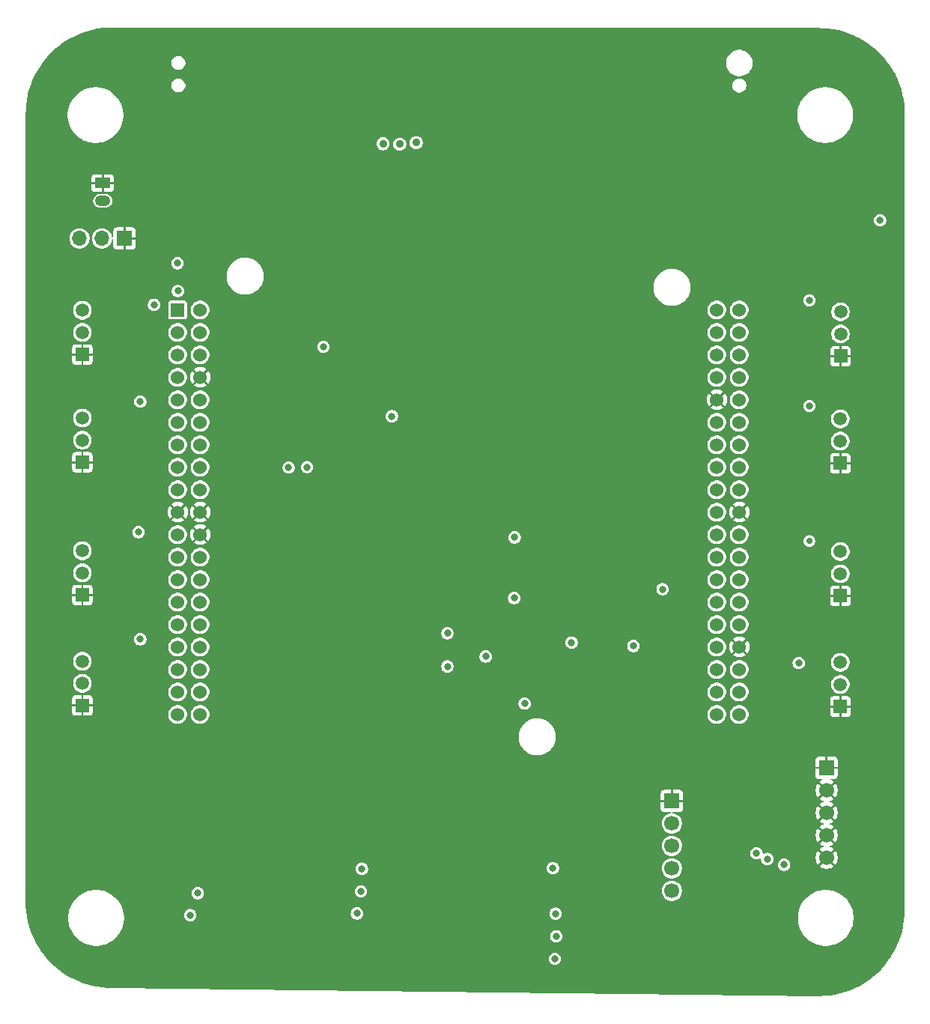
<source format=gbr>
%TF.GenerationSoftware,KiCad,Pcbnew,9.0.2*%
%TF.CreationDate,2025-06-17T11:51:54-07:00*%
%TF.ProjectId,Revision01,52657669-7369-46f6-9e30-312e6b696361,A*%
%TF.SameCoordinates,PX692bd40PY908ed60*%
%TF.FileFunction,Copper,L2,Inr*%
%TF.FilePolarity,Positive*%
%FSLAX46Y46*%
G04 Gerber Fmt 4.6, Leading zero omitted, Abs format (unit mm)*
G04 Created by KiCad (PCBNEW 9.0.2) date 2025-06-17 11:51:54*
%MOMM*%
%LPD*%
G01*
G04 APERTURE LIST*
%TA.AperFunction,ComponentPad*%
%ADD10R,1.508000X1.508000*%
%TD*%
%TA.AperFunction,ComponentPad*%
%ADD11C,1.508000*%
%TD*%
%TA.AperFunction,ComponentPad*%
%ADD12R,1.700000X1.700000*%
%TD*%
%TA.AperFunction,ComponentPad*%
%ADD13C,1.700000*%
%TD*%
%TA.AperFunction,ComponentPad*%
%ADD14R,1.750000X1.200000*%
%TD*%
%TA.AperFunction,ComponentPad*%
%ADD15O,1.750000X1.200000*%
%TD*%
%TA.AperFunction,ComponentPad*%
%ADD16R,1.524000X1.524000*%
%TD*%
%TA.AperFunction,ComponentPad*%
%ADD17C,1.524000*%
%TD*%
%TA.AperFunction,ComponentPad*%
%ADD18O,1.700000X1.700000*%
%TD*%
%TA.AperFunction,ViaPad*%
%ADD19C,0.900000*%
%TD*%
%TA.AperFunction,ViaPad*%
%ADD20C,0.800000*%
%TD*%
%TA.AperFunction,ViaPad*%
%ADD21C,0.700000*%
%TD*%
G04 APERTURE END LIST*
D10*
%TO.N,GND*%
%TO.C,J5*%
X7450000Y31900000D03*
D11*
%TO.N,/Application/OpAmpOutput1*%
X7450000Y34400000D03*
%TO.N,Net-(J5-Pin_3)*%
X7450000Y36900000D03*
%TD*%
D10*
%TO.N,GND*%
%TO.C,J6*%
X7450000Y44400000D03*
D11*
%TO.N,/Application/OpAmpOutput2*%
X7450000Y46900000D03*
%TO.N,Net-(J6-Pin_3)*%
X7450000Y49400000D03*
%TD*%
D10*
%TO.N,GND*%
%TO.C,J12*%
X93175000Y71400000D03*
D11*
%TO.N,/Application/OpAmpOutput8*%
X93175000Y73900000D03*
%TO.N,Net-(J12-Pin_3)*%
X93175000Y76400000D03*
%TD*%
D12*
%TO.N,GND*%
%TO.C,J14*%
X74100000Y21120000D03*
D13*
%TO.N,/~{CANBUS_CS_GPIO}*%
X74100000Y18580000D03*
%TO.N,/PB15_SPI2_MOSI*%
X74100000Y16040000D03*
%TO.N,/PB14_SPI2_MISO*%
X74100000Y13500000D03*
%TO.N,/PB13_SPI2_SCK*%
X74100000Y10960000D03*
%TD*%
D14*
%TO.N,GND*%
%TO.C,J4*%
X9750000Y90950000D03*
D15*
%TO.N,Net-(BT1-+)*%
X9750000Y88950000D03*
%TD*%
D10*
%TO.N,GND*%
%TO.C,J7*%
X7450000Y59400000D03*
D11*
%TO.N,/Application/OpAmpOutput3*%
X7450000Y61900000D03*
%TO.N,Net-(J7-Pin_3)*%
X7450000Y64400000D03*
%TD*%
D16*
%TO.N,unconnected-(U1A-PC10-PadCN7_1)*%
%TO.C,U1*%
X18230000Y76620000D03*
D17*
%TO.N,/BatteryV_Div_Enable_GPIO*%
X20770000Y76620000D03*
%TO.N,/MPU_CS_GPIO*%
X18230000Y74080000D03*
%TO.N,unconnected-(U1A-PD2-PadCN7_4)*%
X20770000Y74080000D03*
%TO.N,/VDD_NUCLEO*%
X18230000Y71540000D03*
%TO.N,/E5V_NUCLEO*%
X20770000Y71540000D03*
%TO.N,unconnected-(U1A-BOOT0-PadCN7_7)*%
X18230000Y69000000D03*
%TO.N,GND*%
X20770000Y69000000D03*
%TO.N,unconnected-(U1A-NC_CN7_9-PadCN7_9)*%
X18230000Y66460000D03*
%TO.N,unconnected-(U1A-NC_CN7_10-PadCN7_10)*%
X20770000Y66460000D03*
%TO.N,unconnected-(U1A-NC_CN7_11-PadCN7_11)*%
X18230000Y63920000D03*
%TO.N,/IOREF*%
X20770000Y63920000D03*
%TO.N,/PA13{slash}JTMS-SWDIO{slash}IR_OUT*%
X18230000Y61380000D03*
%TO.N,/~{RESET}*%
X20770000Y61380000D03*
%TO.N,/PA14{slash}JTCK-SWCLK*%
X18230000Y58840000D03*
%TO.N,+3.3V*%
X20770000Y58840000D03*
%TO.N,unconnected-(U1A-PA15-PadCN7_17)*%
X18230000Y56300000D03*
%TO.N,+5V*%
X20770000Y56300000D03*
%TO.N,GND*%
X18230000Y53760000D03*
X20770000Y53760000D03*
%TO.N,/StrainV_Enable_GPIO*%
X18230000Y51220000D03*
%TO.N,GND*%
X20770000Y51220000D03*
%TO.N,/PC13{slash}RTC_TAMP1{slash}RTC_TS{slash}RTC_OUT{slash}WKUP2*%
X18230000Y48680000D03*
%TO.N,+V_batt*%
X20770000Y48680000D03*
%TO.N,/PC14{slash}OSC32_IN*%
X18230000Y46140000D03*
%TO.N,unconnected-(U1A-NC_CN7_26-PadCN7_26)*%
X20770000Y46140000D03*
%TO.N,/PC15{slash}OSC32_OUT*%
X18230000Y43600000D03*
%TO.N,/AIN1_6*%
X20770000Y43600000D03*
%TO.N,/PH0{slash}OSC_IN*%
X18230000Y41060000D03*
%TO.N,/AIN1_7*%
X20770000Y41060000D03*
%TO.N,/PH1{slash}OSC_OUT*%
X18230000Y38520000D03*
%TO.N,/ANT_IRQ1_GPIO*%
X20770000Y38520000D03*
%TO.N,/VBAT_PIN_NUCLEO*%
X18230000Y35980000D03*
%TO.N,/ANT_CSDATA_GPIO*%
X20770000Y35980000D03*
%TO.N,unconnected-(U1A-PC2-PadCN7_35)*%
X18230000Y33440000D03*
%TO.N,/AIN1_2*%
X20770000Y33440000D03*
%TO.N,unconnected-(U1A-PC3-PadCN7_37)*%
X18230000Y30900000D03*
%TO.N,/AIN1_1*%
X20770000Y30900000D03*
%TO.N,unconnected-(U1B-PC9-PadCN10_1)*%
X79190000Y76620000D03*
%TO.N,unconnected-(U1B-PC8-PadCN10_2)*%
X81730000Y76620000D03*
%TO.N,unconnected-(U1B-PB8-PadCN10_3)*%
X79190000Y74080000D03*
%TO.N,unconnected-(U1B-PC6-PadCN10_4)*%
X81730000Y74080000D03*
%TO.N,unconnected-(U1B-PB9-PadCN10_5)*%
X79190000Y71540000D03*
%TO.N,/PC5_AIN2_14_BATT_V*%
X81730000Y71540000D03*
%TO.N,/AVDD_NUCLEO*%
X79190000Y69000000D03*
%TO.N,unconnected-(U1B-U5V-PadCN10_8)*%
X81730000Y69000000D03*
%TO.N,GND*%
X79190000Y66460000D03*
%TO.N,unconnected-(U1B-NC_CN10_10-PadCN10_10)*%
X81730000Y66460000D03*
%TO.N,/AIN1_10*%
X79190000Y63920000D03*
%TO.N,unconnected-(U1B-PA12-PadCN10_12)*%
X81730000Y63920000D03*
%TO.N,/AIN1_11*%
X79190000Y61380000D03*
%TO.N,unconnected-(U1B-PA11-PadCN10_14)*%
X81730000Y61380000D03*
%TO.N,unconnected-(U1B-PA7-PadCN10_15)*%
X79190000Y58840000D03*
%TO.N,unconnected-(U1B-PB12-PadCN10_16)*%
X81730000Y58840000D03*
%TO.N,/MPU_INT1_GPIO*%
X79190000Y56300000D03*
%TO.N,unconnected-(U1B-PB11-PadCN10_18)*%
X81730000Y56300000D03*
%TO.N,/ANT_RESET_ANT_GPIO*%
X79190000Y53760000D03*
%TO.N,GND*%
X81730000Y53760000D03*
%TO.N,/ANT_CSCON_GPIO*%
X79190000Y51220000D03*
%TO.N,unconnected-(U1B-PB2-PadCN10_22)*%
X81730000Y51220000D03*
%TO.N,/ANT_IRQ0_GPIO*%
X79190000Y48680000D03*
%TO.N,unconnected-(U1B-PB1-PadCN10_24)*%
X81730000Y48680000D03*
%TO.N,unconnected-(U1B-PB10-PadCN10_25)*%
X79190000Y46140000D03*
%TO.N,/PB15_SPI2_MOSI*%
X81730000Y46140000D03*
%TO.N,unconnected-(U1B-PB4-PadCN10_27)*%
X79190000Y43600000D03*
%TO.N,/PB14_SPI2_MISO*%
X81730000Y43600000D03*
%TO.N,unconnected-(U1B-PB5-PadCN10_29)*%
X79190000Y41060000D03*
%TO.N,/PB13_SPI2_SCK*%
X81730000Y41060000D03*
%TO.N,/PB3{slash}JTDO-TRACESWO{slash}TIM2_CH2{slash}SPI1_SCK{slash}SPI3_SCK{slash}USART1_RTS_DE{slash}COMP2_INM*%
X79190000Y38520000D03*
%TO.N,GND*%
X81730000Y38520000D03*
%TO.N,unconnected-(U1B-PA10-PadCN10_33)*%
X79190000Y35980000D03*
%TO.N,/~{CANBUS_CS_GPIO}*%
X81730000Y35980000D03*
%TO.N,/AIN1_5*%
X79190000Y33440000D03*
%TO.N,unconnected-(U1B-NC_CN10_36-PadCN10_36)*%
X81730000Y33440000D03*
%TO.N,/AIN1_8*%
X79190000Y30900000D03*
%TO.N,unconnected-(U1B-NC_CN10_38-PadCN10_38)*%
X81730000Y30900000D03*
%TD*%
D10*
%TO.N,GND*%
%TO.C,J8*%
X7450000Y71583000D03*
D11*
%TO.N,/Application/OpAmpOutput4*%
X7450000Y74083000D03*
%TO.N,Net-(J8-Pin_3)*%
X7450000Y76583000D03*
%TD*%
D12*
%TO.N,GND*%
%TO.C,SW1*%
X12200000Y84700000D03*
D18*
%TO.N,Net-(BT1-+)*%
X9660000Y84700000D03*
%TO.N,Net-(SW1-A)*%
X7120000Y84700000D03*
%TD*%
D10*
%TO.N,GND*%
%TO.C,J10*%
X93150000Y44292000D03*
D11*
%TO.N,/Application/OpAmpOutput6*%
X93150000Y46792000D03*
%TO.N,Net-(J10-Pin_3)*%
X93150000Y49292000D03*
%TD*%
D10*
%TO.N,GND*%
%TO.C,J9*%
X93150000Y31792000D03*
D11*
%TO.N,/Application/OpAmpOutput5*%
X93150000Y34292000D03*
%TO.N,Net-(J9-Pin_3)*%
X93150000Y36792000D03*
%TD*%
D12*
%TO.N,GND*%
%TO.C,J1*%
X91600000Y24860000D03*
D13*
X91600000Y22320000D03*
X91600000Y19780000D03*
X91600000Y17240000D03*
X91600000Y14700000D03*
%TD*%
D10*
%TO.N,GND*%
%TO.C,J11*%
X93150000Y59292000D03*
D11*
%TO.N,/Application/OpAmpOutput7*%
X93150000Y61792000D03*
%TO.N,Net-(J11-Pin_3)*%
X93150000Y64292000D03*
%TD*%
D19*
%TO.N,GND*%
X31200000Y26700000D03*
X85900000Y13100000D03*
X88300000Y15900000D03*
X78600000Y11800000D03*
X82400000Y800000D03*
X92600000Y1400000D03*
X87100000Y6100000D03*
D20*
%TO.N,+V_batt*%
X18200000Y81900000D03*
%TO.N,+3.3V*%
X53050000Y37450000D03*
X13800000Y51500000D03*
X88450000Y36700000D03*
X14000000Y66250000D03*
X15550000Y77200000D03*
X30775000Y58800000D03*
X89650000Y77700000D03*
D21*
X89650000Y50500000D03*
D20*
X89650000Y65750000D03*
X57450000Y32125000D03*
X32850000Y58850000D03*
X14000000Y39400000D03*
%TO.N,+V_batt*%
X18250000Y78750000D03*
%TO.N,/PB13_SPI2_SCK*%
X60650000Y13525000D03*
%TO.N,/PB14_SPI2_MISO*%
X39050000Y13450000D03*
X69750000Y38625000D03*
%TO.N,/PB15_SPI2_MOSI*%
X62775000Y39025000D03*
X73050000Y45050000D03*
D19*
%TO.N,GND*%
X72000000Y82400000D03*
X68300000Y36300000D03*
D21*
X26300000Y88250000D03*
D19*
X27500000Y16000000D03*
D21*
X27820000Y37740000D03*
D19*
X19300000Y88100000D03*
X39000000Y45800000D03*
X43300000Y52500000D03*
X5700000Y61900000D03*
D21*
X44400000Y68050000D03*
D19*
X25100000Y28900000D03*
X57700000Y20700000D03*
X53400000Y48900000D03*
D21*
X88720000Y28090000D03*
X12950000Y55575000D03*
D19*
X83700000Y60100000D03*
X89700000Y23300000D03*
X10100000Y76300000D03*
X52000000Y102400000D03*
X50200000Y16900000D03*
X73400000Y43600000D03*
D21*
X23930000Y46990000D03*
D19*
X32200000Y9300000D03*
X68400000Y20200000D03*
X18900000Y7000000D03*
D20*
X79900000Y84200000D03*
D19*
X42500000Y20800000D03*
X7700000Y20600000D03*
X67800000Y7000000D03*
D21*
X27000000Y46970000D03*
D19*
X91600000Y44400000D03*
D21*
X25525000Y91025000D03*
D19*
X72700000Y12300000D03*
X74700000Y59200000D03*
X39500000Y31500000D03*
X46000000Y7600000D03*
X83800000Y68700000D03*
X84500000Y82400000D03*
X65500000Y17600000D03*
X16700000Y41500000D03*
X30200000Y54000000D03*
X52000000Y67400000D03*
X61100000Y1900000D03*
X76500000Y16200000D03*
X21300000Y18000000D03*
X2400000Y43100000D03*
X65500000Y31000000D03*
X61000000Y4500000D03*
D21*
X23500000Y36920000D03*
D19*
X60200000Y38000000D03*
D21*
X27630000Y27650000D03*
D19*
X25300000Y45700000D03*
X84300000Y64400000D03*
D21*
X76370000Y27590000D03*
D19*
X7800000Y13600000D03*
X74600000Y66000000D03*
X32800000Y1400000D03*
X91200000Y32300000D03*
X72000000Y74900000D03*
X42000000Y102400000D03*
X95000000Y61800000D03*
X91400000Y59900000D03*
D21*
X86420000Y68390000D03*
D19*
X2600000Y70900000D03*
X61000000Y7100000D03*
X70700000Y60100000D03*
X97800000Y62100000D03*
X42700000Y24400000D03*
D21*
X35300000Y1325000D03*
D19*
X32450000Y69350000D03*
X82800000Y42300000D03*
D21*
X87450000Y68400000D03*
X86120000Y56390000D03*
D19*
X95600000Y54200000D03*
X21100000Y12600000D03*
X32200000Y6100000D03*
X50100000Y24400000D03*
X63900000Y15100000D03*
D21*
X22900000Y46970000D03*
D19*
X86800000Y52000000D03*
D21*
X76490000Y36600000D03*
D19*
X97600000Y68900000D03*
D21*
X71930000Y67140000D03*
D19*
X2800000Y11200000D03*
X5700000Y34400000D03*
X75400000Y4300000D03*
X64500000Y82400000D03*
X42300000Y17300000D03*
D21*
X27880000Y36900000D03*
D19*
X10000000Y72000000D03*
X76000000Y72300000D03*
X76100000Y49300000D03*
X19700000Y83500000D03*
X62000000Y102400000D03*
X68100000Y49600000D03*
X93200000Y78400000D03*
X82700000Y44900000D03*
X91200000Y48700000D03*
D21*
X76430000Y67160000D03*
D19*
X61800000Y48100000D03*
X98200000Y46700000D03*
X14000000Y27400000D03*
X36200000Y20900000D03*
X75400000Y800000D03*
X35200000Y37600000D03*
X2500000Y99600000D03*
X34500000Y52400000D03*
X32000000Y102400000D03*
X72900000Y9600000D03*
X19700000Y22900000D03*
X5700000Y74100000D03*
X12400000Y88700000D03*
X66400000Y10500000D03*
X5500000Y46900000D03*
D21*
X73410000Y36590000D03*
D19*
X57900000Y44100000D03*
X98100000Y6200000D03*
X15900000Y3300000D03*
X89500000Y84900000D03*
X52000000Y92400000D03*
X97900000Y34300000D03*
D21*
X14550000Y28975000D03*
D19*
X9800000Y64100000D03*
D21*
X84000000Y74750000D03*
D19*
X46000000Y12500000D03*
D21*
X77510000Y57980000D03*
D19*
X9800000Y44100000D03*
D21*
X26840000Y37720000D03*
D19*
X28800000Y32300000D03*
X71200000Y38400000D03*
X2300000Y54600000D03*
X64700000Y60400000D03*
D21*
X23500000Y27650000D03*
X28030000Y46960000D03*
D19*
X52300000Y27400000D03*
X19900000Y9500000D03*
X32200000Y21600000D03*
D21*
X22630000Y37690000D03*
X74350000Y27650000D03*
D19*
X60900000Y12100000D03*
X9800000Y37000000D03*
X68000000Y4500000D03*
X25400000Y38900000D03*
X60900000Y9800000D03*
X14400000Y21000000D03*
X50300000Y20600000D03*
X9900000Y49300000D03*
X52000000Y82400000D03*
X69200000Y66900000D03*
X57700000Y16700000D03*
X6000000Y92300000D03*
D21*
X77520000Y36610000D03*
D19*
X15500000Y80900000D03*
X16700000Y44300000D03*
X97000000Y99900000D03*
X32000000Y92400000D03*
D21*
X22490000Y36910000D03*
D19*
X28800000Y2100000D03*
X92800000Y40400000D03*
X42500000Y36000000D03*
X89500000Y107400000D03*
X32200000Y16900000D03*
X71700000Y18600000D03*
X32000000Y82400000D03*
D21*
X13975000Y67825000D03*
D19*
X99500000Y82400000D03*
X7800000Y27500000D03*
X62350000Y42600000D03*
X9700000Y31800000D03*
D21*
X13075000Y67825000D03*
X77400000Y27600000D03*
D19*
X64500000Y67400000D03*
D21*
X87750000Y38050000D03*
D19*
X68400000Y26500000D03*
X78600000Y24200000D03*
X42500000Y27300000D03*
D21*
X36200000Y1325000D03*
D19*
X25500000Y9400000D03*
X95400000Y34292000D03*
X91200000Y64000000D03*
X32450000Y63150000D03*
X38800000Y12300000D03*
X72300000Y32200000D03*
D21*
X25525000Y93025000D03*
X71840000Y57960000D03*
D19*
X75100000Y7000000D03*
X15800000Y92100000D03*
X47200000Y40300000D03*
X32000000Y47400000D03*
X39000000Y9600000D03*
X29300000Y42200000D03*
X22000000Y102400000D03*
X2300000Y31700000D03*
X83100000Y9000000D03*
X42000000Y92400000D03*
X62000000Y92400000D03*
X68100000Y900000D03*
X72200000Y34500000D03*
X72200000Y29700000D03*
D20*
X51025000Y37475000D03*
D21*
X72870000Y57970000D03*
D19*
X70800000Y62700000D03*
X64500000Y74900000D03*
X76000000Y54200000D03*
X95600000Y73800000D03*
X52000000Y74900000D03*
X65400000Y23300000D03*
X42000000Y82400000D03*
X57500000Y24400000D03*
X92400000Y54200000D03*
D21*
X23925000Y4950000D03*
D19*
X95800000Y46800000D03*
X54200000Y41600000D03*
D21*
X60725000Y33425000D03*
D19*
X73400000Y46300000D03*
X70800000Y65100000D03*
X25100000Y35800000D03*
D21*
X74320000Y36600000D03*
D19*
X98100000Y18700480D03*
D21*
X38525000Y2400000D03*
D19*
X75400000Y38400000D03*
X97900000Y74100000D03*
X80500000Y29600000D03*
X39300000Y7500000D03*
X92000000Y92400000D03*
X20600000Y28800000D03*
D21*
X13650000Y28975000D03*
X26720000Y27650000D03*
D19*
X8400000Y105600000D03*
X61000000Y56800000D03*
D20*
X53525000Y38625000D03*
D21*
X76480000Y57970000D03*
D19*
X91400000Y71700000D03*
X2400000Y21300000D03*
D21*
X12275000Y40625000D03*
X89750000Y28100000D03*
X87150000Y56400000D03*
D19*
X72200000Y24800000D03*
D21*
X73320000Y27640000D03*
D19*
X91000000Y36300000D03*
X70700000Y41000000D03*
D21*
X23660000Y37710000D03*
D19*
X25700000Y24200000D03*
X9800000Y59700000D03*
X93100000Y66200000D03*
X48700000Y34500000D03*
X50000000Y45400000D03*
D21*
X37625000Y2400000D03*
D19*
X80800000Y17700000D03*
D21*
X77460000Y67170000D03*
X22360000Y27630000D03*
D19*
X79500000Y92400000D03*
X2900000Y86800000D03*
X72000000Y102400000D03*
X53400000Y12500000D03*
D21*
X26870000Y36880000D03*
D20*
X51875000Y33475000D03*
D19*
X16300000Y35700000D03*
X56300000Y52600000D03*
X57800000Y46700000D03*
X16100000Y38800000D03*
D21*
X13175000Y40625000D03*
D19*
X46000000Y31700000D03*
X75700000Y41000000D03*
X32200000Y13700000D03*
D21*
X72960000Y67150000D03*
X43370000Y68040000D03*
D19*
X56200000Y61400000D03*
D21*
X13850000Y55575000D03*
D19*
X70200000Y54100000D03*
X53400000Y7600000D03*
X67800000Y41800000D03*
D20*
%TO.N,/ANT_CSDATA_GPIO*%
X20500000Y10700000D03*
X38950000Y10900000D03*
D19*
%TO.N,/Application/+StrainV*%
X45200000Y95525000D03*
D20*
X97650000Y86750000D03*
D19*
X43325000Y95350000D03*
X41450000Y95400000D03*
D20*
%TO.N,/ANT_IRQ0_GPIO*%
X83675000Y15200000D03*
X60950000Y8375000D03*
%TO.N,/ANT_IRQ1_GPIO*%
X19650000Y8200000D03*
X38500000Y8400000D03*
%TO.N,/ANT_RESET_ANT_GPIO*%
X86800000Y13900000D03*
X60875000Y3275000D03*
%TO.N,/ANT_CSCON_GPIO*%
X84900000Y14550000D03*
X61025000Y5825000D03*
%TO.N,/MPU_INT1_GPIO*%
X48725000Y36325000D03*
X48725000Y40075000D03*
%TO.N,/MPU_CS_GPIO*%
X56275000Y44050000D03*
X34700000Y72450000D03*
X56325000Y50900000D03*
X42450000Y64600000D03*
%TD*%
%TA.AperFunction,Conductor*%
%TO.N,GND*%
G36*
X10922491Y108522933D02*
G01*
X10967701Y108522191D01*
X10970027Y108522906D01*
X90531472Y108476104D01*
X90541958Y108475349D01*
X90546672Y108474671D01*
X90546674Y108474672D01*
X90546678Y108474670D01*
X90593139Y108475330D01*
X90595349Y108475328D01*
X91189961Y108465461D01*
X91194501Y108465246D01*
X91786196Y108418889D01*
X91790707Y108418395D01*
X92378402Y108335709D01*
X92382892Y108334937D01*
X92964409Y108216226D01*
X92968839Y108215178D01*
X93541911Y108060908D01*
X93546273Y108059589D01*
X94108793Y107870327D01*
X94113065Y107868741D01*
X94175871Y107843207D01*
X94662853Y107645218D01*
X94666985Y107643389D01*
X95086002Y107442146D01*
X95202005Y107386433D01*
X95206050Y107384334D01*
X95724187Y107094961D01*
X95728096Y107092618D01*
X96227477Y106771876D01*
X96231233Y106769296D01*
X96709894Y106418445D01*
X96713485Y106415639D01*
X97169660Y106035977D01*
X97173071Y106032955D01*
X97604997Y105625945D01*
X97608216Y105622719D01*
X98014279Y105189884D01*
X98017293Y105186466D01*
X98395940Y104729463D01*
X98398725Y104725883D01*
X98709371Y104300103D01*
X98748531Y104246429D01*
X98751102Y104242667D01*
X99070735Y103742587D01*
X99073067Y103738677D01*
X99150226Y103599800D01*
X99361310Y103219872D01*
X99363399Y103215822D01*
X99619145Y102680292D01*
X99620982Y102676122D01*
X99843295Y102125826D01*
X99844871Y102121550D01*
X100032883Y101558632D01*
X100034192Y101554267D01*
X100187202Y100980828D01*
X100188241Y100976391D01*
X100305657Y100394651D01*
X100306421Y100390158D01*
X100387809Y99802277D01*
X100388295Y99797746D01*
X100433343Y99205951D01*
X100433548Y99201398D01*
X100442118Y98605576D01*
X100442126Y98604575D01*
X100442126Y98603911D01*
X100441375Y98558116D01*
X100442167Y98555530D01*
X100442175Y98547307D01*
X100442171Y98547298D01*
X100442175Y98547243D01*
X100441035Y8838177D01*
X100438588Y8822720D01*
X100438850Y8822678D01*
X100437939Y8816927D01*
X100437939Y8770513D01*
X100437902Y8768189D01*
X100418858Y8162104D01*
X100418567Y8157465D01*
X100361620Y7554944D01*
X100361037Y7550332D01*
X100266375Y6952585D01*
X100265504Y6948019D01*
X100133497Y6357386D01*
X100132341Y6352884D01*
X99963515Y5771715D01*
X99962079Y5767294D01*
X99757094Y5197859D01*
X99755383Y5193537D01*
X99515052Y4638100D01*
X99513073Y4633894D01*
X99238346Y4094647D01*
X99236107Y4090573D01*
X98928057Y3569623D01*
X98925566Y3565698D01*
X98585428Y3065136D01*
X98582697Y3061376D01*
X98211793Y2583142D01*
X98208830Y2579560D01*
X97808636Y2125563D01*
X97805454Y2122174D01*
X97377545Y1694197D01*
X97374157Y1691015D01*
X96920216Y1290743D01*
X96916634Y1287780D01*
X96438479Y916815D01*
X96434719Y914082D01*
X95934197Y573856D01*
X95930273Y571365D01*
X95409382Y263239D01*
X95405308Y260999D01*
X94866085Y-13823D01*
X94861880Y-15802D01*
X94306494Y-256215D01*
X94302172Y-257927D01*
X93732771Y-463003D01*
X93728350Y-464440D01*
X93147208Y-633358D01*
X93142706Y-634515D01*
X92552080Y-766618D01*
X92547514Y-767489D01*
X91949799Y-862243D01*
X91945188Y-862827D01*
X91342658Y-919871D01*
X91338019Y-920163D01*
X90733788Y-939244D01*
X90730594Y-939276D01*
X10995409Y-14350D01*
X10984914Y-14228D01*
X10980433Y-12866D01*
X10937469Y-13678D01*
X10936306Y-13665D01*
X10936305Y-13664D01*
X10898572Y-13227D01*
X10896647Y-13330D01*
X10335532Y-6608D01*
X10330965Y-6412D01*
X9737506Y37438D01*
X9732961Y37916D01*
X9143362Y118315D01*
X9138854Y119072D01*
X8555326Y235721D01*
X8550874Y236755D01*
X7975679Y389200D01*
X7971299Y390506D01*
X7423529Y572547D01*
X7406571Y578183D01*
X7402292Y579754D01*
X7278572Y629546D01*
X6850254Y801926D01*
X6846068Y803763D01*
X6308806Y1059587D01*
X6304743Y1061678D01*
X5784288Y1350187D01*
X5780360Y1352525D01*
X5278699Y1672621D01*
X5274924Y1675198D01*
X4794008Y2025634D01*
X4790399Y2028438D01*
X4332015Y2407910D01*
X4328586Y2410932D01*
X3894508Y2817973D01*
X3891272Y2821201D01*
X3483150Y3254264D01*
X3480120Y3257685D01*
X3408308Y3343992D01*
X60174500Y3343992D01*
X60174500Y3206009D01*
X60201418Y3070678D01*
X60201421Y3070668D01*
X60254223Y2943192D01*
X60325318Y2836790D01*
X60330886Y2828458D01*
X60428458Y2730886D01*
X60543189Y2654225D01*
X60670672Y2601420D01*
X60806007Y2574500D01*
X60806009Y2574500D01*
X60943991Y2574500D01*
X60943993Y2574500D01*
X61079328Y2601420D01*
X61206811Y2654225D01*
X61321542Y2730886D01*
X61419114Y2828458D01*
X61495775Y2943189D01*
X61548580Y3070672D01*
X61575500Y3206007D01*
X61575500Y3343993D01*
X61548580Y3479328D01*
X61495775Y3606811D01*
X61419114Y3721542D01*
X61321542Y3819114D01*
X61206811Y3895775D01*
X61206810Y3895776D01*
X61206808Y3895777D01*
X61079332Y3948579D01*
X61079322Y3948582D01*
X60988694Y3966609D01*
X60943993Y3975500D01*
X60806007Y3975500D01*
X60767642Y3967869D01*
X60670677Y3948582D01*
X60670667Y3948579D01*
X60543191Y3895777D01*
X60428461Y3819117D01*
X60330883Y3721539D01*
X60254223Y3606809D01*
X60201421Y3479333D01*
X60201418Y3479323D01*
X60174500Y3343992D01*
X3408308Y3343992D01*
X3099500Y3715130D01*
X3096715Y3718695D01*
X2745045Y4198788D01*
X2742463Y4202553D01*
X2709167Y4254450D01*
X2421126Y4703403D01*
X2418784Y4707314D01*
X2373169Y4789119D01*
X2128979Y5227048D01*
X2126880Y5231101D01*
X2081149Y5326528D01*
X1869709Y5767743D01*
X1867865Y5771918D01*
X1857550Y5797364D01*
X1644317Y6323405D01*
X1642734Y6327687D01*
X1453658Y6891921D01*
X1452342Y6896292D01*
X1437887Y6950289D01*
X1298456Y7471140D01*
X1297420Y7475552D01*
X1179311Y8058822D01*
X1178547Y8063298D01*
X1176654Y8076928D01*
X5849500Y8076928D01*
X5849500Y7723072D01*
X5868963Y7550332D01*
X5889119Y7371438D01*
X5967858Y7026461D01*
X5967864Y7026443D01*
X6084727Y6692463D01*
X6238263Y6373644D01*
X6238264Y6373642D01*
X6426527Y6074024D01*
X6647153Y5797367D01*
X6897367Y5547153D01*
X7174024Y5326527D01*
X7473642Y5138264D01*
X7732939Y5013393D01*
X7792462Y4984728D01*
X8092696Y4879673D01*
X8126456Y4867860D01*
X8471440Y4789119D01*
X8823072Y4749500D01*
X8823076Y4749500D01*
X9176924Y4749500D01*
X9176928Y4749500D01*
X9528560Y4789119D01*
X9873544Y4867860D01*
X10023963Y4920494D01*
X10207537Y4984728D01*
X10207541Y4984731D01*
X10207544Y4984731D01*
X10526358Y5138264D01*
X10825976Y5326527D01*
X11102633Y5547153D01*
X11352847Y5797367D01*
X11429903Y5893992D01*
X60324500Y5893992D01*
X60324500Y5756009D01*
X60351418Y5620678D01*
X60351421Y5620668D01*
X60404223Y5493192D01*
X60404224Y5493190D01*
X60404225Y5493189D01*
X60480886Y5378458D01*
X60578458Y5280886D01*
X60693189Y5204225D01*
X60820672Y5151420D01*
X60956007Y5124500D01*
X60956009Y5124500D01*
X61093991Y5124500D01*
X61093993Y5124500D01*
X61229328Y5151420D01*
X61356811Y5204225D01*
X61471542Y5280886D01*
X61569114Y5378458D01*
X61645775Y5493189D01*
X61698580Y5620672D01*
X61725500Y5756007D01*
X61725500Y5893993D01*
X61698580Y6029328D01*
X61645775Y6156811D01*
X61569114Y6271542D01*
X61471542Y6369114D01*
X61464765Y6373642D01*
X61356808Y6445777D01*
X61229332Y6498579D01*
X61229322Y6498582D01*
X61138694Y6516609D01*
X61093993Y6525500D01*
X60956007Y6525500D01*
X60917642Y6517869D01*
X60820677Y6498582D01*
X60820667Y6498579D01*
X60693191Y6445777D01*
X60578461Y6369117D01*
X60480883Y6271539D01*
X60404223Y6156809D01*
X60351421Y6029333D01*
X60351418Y6029323D01*
X60324500Y5893992D01*
X11429903Y5893992D01*
X11469595Y5943764D01*
X11469596Y5943766D01*
X11537833Y6029333D01*
X11573473Y6074024D01*
X11761736Y6373642D01*
X11915269Y6692456D01*
X11915269Y6692459D01*
X11915272Y6692463D01*
X12005488Y6950289D01*
X12032140Y7026456D01*
X12110881Y7371440D01*
X12150500Y7723072D01*
X12150500Y8076928D01*
X12128860Y8268992D01*
X18949500Y8268992D01*
X18949500Y8131009D01*
X18976418Y7995678D01*
X18976421Y7995668D01*
X19029223Y7868192D01*
X19105373Y7754225D01*
X19105886Y7753458D01*
X19203458Y7655886D01*
X19318189Y7579225D01*
X19318190Y7579225D01*
X19318191Y7579224D01*
X19382383Y7552635D01*
X19445672Y7526420D01*
X19581007Y7499500D01*
X19581009Y7499500D01*
X19718991Y7499500D01*
X19718993Y7499500D01*
X19854328Y7526420D01*
X19981811Y7579225D01*
X20096542Y7655886D01*
X20194114Y7753458D01*
X20270775Y7868189D01*
X20323580Y7995672D01*
X20350500Y8131007D01*
X20350500Y8268993D01*
X20323580Y8404328D01*
X20296795Y8468993D01*
X37799500Y8468993D01*
X37799500Y8331007D01*
X37804473Y8306007D01*
X37826418Y8195678D01*
X37826421Y8195668D01*
X37879223Y8068192D01*
X37895929Y8043189D01*
X37955886Y7953458D01*
X38053458Y7855886D01*
X38168189Y7779225D01*
X38168190Y7779225D01*
X38168191Y7779224D01*
X38230396Y7753458D01*
X38295672Y7726420D01*
X38431007Y7699500D01*
X38431009Y7699500D01*
X38568991Y7699500D01*
X38568993Y7699500D01*
X38704328Y7726420D01*
X38831811Y7779225D01*
X38946542Y7855886D01*
X39044114Y7953458D01*
X39120775Y8068189D01*
X39173580Y8195672D01*
X39200500Y8331007D01*
X39200500Y8443992D01*
X60249500Y8443992D01*
X60249500Y8306009D01*
X60276418Y8170678D01*
X60276421Y8170668D01*
X60329223Y8043192D01*
X60360977Y7995668D01*
X60405886Y7928458D01*
X60503458Y7830886D01*
X60618189Y7754225D01*
X60618190Y7754225D01*
X60618191Y7754224D01*
X60693399Y7723072D01*
X60745672Y7701420D01*
X60881007Y7674500D01*
X60881009Y7674500D01*
X61018991Y7674500D01*
X61018993Y7674500D01*
X61154328Y7701420D01*
X61281811Y7754225D01*
X61396542Y7830886D01*
X61494114Y7928458D01*
X61570775Y8043189D01*
X61584750Y8076928D01*
X88349500Y8076928D01*
X88349500Y7723072D01*
X88368963Y7550332D01*
X88389119Y7371438D01*
X88467858Y7026461D01*
X88467864Y7026443D01*
X88584727Y6692463D01*
X88738263Y6373644D01*
X88738264Y6373642D01*
X88926527Y6074024D01*
X89147153Y5797367D01*
X89397367Y5547153D01*
X89674024Y5326527D01*
X89973642Y5138264D01*
X90232939Y5013393D01*
X90292462Y4984728D01*
X90592696Y4879673D01*
X90626456Y4867860D01*
X90971440Y4789119D01*
X91323072Y4749500D01*
X91323076Y4749500D01*
X91676924Y4749500D01*
X91676928Y4749500D01*
X92028560Y4789119D01*
X92373544Y4867860D01*
X92523963Y4920494D01*
X92707537Y4984728D01*
X92707541Y4984731D01*
X92707544Y4984731D01*
X93026358Y5138264D01*
X93325976Y5326527D01*
X93602633Y5547153D01*
X93852847Y5797367D01*
X94073473Y6074024D01*
X94261736Y6373642D01*
X94415269Y6692456D01*
X94415269Y6692459D01*
X94415272Y6692463D01*
X94505488Y6950289D01*
X94532140Y7026456D01*
X94610881Y7371440D01*
X94650500Y7723072D01*
X94650500Y8076928D01*
X94610881Y8428560D01*
X94547372Y8706809D01*
X94532141Y8773540D01*
X94532135Y8773558D01*
X94415272Y9107538D01*
X94261736Y9426357D01*
X94261736Y9426358D01*
X94073473Y9725976D01*
X93852847Y10002633D01*
X93602633Y10252847D01*
X93325976Y10473473D01*
X93026358Y10661736D01*
X92955898Y10695668D01*
X92707537Y10815273D01*
X92373557Y10932136D01*
X92373539Y10932142D01*
X92028560Y11010881D01*
X92028563Y11010881D01*
X91877860Y11027861D01*
X91676928Y11050500D01*
X91323072Y11050500D01*
X91122139Y11027861D01*
X90971437Y11010881D01*
X90626460Y10932142D01*
X90626442Y10932136D01*
X90292462Y10815273D01*
X89973643Y10661737D01*
X89674023Y10473473D01*
X89397363Y10252844D01*
X89147156Y10002637D01*
X88926527Y9725977D01*
X88738263Y9426357D01*
X88584727Y9107538D01*
X88467864Y8773558D01*
X88467858Y8773540D01*
X88389119Y8428563D01*
X88375311Y8306009D01*
X88349500Y8076928D01*
X61584750Y8076928D01*
X61623580Y8170672D01*
X61650500Y8306007D01*
X61650500Y8443993D01*
X61623580Y8579328D01*
X61613223Y8604333D01*
X61570776Y8706809D01*
X61563151Y8718220D01*
X61494114Y8821542D01*
X61396542Y8919114D01*
X61359122Y8944117D01*
X61281808Y8995777D01*
X61154332Y9048579D01*
X61154322Y9048582D01*
X61063694Y9066609D01*
X61018993Y9075500D01*
X60881007Y9075500D01*
X60842642Y9067869D01*
X60745677Y9048582D01*
X60745667Y9048579D01*
X60618191Y8995777D01*
X60503461Y8919117D01*
X60405883Y8821539D01*
X60329223Y8706809D01*
X60276421Y8579333D01*
X60276418Y8579323D01*
X60249500Y8443992D01*
X39200500Y8443992D01*
X39200500Y8468993D01*
X39173580Y8604328D01*
X39156096Y8646539D01*
X39120776Y8731809D01*
X39092892Y8773540D01*
X39044114Y8846542D01*
X38946542Y8944114D01*
X38831811Y9020775D01*
X38831810Y9020776D01*
X38831808Y9020777D01*
X38704332Y9073579D01*
X38704322Y9073582D01*
X38613694Y9091609D01*
X38568993Y9100500D01*
X38431007Y9100500D01*
X38392642Y9092869D01*
X38295677Y9073582D01*
X38295667Y9073579D01*
X38168191Y9020777D01*
X38053461Y8944117D01*
X37955883Y8846539D01*
X37879223Y8731809D01*
X37826421Y8604333D01*
X37826418Y8604323D01*
X37811995Y8531811D01*
X37799500Y8468993D01*
X20296795Y8468993D01*
X20270775Y8531811D01*
X20194114Y8646542D01*
X20096542Y8744114D01*
X20060511Y8768189D01*
X19981808Y8820777D01*
X19854332Y8873579D01*
X19854322Y8873582D01*
X19763694Y8891609D01*
X19718993Y8900500D01*
X19581007Y8900500D01*
X19542642Y8892869D01*
X19445677Y8873582D01*
X19445667Y8873579D01*
X19318191Y8820777D01*
X19203461Y8744117D01*
X19105883Y8646539D01*
X19029223Y8531809D01*
X18976421Y8404333D01*
X18976418Y8404323D01*
X18949500Y8268992D01*
X12128860Y8268992D01*
X12110881Y8428560D01*
X12047372Y8706809D01*
X12032141Y8773540D01*
X12032135Y8773558D01*
X11915272Y9107538D01*
X11761736Y9426357D01*
X11761736Y9426358D01*
X11573473Y9725976D01*
X11352847Y10002633D01*
X11102633Y10252847D01*
X10825976Y10473473D01*
X10526358Y10661736D01*
X10434533Y10705957D01*
X10303640Y10768992D01*
X19799500Y10768992D01*
X19799500Y10631009D01*
X19826418Y10495678D01*
X19826421Y10495668D01*
X19879223Y10368192D01*
X19938669Y10279224D01*
X19955886Y10253458D01*
X20053458Y10155886D01*
X20168189Y10079225D01*
X20295672Y10026420D01*
X20431007Y9999500D01*
X20431009Y9999500D01*
X20568991Y9999500D01*
X20568993Y9999500D01*
X20704328Y10026420D01*
X20831811Y10079225D01*
X20946542Y10155886D01*
X21044114Y10253458D01*
X21120775Y10368189D01*
X21173580Y10495672D01*
X21200500Y10631007D01*
X21200500Y10768993D01*
X21173580Y10904328D01*
X21146795Y10968992D01*
X38249500Y10968992D01*
X38249500Y10831009D01*
X38276418Y10695678D01*
X38276421Y10695668D01*
X38329223Y10568192D01*
X38329224Y10568190D01*
X38329225Y10568189D01*
X38405886Y10453458D01*
X38503458Y10355886D01*
X38618189Y10279225D01*
X38618190Y10279225D01*
X38618191Y10279224D01*
X38745667Y10226422D01*
X38745672Y10226420D01*
X38881007Y10199500D01*
X38881009Y10199500D01*
X39018991Y10199500D01*
X39018993Y10199500D01*
X39154328Y10226420D01*
X39281811Y10279225D01*
X39396542Y10355886D01*
X39494114Y10453458D01*
X39570775Y10568189D01*
X39623580Y10695672D01*
X39650500Y10831007D01*
X39650500Y10968993D01*
X39634278Y11050547D01*
X72949500Y11050547D01*
X72949500Y10869454D01*
X72977828Y10690594D01*
X72977831Y10690581D01*
X73033787Y10518365D01*
X73033788Y10518362D01*
X73033789Y10518361D01*
X73110304Y10368192D01*
X73116005Y10357005D01*
X73116005Y10357004D01*
X73116819Y10355884D01*
X73222447Y10210499D01*
X73350499Y10082447D01*
X73497006Y9976004D01*
X73658361Y9893789D01*
X73658364Y9893788D01*
X73658363Y9893788D01*
X73830580Y9837832D01*
X73830586Y9837831D01*
X73830591Y9837829D01*
X73949833Y9818943D01*
X74009453Y9809500D01*
X74009454Y9809500D01*
X74190547Y9809500D01*
X74235261Y9816583D01*
X74369409Y9837829D01*
X74369416Y9837832D01*
X74369419Y9837832D01*
X74447601Y9863235D01*
X74541639Y9893789D01*
X74702994Y9976004D01*
X74849501Y10082447D01*
X74977553Y10210499D01*
X75083996Y10357006D01*
X75166211Y10518361D01*
X75222171Y10690591D01*
X75250500Y10869454D01*
X75250500Y11050546D01*
X75222171Y11229409D01*
X75222169Y11229414D01*
X75222168Y11229420D01*
X75166212Y11401636D01*
X75166211Y11401637D01*
X75166211Y11401639D01*
X75083996Y11562994D01*
X75076303Y11573582D01*
X75056746Y11600500D01*
X74977553Y11709501D01*
X74849501Y11837553D01*
X74764128Y11899580D01*
X74702996Y11943995D01*
X74541635Y12026213D01*
X74541636Y12026213D01*
X74369419Y12082169D01*
X74369406Y12082172D01*
X74190547Y12110500D01*
X74190546Y12110500D01*
X74009454Y12110500D01*
X74009453Y12110500D01*
X73830593Y12082172D01*
X73830580Y12082169D01*
X73658364Y12026213D01*
X73497004Y11943995D01*
X73497003Y11943995D01*
X73350503Y11837556D01*
X73350499Y11837553D01*
X73222447Y11709501D01*
X73222444Y11709498D01*
X73222444Y11709497D01*
X73116005Y11562997D01*
X73116005Y11562996D01*
X73033787Y11401636D01*
X72977831Y11229420D01*
X72977828Y11229407D01*
X72949500Y11050547D01*
X39634278Y11050547D01*
X39623580Y11104328D01*
X39606096Y11146539D01*
X39570776Y11231809D01*
X39494116Y11346539D01*
X39494114Y11346542D01*
X39396542Y11444114D01*
X39281811Y11520775D01*
X39281810Y11520776D01*
X39281808Y11520777D01*
X39154332Y11573579D01*
X39154322Y11573582D01*
X39063694Y11591609D01*
X39018993Y11600500D01*
X38881007Y11600500D01*
X38842642Y11592869D01*
X38745677Y11573582D01*
X38745667Y11573579D01*
X38618191Y11520777D01*
X38503461Y11444117D01*
X38405883Y11346539D01*
X38329223Y11231809D01*
X38276421Y11104333D01*
X38276418Y11104323D01*
X38249500Y10968992D01*
X21146795Y10968992D01*
X21146795Y10968993D01*
X21120776Y11031809D01*
X21115960Y11039016D01*
X21044114Y11146542D01*
X20946542Y11244114D01*
X20831811Y11320775D01*
X20831810Y11320776D01*
X20831808Y11320777D01*
X20704332Y11373579D01*
X20704322Y11373582D01*
X20613694Y11391609D01*
X20568993Y11400500D01*
X20431007Y11400500D01*
X20392642Y11392869D01*
X20295677Y11373582D01*
X20295667Y11373579D01*
X20168191Y11320777D01*
X20053461Y11244117D01*
X19955883Y11146539D01*
X19879223Y11031809D01*
X19826421Y10904333D01*
X19826418Y10904323D01*
X19799500Y10768992D01*
X10303640Y10768992D01*
X10207541Y10815271D01*
X9873557Y10932136D01*
X9873539Y10932142D01*
X9528560Y11010881D01*
X9528563Y11010881D01*
X9377860Y11027861D01*
X9176928Y11050500D01*
X8823072Y11050500D01*
X8622139Y11027861D01*
X8471437Y11010881D01*
X8126460Y10932142D01*
X8126442Y10932136D01*
X7792462Y10815273D01*
X7473643Y10661737D01*
X7174023Y10473473D01*
X6897363Y10252844D01*
X6647156Y10002637D01*
X6426527Y9725977D01*
X6238263Y9426357D01*
X6084727Y9107538D01*
X5967864Y8773558D01*
X5967858Y8773540D01*
X5889119Y8428563D01*
X5875311Y8306009D01*
X5849500Y8076928D01*
X1176654Y8076928D01*
X1096675Y8652720D01*
X1096187Y8657258D01*
X1092402Y8706809D01*
X1050857Y9250634D01*
X1050653Y9255147D01*
X1042055Y9849212D01*
X1042047Y9850283D01*
X1042047Y9854264D01*
X1042057Y9855480D01*
X1042789Y9900044D01*
X1042788Y9900045D01*
X1042789Y9900050D01*
X1042787Y9900055D01*
X1042784Y9900080D01*
X1042052Y9910461D01*
X1042395Y13518992D01*
X38349500Y13518992D01*
X38349500Y13381009D01*
X38376418Y13245678D01*
X38376421Y13245668D01*
X38429223Y13118192D01*
X38429224Y13118190D01*
X38429225Y13118189D01*
X38505886Y13003458D01*
X38603458Y12905886D01*
X38718189Y12829225D01*
X38845672Y12776420D01*
X38981007Y12749500D01*
X38981009Y12749500D01*
X39118991Y12749500D01*
X39118993Y12749500D01*
X39254328Y12776420D01*
X39381811Y12829225D01*
X39496542Y12905886D01*
X39594114Y13003458D01*
X39670775Y13118189D01*
X39723580Y13245672D01*
X39750500Y13381007D01*
X39750500Y13518993D01*
X39735581Y13593993D01*
X59949500Y13593993D01*
X59949500Y13456007D01*
X59950007Y13453458D01*
X59976418Y13320678D01*
X59976421Y13320668D01*
X60029223Y13193192D01*
X60079338Y13118189D01*
X60105886Y13078458D01*
X60203458Y12980886D01*
X60318189Y12904225D01*
X60318190Y12904225D01*
X60318191Y12904224D01*
X60335622Y12897004D01*
X60445672Y12851420D01*
X60581007Y12824500D01*
X60581009Y12824500D01*
X60718991Y12824500D01*
X60718993Y12824500D01*
X60854328Y12851420D01*
X60981811Y12904225D01*
X61096542Y12980886D01*
X61194114Y13078458D01*
X61270775Y13193189D01*
X61323580Y13320672D01*
X61350500Y13456007D01*
X61350500Y13590547D01*
X72949500Y13590547D01*
X72949500Y13409454D01*
X72977828Y13230594D01*
X72977831Y13230581D01*
X73033787Y13058365D01*
X73033788Y13058362D01*
X73033789Y13058361D01*
X73112326Y12904224D01*
X73116005Y12897005D01*
X73116005Y12897004D01*
X73149124Y12851420D01*
X73222447Y12750499D01*
X73350499Y12622447D01*
X73497006Y12516004D01*
X73658361Y12433789D01*
X73658364Y12433788D01*
X73658363Y12433788D01*
X73830580Y12377832D01*
X73830586Y12377831D01*
X73830591Y12377829D01*
X73949833Y12358943D01*
X74009453Y12349500D01*
X74009454Y12349500D01*
X74190547Y12349500D01*
X74235261Y12356583D01*
X74369409Y12377829D01*
X74369416Y12377832D01*
X74369419Y12377832D01*
X74447601Y12403235D01*
X74541639Y12433789D01*
X74702994Y12516004D01*
X74849501Y12622447D01*
X74977553Y12750499D01*
X75083996Y12897006D01*
X75166211Y13058361D01*
X75212069Y13199500D01*
X75222168Y13230581D01*
X75222168Y13230584D01*
X75222171Y13230591D01*
X75250500Y13409454D01*
X75250500Y13590546D01*
X75222171Y13769409D01*
X75222169Y13769414D01*
X75222168Y13769420D01*
X75166212Y13941636D01*
X75166211Y13941637D01*
X75166211Y13941639D01*
X75083996Y14102994D01*
X75083030Y14104323D01*
X75049481Y14150500D01*
X74977553Y14249501D01*
X74849501Y14377553D01*
X74757883Y14444117D01*
X74702996Y14483995D01*
X74541635Y14566213D01*
X74541636Y14566213D01*
X74369419Y14622169D01*
X74369406Y14622172D01*
X74190547Y14650500D01*
X74190546Y14650500D01*
X74009454Y14650500D01*
X74009453Y14650500D01*
X73830593Y14622172D01*
X73830580Y14622169D01*
X73658364Y14566213D01*
X73497004Y14483995D01*
X73497003Y14483995D01*
X73391434Y14407294D01*
X73350499Y14377553D01*
X73222447Y14249501D01*
X73222444Y14249498D01*
X73222444Y14249497D01*
X73116005Y14102997D01*
X73116005Y14102996D01*
X73033787Y13941636D01*
X72977831Y13769420D01*
X72977828Y13769407D01*
X72949500Y13590547D01*
X61350500Y13590547D01*
X61350500Y13593993D01*
X61323580Y13729328D01*
X61306978Y13769409D01*
X61270776Y13856809D01*
X61257672Y13876420D01*
X61194114Y13971542D01*
X61096542Y14069114D01*
X61094056Y14070775D01*
X60981808Y14145777D01*
X60854332Y14198579D01*
X60854322Y14198582D01*
X60763694Y14216609D01*
X60718993Y14225500D01*
X60581007Y14225500D01*
X60544252Y14218189D01*
X60445677Y14198582D01*
X60445667Y14198579D01*
X60318191Y14145777D01*
X60203461Y14069117D01*
X60105883Y13971539D01*
X60029223Y13856809D01*
X59976421Y13729333D01*
X59976418Y13729323D01*
X59961502Y13654333D01*
X59949500Y13593993D01*
X39735581Y13593993D01*
X39723580Y13654328D01*
X39723578Y13654333D01*
X39670776Y13781809D01*
X39625546Y13849500D01*
X39594114Y13896542D01*
X39496542Y13994114D01*
X39478925Y14005885D01*
X39381808Y14070777D01*
X39254332Y14123579D01*
X39254322Y14123582D01*
X39163694Y14141609D01*
X39118993Y14150500D01*
X38981007Y14150500D01*
X38942642Y14142869D01*
X38845677Y14123582D01*
X38845667Y14123579D01*
X38718191Y14070777D01*
X38603461Y13994117D01*
X38505883Y13896539D01*
X38429223Y13781809D01*
X38376421Y13654333D01*
X38376418Y13654323D01*
X38359286Y13568192D01*
X38350225Y13522635D01*
X38349500Y13518992D01*
X1042395Y13518992D01*
X1042643Y16130547D01*
X72949500Y16130547D01*
X72949500Y15949454D01*
X72977828Y15770594D01*
X72977831Y15770581D01*
X73033787Y15598365D01*
X73033788Y15598362D01*
X73033789Y15598361D01*
X73116004Y15437006D01*
X73222447Y15290499D01*
X73350499Y15162447D01*
X73497006Y15056004D01*
X73658361Y14973789D01*
X73658364Y14973788D01*
X73658363Y14973788D01*
X73830580Y14917832D01*
X73830586Y14917831D01*
X73830591Y14917829D01*
X73949833Y14898943D01*
X74009453Y14889500D01*
X74009454Y14889500D01*
X74190547Y14889500D01*
X74235261Y14896583D01*
X74369409Y14917829D01*
X74369416Y14917832D01*
X74369419Y14917832D01*
X74447601Y14943235D01*
X74541639Y14973789D01*
X74702994Y15056004D01*
X74849501Y15162447D01*
X74956047Y15268993D01*
X82974500Y15268993D01*
X82974500Y15131007D01*
X82979098Y15107891D01*
X83001418Y14995678D01*
X83001421Y14995668D01*
X83054223Y14868192D01*
X83130304Y14754328D01*
X83130886Y14753458D01*
X83228458Y14655886D01*
X83343189Y14579225D01*
X83343190Y14579225D01*
X83343191Y14579224D01*
X83470667Y14526422D01*
X83470672Y14526420D01*
X83606007Y14499500D01*
X83606009Y14499500D01*
X83743991Y14499500D01*
X83743993Y14499500D01*
X83879328Y14526420D01*
X84006811Y14579225D01*
X84084389Y14631062D01*
X84139936Y14642110D01*
X84187029Y14610644D01*
X84199500Y14569532D01*
X84199500Y14481009D01*
X84226418Y14345678D01*
X84226421Y14345668D01*
X84279223Y14218192D01*
X84355304Y14104328D01*
X84355886Y14103458D01*
X84453458Y14005886D01*
X84568189Y13929225D01*
X84695672Y13876420D01*
X84831007Y13849500D01*
X84831009Y13849500D01*
X84968991Y13849500D01*
X84968993Y13849500D01*
X85104328Y13876420D01*
X85231811Y13929225D01*
X85291326Y13968992D01*
X86099500Y13968992D01*
X86099500Y13831009D01*
X86126418Y13695678D01*
X86126421Y13695668D01*
X86179223Y13568192D01*
X86254182Y13456007D01*
X86255886Y13453458D01*
X86353458Y13355886D01*
X86468189Y13279225D01*
X86595672Y13226420D01*
X86731007Y13199500D01*
X86731009Y13199500D01*
X86868991Y13199500D01*
X86868993Y13199500D01*
X87004328Y13226420D01*
X87131811Y13279225D01*
X87246542Y13355886D01*
X87344114Y13453458D01*
X87420775Y13568189D01*
X87473580Y13695672D01*
X87500500Y13831007D01*
X87500500Y13968993D01*
X87473580Y14104328D01*
X87433952Y14200000D01*
X87420776Y14231809D01*
X87408957Y14249497D01*
X87344114Y14346542D01*
X87246542Y14444114D01*
X87131811Y14520775D01*
X87131810Y14520776D01*
X87131808Y14520777D01*
X87004332Y14573579D01*
X87004322Y14573582D01*
X86913694Y14591609D01*
X86868993Y14600500D01*
X86731007Y14600500D01*
X86692642Y14592869D01*
X86595677Y14573582D01*
X86595667Y14573579D01*
X86468191Y14520777D01*
X86353461Y14444117D01*
X86255883Y14346539D01*
X86179223Y14231809D01*
X86126421Y14104333D01*
X86126418Y14104323D01*
X86104497Y13994114D01*
X86100007Y13971539D01*
X86099500Y13968992D01*
X85291326Y13968992D01*
X85346542Y14005886D01*
X85444114Y14103458D01*
X85520775Y14218189D01*
X85573580Y14345672D01*
X85600500Y14481007D01*
X85600500Y14618993D01*
X85573580Y14754328D01*
X85555334Y14798378D01*
X85520776Y14881809D01*
X85444116Y14996539D01*
X85444114Y14996542D01*
X85346542Y15094114D01*
X85325923Y15107891D01*
X85231808Y15170777D01*
X85104332Y15223579D01*
X85104322Y15223582D01*
X85013694Y15241609D01*
X84968993Y15250500D01*
X84831007Y15250500D01*
X84792642Y15242869D01*
X84695677Y15223582D01*
X84695667Y15223579D01*
X84568191Y15170777D01*
X84490612Y15118940D01*
X84435063Y15107891D01*
X84387971Y15139357D01*
X84375500Y15180469D01*
X84375500Y15268992D01*
X84348581Y15404323D01*
X84348580Y15404324D01*
X84348580Y15404328D01*
X84295775Y15531811D01*
X84219114Y15646542D01*
X84121542Y15744114D01*
X84084152Y15769097D01*
X84006808Y15820777D01*
X83879332Y15873579D01*
X83879322Y15873582D01*
X83788694Y15891609D01*
X83743993Y15900500D01*
X83606007Y15900500D01*
X83567642Y15892869D01*
X83470677Y15873582D01*
X83470667Y15873579D01*
X83343191Y15820777D01*
X83228461Y15744117D01*
X83130883Y15646539D01*
X83054223Y15531809D01*
X83001421Y15404333D01*
X83001418Y15404323D01*
X82991636Y15355143D01*
X82974500Y15268993D01*
X74956047Y15268993D01*
X74977553Y15290499D01*
X75083996Y15437006D01*
X75166211Y15598361D01*
X75222171Y15770591D01*
X75250500Y15949454D01*
X75250500Y16130546D01*
X75250500Y16130547D01*
X75225667Y16287338D01*
X75224836Y16292579D01*
X75222171Y16309409D01*
X75222168Y16309416D01*
X75222168Y16309420D01*
X75166212Y16481636D01*
X75166211Y16481637D01*
X75166211Y16481639D01*
X75083996Y16642994D01*
X74977553Y16789501D01*
X74849501Y16917553D01*
X74764128Y16979580D01*
X74702996Y17023995D01*
X74541635Y17106213D01*
X74541636Y17106213D01*
X74369419Y17162169D01*
X74369406Y17162172D01*
X74190547Y17190500D01*
X74190546Y17190500D01*
X74009454Y17190500D01*
X74009453Y17190500D01*
X73830593Y17162172D01*
X73830580Y17162169D01*
X73658364Y17106213D01*
X73497004Y17023995D01*
X73497003Y17023995D01*
X73391434Y16947294D01*
X73350499Y16917553D01*
X73222447Y16789501D01*
X73222444Y16789498D01*
X73222444Y16789497D01*
X73116005Y16642997D01*
X73116005Y16642996D01*
X73033787Y16481636D01*
X72977831Y16309420D01*
X72977828Y16309407D01*
X72949500Y16130547D01*
X1042643Y16130547D01*
X1043202Y22001482D01*
X72850000Y22001482D01*
X72850000Y21245000D01*
X73615856Y21245000D01*
X73600000Y21185826D01*
X73600000Y21054174D01*
X73615856Y20995000D01*
X72850001Y20995000D01*
X72850001Y20238518D01*
X72864834Y20144852D01*
X72864835Y20144851D01*
X72922360Y20031954D01*
X73011953Y19942361D01*
X73124850Y19884836D01*
X73218518Y19870001D01*
X73949965Y19870001D01*
X74002291Y19848327D01*
X74023965Y19796001D01*
X74002291Y19743675D01*
X73961542Y19722912D01*
X73830591Y19702171D01*
X73830580Y19702169D01*
X73658364Y19646213D01*
X73497004Y19563995D01*
X73497003Y19563995D01*
X73391434Y19487294D01*
X73350499Y19457553D01*
X73222447Y19329501D01*
X73222444Y19329498D01*
X73222444Y19329497D01*
X73116005Y19182997D01*
X73116005Y19182996D01*
X73033787Y19021636D01*
X72977831Y18849420D01*
X72977828Y18849407D01*
X72949500Y18670547D01*
X72949500Y18489454D01*
X72977828Y18310594D01*
X72977831Y18310581D01*
X73033787Y18138365D01*
X73033788Y18138362D01*
X73033789Y18138361D01*
X73116004Y17977006D01*
X73222447Y17830499D01*
X73350499Y17702447D01*
X73497006Y17596004D01*
X73658361Y17513789D01*
X73658364Y17513788D01*
X73658363Y17513788D01*
X73830580Y17457832D01*
X73830586Y17457831D01*
X73830591Y17457829D01*
X73949833Y17438943D01*
X74009453Y17429500D01*
X74009454Y17429500D01*
X74190547Y17429500D01*
X74235261Y17436583D01*
X74369409Y17457829D01*
X74369416Y17457832D01*
X74369419Y17457832D01*
X74447601Y17483235D01*
X74541639Y17513789D01*
X74702994Y17596004D01*
X74849501Y17702447D01*
X74977553Y17830499D01*
X75083996Y17977006D01*
X75166211Y18138361D01*
X75222171Y18310591D01*
X75250500Y18489454D01*
X75250500Y18670546D01*
X75222171Y18849409D01*
X75222168Y18849416D01*
X75222168Y18849420D01*
X75166212Y19021636D01*
X75166211Y19021637D01*
X75166211Y19021639D01*
X75083996Y19182994D01*
X74977553Y19329501D01*
X74849501Y19457553D01*
X74764128Y19519580D01*
X74702996Y19563995D01*
X74541635Y19646213D01*
X74541636Y19646213D01*
X74369419Y19702169D01*
X74369406Y19702172D01*
X74238457Y19722912D01*
X74190166Y19752505D01*
X74176944Y19807577D01*
X74206537Y19855868D01*
X74250033Y19870001D01*
X74981481Y19870001D01*
X75075148Y19884835D01*
X75075149Y19884836D01*
X75188046Y19942361D01*
X75277639Y20031954D01*
X75335164Y20144851D01*
X75335164Y20144852D01*
X75350000Y20238519D01*
X75350000Y20995000D01*
X74584144Y20995000D01*
X74600000Y21054174D01*
X74600000Y21185826D01*
X74584144Y21245000D01*
X75349999Y21245000D01*
X75349999Y22001483D01*
X75335165Y22095149D01*
X75335164Y22095150D01*
X75277639Y22208047D01*
X75188046Y22297640D01*
X75075149Y22355165D01*
X74981482Y22370000D01*
X74225000Y22370000D01*
X74225000Y21604145D01*
X74165826Y21620000D01*
X74034174Y21620000D01*
X73975000Y21604145D01*
X73975000Y22370000D01*
X73218518Y22370000D01*
X73124851Y22355166D01*
X73124850Y22355165D01*
X73011953Y22297640D01*
X72922360Y22208047D01*
X72864835Y22095150D01*
X72864835Y22095149D01*
X72850000Y22001482D01*
X1043202Y22001482D01*
X1043558Y25741482D01*
X90350000Y25741482D01*
X90350000Y24985000D01*
X91115856Y24985000D01*
X91100000Y24925826D01*
X91100000Y24794174D01*
X91115856Y24735000D01*
X90350001Y24735000D01*
X90350001Y23978518D01*
X90364834Y23884852D01*
X90364835Y23884851D01*
X90422360Y23771954D01*
X90511953Y23682361D01*
X90624850Y23624836D01*
X90718518Y23610001D01*
X91070173Y23610001D01*
X91122499Y23588327D01*
X91144173Y23536001D01*
X91122499Y23483675D01*
X91103768Y23470067D01*
X90944866Y23389103D01*
X90944857Y23389097D01*
X90807486Y23289291D01*
X91346046Y22750730D01*
X91292993Y22720099D01*
X91199901Y22627007D01*
X91169270Y22573954D01*
X90630709Y23112514D01*
X90530903Y22975143D01*
X90441579Y22799834D01*
X90441577Y22799829D01*
X90380781Y22612720D01*
X90380778Y22612707D01*
X90350000Y22418378D01*
X90350000Y22221623D01*
X90380778Y22027294D01*
X90380781Y22027281D01*
X90441577Y21840172D01*
X90441579Y21840167D01*
X90530903Y21664858D01*
X90630709Y21527488D01*
X91169269Y22066049D01*
X91199901Y22012993D01*
X91292993Y21919901D01*
X91346046Y21889271D01*
X90807486Y21350711D01*
X90944857Y21250904D01*
X91120166Y21161580D01*
X91120171Y21161578D01*
X91246970Y21120378D01*
X91290038Y21083595D01*
X91294481Y21027133D01*
X91257698Y20984065D01*
X91246970Y20979622D01*
X91120171Y20938423D01*
X91120166Y20938421D01*
X90944857Y20849097D01*
X90807486Y20749291D01*
X91346046Y20210730D01*
X91292993Y20180099D01*
X91199901Y20087007D01*
X91169270Y20033954D01*
X90630709Y20572514D01*
X90530903Y20435143D01*
X90441579Y20259834D01*
X90441577Y20259829D01*
X90380781Y20072720D01*
X90380778Y20072707D01*
X90350000Y19878378D01*
X90350000Y19681623D01*
X90380778Y19487294D01*
X90380781Y19487281D01*
X90441577Y19300172D01*
X90441579Y19300167D01*
X90530903Y19124858D01*
X90630709Y18987488D01*
X91169269Y19526049D01*
X91199901Y19472993D01*
X91292993Y19379901D01*
X91346046Y19349271D01*
X90807486Y18810711D01*
X90944857Y18710904D01*
X91120166Y18621580D01*
X91120171Y18621578D01*
X91246970Y18580378D01*
X91290038Y18543595D01*
X91294481Y18487133D01*
X91257698Y18444065D01*
X91246970Y18439622D01*
X91120171Y18398423D01*
X91120166Y18398421D01*
X90944857Y18309097D01*
X90807486Y18209291D01*
X91346046Y17670730D01*
X91292993Y17640099D01*
X91199901Y17547007D01*
X91169270Y17493954D01*
X90630709Y18032514D01*
X90530903Y17895143D01*
X90441579Y17719834D01*
X90441577Y17719829D01*
X90380781Y17532720D01*
X90380778Y17532707D01*
X90350000Y17338378D01*
X90350000Y17141623D01*
X90380778Y16947294D01*
X90380781Y16947281D01*
X90441577Y16760172D01*
X90441579Y16760167D01*
X90530903Y16584858D01*
X90630709Y16447488D01*
X91169269Y16986049D01*
X91199901Y16932993D01*
X91292993Y16839901D01*
X91346046Y16809271D01*
X90807486Y16270711D01*
X90944857Y16170904D01*
X91120166Y16081580D01*
X91120171Y16081578D01*
X91246970Y16040378D01*
X91290038Y16003595D01*
X91294481Y15947133D01*
X91257698Y15904065D01*
X91246970Y15899622D01*
X91120171Y15858423D01*
X91120166Y15858421D01*
X90944857Y15769097D01*
X90807486Y15669291D01*
X91346046Y15130730D01*
X91292993Y15100099D01*
X91199901Y15007007D01*
X91169270Y14953954D01*
X90630709Y15492514D01*
X90530903Y15355143D01*
X90441579Y15179834D01*
X90441577Y15179829D01*
X90380781Y14992720D01*
X90380778Y14992707D01*
X90350000Y14798378D01*
X90350000Y14601623D01*
X90380778Y14407294D01*
X90380781Y14407281D01*
X90441577Y14220172D01*
X90441579Y14220167D01*
X90530903Y14044858D01*
X90630709Y13907488D01*
X91169269Y14446049D01*
X91199901Y14392993D01*
X91292993Y14299901D01*
X91346046Y14269271D01*
X90807486Y13730711D01*
X90944857Y13630904D01*
X91120166Y13541580D01*
X91120171Y13541578D01*
X91307280Y13480782D01*
X91307293Y13480779D01*
X91501622Y13450000D01*
X91698378Y13450000D01*
X91892706Y13480779D01*
X91892719Y13480782D01*
X92079828Y13541578D01*
X92079833Y13541580D01*
X92255139Y13630903D01*
X92392512Y13730711D01*
X91853953Y14269271D01*
X91907007Y14299901D01*
X92000099Y14392993D01*
X92030729Y14446048D01*
X92569289Y13907488D01*
X92669097Y14044861D01*
X92758420Y14220167D01*
X92758422Y14220172D01*
X92819218Y14407281D01*
X92819221Y14407294D01*
X92850000Y14601623D01*
X92850000Y14798378D01*
X92819221Y14992707D01*
X92819218Y14992720D01*
X92758422Y15179829D01*
X92758420Y15179834D01*
X92669096Y15355143D01*
X92569289Y15492514D01*
X92030729Y14953955D01*
X92000099Y15007007D01*
X91907007Y15100099D01*
X91853951Y15130731D01*
X92392512Y15669291D01*
X92255142Y15769097D01*
X92079833Y15858421D01*
X92079828Y15858423D01*
X91953029Y15899622D01*
X91909961Y15936405D01*
X91905518Y15992867D01*
X91942301Y16035935D01*
X91953029Y16040378D01*
X92079828Y16081578D01*
X92079833Y16081580D01*
X92255139Y16170903D01*
X92392512Y16270711D01*
X91853953Y16809271D01*
X91907007Y16839901D01*
X92000099Y16932993D01*
X92030729Y16986048D01*
X92569289Y16447488D01*
X92669097Y16584861D01*
X92758420Y16760167D01*
X92758422Y16760172D01*
X92819218Y16947281D01*
X92819221Y16947294D01*
X92850000Y17141623D01*
X92850000Y17338378D01*
X92819221Y17532707D01*
X92819218Y17532720D01*
X92758422Y17719829D01*
X92758420Y17719834D01*
X92669096Y17895143D01*
X92569289Y18032514D01*
X92030729Y17493955D01*
X92000099Y17547007D01*
X91907007Y17640099D01*
X91853951Y17670731D01*
X92392512Y18209291D01*
X92255142Y18309097D01*
X92079833Y18398421D01*
X92079828Y18398423D01*
X91953029Y18439622D01*
X91909961Y18476405D01*
X91905518Y18532867D01*
X91942301Y18575935D01*
X91953029Y18580378D01*
X92079828Y18621578D01*
X92079833Y18621580D01*
X92255139Y18710903D01*
X92392512Y18810711D01*
X91853953Y19349271D01*
X91907007Y19379901D01*
X92000099Y19472993D01*
X92030729Y19526048D01*
X92569289Y18987488D01*
X92669097Y19124861D01*
X92758420Y19300167D01*
X92758422Y19300172D01*
X92819218Y19487281D01*
X92819221Y19487294D01*
X92850000Y19681623D01*
X92850000Y19878378D01*
X92819221Y20072707D01*
X92819218Y20072720D01*
X92758422Y20259829D01*
X92758420Y20259834D01*
X92669096Y20435143D01*
X92569289Y20572514D01*
X92030729Y20033955D01*
X92000099Y20087007D01*
X91907007Y20180099D01*
X91853951Y20210731D01*
X92392512Y20749291D01*
X92255142Y20849097D01*
X92079833Y20938421D01*
X92079828Y20938423D01*
X91953029Y20979622D01*
X91909961Y21016405D01*
X91905518Y21072867D01*
X91942301Y21115935D01*
X91953029Y21120378D01*
X92079828Y21161578D01*
X92079833Y21161580D01*
X92255139Y21250903D01*
X92392512Y21350711D01*
X91853953Y21889271D01*
X91907007Y21919901D01*
X92000099Y22012993D01*
X92030729Y22066048D01*
X92569289Y21527488D01*
X92669097Y21664861D01*
X92758420Y21840167D01*
X92758422Y21840172D01*
X92819218Y22027281D01*
X92819221Y22027294D01*
X92850000Y22221623D01*
X92850000Y22418378D01*
X92819221Y22612707D01*
X92819218Y22612720D01*
X92758422Y22799829D01*
X92758420Y22799834D01*
X92669096Y22975143D01*
X92569289Y23112514D01*
X92030729Y22573955D01*
X92000099Y22627007D01*
X91907007Y22720099D01*
X91853951Y22750731D01*
X92392512Y23289291D01*
X92255142Y23389097D01*
X92096229Y23470066D01*
X92059446Y23513133D01*
X92063889Y23569596D01*
X92106956Y23606379D01*
X92129824Y23610001D01*
X92481481Y23610001D01*
X92575148Y23624835D01*
X92575149Y23624836D01*
X92688046Y23682361D01*
X92777639Y23771954D01*
X92835164Y23884851D01*
X92835164Y23884852D01*
X92850000Y23978519D01*
X92850000Y24735000D01*
X92084144Y24735000D01*
X92100000Y24794174D01*
X92100000Y24925826D01*
X92084144Y24985000D01*
X92849999Y24985000D01*
X92849999Y25741483D01*
X92835165Y25835149D01*
X92835164Y25835150D01*
X92777639Y25948047D01*
X92688046Y26037640D01*
X92575149Y26095165D01*
X92481482Y26110000D01*
X91725000Y26110000D01*
X91725000Y25344145D01*
X91665826Y25360000D01*
X91534174Y25360000D01*
X91475000Y25344145D01*
X91475000Y26110000D01*
X90718518Y26110000D01*
X90624851Y26095166D01*
X90624850Y26095165D01*
X90511953Y26037640D01*
X90422360Y25948047D01*
X90364835Y25835150D01*
X90364835Y25835149D01*
X90350000Y25741482D01*
X1043558Y25741482D01*
X1043820Y28497673D01*
X56769500Y28497673D01*
X56769500Y28222328D01*
X56805439Y27949336D01*
X56876704Y27683369D01*
X56982075Y27428983D01*
X56982076Y27428980D01*
X57119748Y27190525D01*
X57119752Y27190519D01*
X57287366Y26972078D01*
X57482077Y26777367D01*
X57700518Y26609753D01*
X57700521Y26609751D01*
X57938979Y26472077D01*
X58193368Y26366705D01*
X58459334Y26295440D01*
X58732326Y26259500D01*
X58732328Y26259500D01*
X59007672Y26259500D01*
X59007674Y26259500D01*
X59280666Y26295440D01*
X59546632Y26366705D01*
X59801021Y26472077D01*
X60039479Y26609751D01*
X60157487Y26700302D01*
X60257922Y26777367D01*
X60257923Y26777369D01*
X60257928Y26777372D01*
X60452628Y26972072D01*
X60620249Y27190521D01*
X60757923Y27428979D01*
X60863295Y27683368D01*
X60934560Y27949334D01*
X60970500Y28222326D01*
X60970500Y28497674D01*
X60934560Y28770666D01*
X60863295Y29036632D01*
X60757923Y29291021D01*
X60620249Y29529479D01*
X60620247Y29529482D01*
X60452633Y29747923D01*
X60257922Y29942634D01*
X60039481Y30110248D01*
X60039475Y30110252D01*
X59801020Y30247924D01*
X59801017Y30247925D01*
X59546631Y30353296D01*
X59280664Y30424561D01*
X59079552Y30451038D01*
X59007674Y30460500D01*
X58732326Y30460500D01*
X58668810Y30452138D01*
X58459335Y30424561D01*
X58193368Y30353296D01*
X57938982Y30247925D01*
X57938979Y30247924D01*
X57700524Y30110252D01*
X57700518Y30110248D01*
X57482077Y29942634D01*
X57287366Y29747923D01*
X57119752Y29529482D01*
X57119748Y29529476D01*
X56982076Y29291021D01*
X56982075Y29291018D01*
X56876704Y29036632D01*
X56805439Y28770665D01*
X56769500Y28497673D01*
X1043820Y28497673D01*
X1044219Y32685482D01*
X6296000Y32685482D01*
X6296000Y32025000D01*
X6965856Y32025000D01*
X6950000Y31965826D01*
X6950000Y31834174D01*
X6965856Y31775000D01*
X6296001Y31775000D01*
X6296001Y31114518D01*
X6310834Y31020852D01*
X6310835Y31020851D01*
X6368360Y30907954D01*
X6457953Y30818361D01*
X6570850Y30760836D01*
X6664518Y30746001D01*
X7325000Y30746001D01*
X7325000Y31415856D01*
X7384174Y31400000D01*
X7515826Y31400000D01*
X7575000Y31415856D01*
X7575000Y30746001D01*
X8235481Y30746001D01*
X8329148Y30760835D01*
X8329149Y30760836D01*
X8442046Y30818361D01*
X8531639Y30907954D01*
X8580907Y31004647D01*
X17167500Y31004647D01*
X17167500Y30795354D01*
X17208329Y30590087D01*
X17208331Y30590080D01*
X17288425Y30396718D01*
X17387844Y30247925D01*
X17404702Y30222696D01*
X17552696Y30074702D01*
X17726718Y29958425D01*
X17920080Y29878331D01*
X18125353Y29837500D01*
X18125354Y29837500D01*
X18334646Y29837500D01*
X18334647Y29837500D01*
X18539920Y29878331D01*
X18733282Y29958425D01*
X18907304Y30074702D01*
X19055298Y30222696D01*
X19171575Y30396718D01*
X19251669Y30590080D01*
X19292500Y30795353D01*
X19292500Y31004647D01*
X19707500Y31004647D01*
X19707500Y30795354D01*
X19748329Y30590087D01*
X19748331Y30590080D01*
X19828425Y30396718D01*
X19927844Y30247925D01*
X19944702Y30222696D01*
X20092696Y30074702D01*
X20266718Y29958425D01*
X20460080Y29878331D01*
X20665353Y29837500D01*
X20665354Y29837500D01*
X20874646Y29837500D01*
X20874647Y29837500D01*
X21079920Y29878331D01*
X21273282Y29958425D01*
X21447304Y30074702D01*
X21595298Y30222696D01*
X21711575Y30396718D01*
X21791669Y30590080D01*
X21832500Y30795353D01*
X21832500Y31004647D01*
X78127500Y31004647D01*
X78127500Y30795354D01*
X78168329Y30590087D01*
X78168331Y30590080D01*
X78248425Y30396718D01*
X78347844Y30247925D01*
X78364702Y30222696D01*
X78512696Y30074702D01*
X78686718Y29958425D01*
X78880080Y29878331D01*
X79085353Y29837500D01*
X79085354Y29837500D01*
X79294646Y29837500D01*
X79294647Y29837500D01*
X79499920Y29878331D01*
X79693282Y29958425D01*
X79867304Y30074702D01*
X80015298Y30222696D01*
X80131575Y30396718D01*
X80211669Y30590080D01*
X80252500Y30795353D01*
X80252500Y31004647D01*
X80667500Y31004647D01*
X80667500Y30795354D01*
X80708329Y30590087D01*
X80708331Y30590080D01*
X80788425Y30396718D01*
X80887844Y30247925D01*
X80904702Y30222696D01*
X81052696Y30074702D01*
X81226718Y29958425D01*
X81420080Y29878331D01*
X81625353Y29837500D01*
X81625354Y29837500D01*
X81834646Y29837500D01*
X81834647Y29837500D01*
X82039920Y29878331D01*
X82233282Y29958425D01*
X82407304Y30074702D01*
X82555298Y30222696D01*
X82671575Y30396718D01*
X82751669Y30590080D01*
X82792500Y30795353D01*
X82792500Y31004647D01*
X82751669Y31209920D01*
X82671575Y31403282D01*
X82555298Y31577304D01*
X82407304Y31725298D01*
X82287034Y31805659D01*
X82233282Y31841575D01*
X82039920Y31921669D01*
X82039913Y31921671D01*
X81885269Y31952431D01*
X81834647Y31962500D01*
X81625353Y31962500D01*
X81584745Y31954423D01*
X81420086Y31921671D01*
X81420079Y31921669D01*
X81226717Y31841575D01*
X81052696Y31725299D01*
X81052695Y31725297D01*
X80904703Y31577305D01*
X80904701Y31577304D01*
X80788425Y31403283D01*
X80708331Y31209921D01*
X80708329Y31209914D01*
X80667500Y31004647D01*
X80252500Y31004647D01*
X80211669Y31209920D01*
X80131575Y31403282D01*
X80015298Y31577304D01*
X79867304Y31725298D01*
X79747034Y31805659D01*
X79693282Y31841575D01*
X79499920Y31921669D01*
X79499913Y31921671D01*
X79345269Y31952431D01*
X79294647Y31962500D01*
X79085353Y31962500D01*
X79044745Y31954423D01*
X78880086Y31921671D01*
X78880079Y31921669D01*
X78686717Y31841575D01*
X78512696Y31725299D01*
X78512695Y31725297D01*
X78364703Y31577305D01*
X78364701Y31577304D01*
X78248425Y31403283D01*
X78168331Y31209921D01*
X78168329Y31209914D01*
X78127500Y31004647D01*
X21832500Y31004647D01*
X21791669Y31209920D01*
X21711575Y31403282D01*
X21595298Y31577304D01*
X21447304Y31725298D01*
X21327034Y31805659D01*
X21273282Y31841575D01*
X21079920Y31921669D01*
X21079913Y31921671D01*
X20925269Y31952431D01*
X20874647Y31962500D01*
X20665353Y31962500D01*
X20624745Y31954423D01*
X20460086Y31921671D01*
X20460079Y31921669D01*
X20266717Y31841575D01*
X20092696Y31725299D01*
X20092695Y31725297D01*
X19944703Y31577305D01*
X19944701Y31577304D01*
X19828425Y31403283D01*
X19748331Y31209921D01*
X19748329Y31209914D01*
X19707500Y31004647D01*
X19292500Y31004647D01*
X19251669Y31209920D01*
X19171575Y31403282D01*
X19055298Y31577304D01*
X18907304Y31725298D01*
X18787034Y31805659D01*
X18733282Y31841575D01*
X18539920Y31921669D01*
X18539913Y31921671D01*
X18385269Y31952431D01*
X18334647Y31962500D01*
X18125353Y31962500D01*
X18084745Y31954423D01*
X17920086Y31921671D01*
X17920079Y31921669D01*
X17726717Y31841575D01*
X17552696Y31725299D01*
X17552695Y31725297D01*
X17404703Y31577305D01*
X17404701Y31577304D01*
X17288425Y31403283D01*
X17208331Y31209921D01*
X17208329Y31209914D01*
X17167500Y31004647D01*
X8580907Y31004647D01*
X8589164Y31020851D01*
X8589165Y31020854D01*
X8604000Y31114519D01*
X8604000Y31775000D01*
X7934144Y31775000D01*
X7950000Y31834174D01*
X7950000Y31965826D01*
X7934144Y32025000D01*
X8603999Y32025000D01*
X8603999Y32193992D01*
X56749500Y32193992D01*
X56749500Y32056009D01*
X56776418Y31920678D01*
X56776421Y31920668D01*
X56829223Y31793192D01*
X56841378Y31775000D01*
X56905886Y31678458D01*
X57003458Y31580886D01*
X57118189Y31504225D01*
X57245672Y31451420D01*
X57381007Y31424500D01*
X57381009Y31424500D01*
X57518991Y31424500D01*
X57518993Y31424500D01*
X57654328Y31451420D01*
X57781811Y31504225D01*
X57896542Y31580886D01*
X57994114Y31678458D01*
X58070775Y31793189D01*
X58123580Y31920672D01*
X58150500Y32056007D01*
X58150500Y32193993D01*
X58123580Y32329328D01*
X58086714Y32418331D01*
X58070776Y32456809D01*
X58042968Y32498426D01*
X57994114Y32571542D01*
X57896542Y32669114D01*
X57893496Y32671149D01*
X57781808Y32745777D01*
X57654332Y32798579D01*
X57654322Y32798582D01*
X57563694Y32816609D01*
X57518993Y32825500D01*
X57381007Y32825500D01*
X57342642Y32817869D01*
X57245677Y32798582D01*
X57245667Y32798579D01*
X57118191Y32745777D01*
X57003461Y32669117D01*
X56905883Y32571539D01*
X56829223Y32456809D01*
X56776421Y32329333D01*
X56776418Y32329323D01*
X56749500Y32193992D01*
X8603999Y32193992D01*
X8603999Y32685483D01*
X8589165Y32779149D01*
X8589164Y32779150D01*
X8531639Y32892047D01*
X8442046Y32981640D01*
X8329149Y33039165D01*
X8235482Y33054000D01*
X7575000Y33054000D01*
X7575000Y32384145D01*
X7515826Y32400000D01*
X7384174Y32400000D01*
X7325000Y32384145D01*
X7325000Y33054000D01*
X6664518Y33054000D01*
X6570851Y33039166D01*
X6570850Y33039165D01*
X6457953Y32981640D01*
X6368360Y32892047D01*
X6310835Y32779150D01*
X6310835Y32779149D01*
X6296000Y32685482D01*
X1044219Y32685482D01*
X1044392Y34503858D01*
X6395500Y34503858D01*
X6395500Y34296143D01*
X6436022Y34092420D01*
X6436025Y34092410D01*
X6515512Y33900510D01*
X6515513Y33900508D01*
X6515514Y33900507D01*
X6630917Y33727796D01*
X6777796Y33580917D01*
X6950507Y33465514D01*
X7142414Y33386024D01*
X7346141Y33345500D01*
X7346143Y33345500D01*
X7553857Y33345500D01*
X7553859Y33345500D01*
X7757586Y33386024D01*
X7949493Y33465514D01*
X8067923Y33544647D01*
X17167500Y33544647D01*
X17167500Y33335354D01*
X17208329Y33130087D01*
X17208331Y33130080D01*
X17288425Y32936718D01*
X17393708Y32779149D01*
X17404702Y32762696D01*
X17552696Y32614702D01*
X17726718Y32498425D01*
X17920080Y32418331D01*
X18125353Y32377500D01*
X18125354Y32377500D01*
X18334646Y32377500D01*
X18334647Y32377500D01*
X18539920Y32418331D01*
X18733282Y32498425D01*
X18907304Y32614702D01*
X19055298Y32762696D01*
X19171575Y32936718D01*
X19251669Y33130080D01*
X19292500Y33335353D01*
X19292500Y33544647D01*
X19707500Y33544647D01*
X19707500Y33335354D01*
X19748329Y33130087D01*
X19748331Y33130080D01*
X19828425Y32936718D01*
X19933708Y32779149D01*
X19944702Y32762696D01*
X20092696Y32614702D01*
X20266718Y32498425D01*
X20460080Y32418331D01*
X20665353Y32377500D01*
X20665354Y32377500D01*
X20874646Y32377500D01*
X20874647Y32377500D01*
X21079920Y32418331D01*
X21273282Y32498425D01*
X21447304Y32614702D01*
X21595298Y32762696D01*
X21711575Y32936718D01*
X21791669Y33130080D01*
X21832500Y33335353D01*
X21832500Y33544647D01*
X78127500Y33544647D01*
X78127500Y33335354D01*
X78168329Y33130087D01*
X78168331Y33130080D01*
X78248425Y32936718D01*
X78353708Y32779149D01*
X78364702Y32762696D01*
X78512696Y32614702D01*
X78686718Y32498425D01*
X78880080Y32418331D01*
X79085353Y32377500D01*
X79085354Y32377500D01*
X79294646Y32377500D01*
X79294647Y32377500D01*
X79499920Y32418331D01*
X79693282Y32498425D01*
X79867304Y32614702D01*
X80015298Y32762696D01*
X80131575Y32936718D01*
X80211669Y33130080D01*
X80252500Y33335353D01*
X80252500Y33544647D01*
X80667500Y33544647D01*
X80667500Y33335354D01*
X80708329Y33130087D01*
X80708331Y33130080D01*
X80788425Y32936718D01*
X80893708Y32779149D01*
X80904702Y32762696D01*
X81052696Y32614702D01*
X81226718Y32498425D01*
X81420080Y32418331D01*
X81625353Y32377500D01*
X81625354Y32377500D01*
X81834646Y32377500D01*
X81834647Y32377500D01*
X82039920Y32418331D01*
X82233282Y32498425D01*
X82351600Y32577482D01*
X91996000Y32577482D01*
X91996000Y31917000D01*
X92665856Y31917000D01*
X92650000Y31857826D01*
X92650000Y31726174D01*
X92665856Y31667000D01*
X91996001Y31667000D01*
X91996001Y31006518D01*
X92010834Y30912852D01*
X92010835Y30912851D01*
X92068360Y30799954D01*
X92157953Y30710361D01*
X92270850Y30652836D01*
X92364518Y30638001D01*
X93025000Y30638001D01*
X93025000Y31307856D01*
X93084174Y31292000D01*
X93215826Y31292000D01*
X93275000Y31307856D01*
X93275000Y30638001D01*
X93935481Y30638001D01*
X94029148Y30652835D01*
X94029149Y30652836D01*
X94142046Y30710361D01*
X94231639Y30799954D01*
X94289164Y30912851D01*
X94289164Y30912852D01*
X94304000Y31006519D01*
X94304000Y31667000D01*
X93634144Y31667000D01*
X93650000Y31726174D01*
X93650000Y31857826D01*
X93634144Y31917000D01*
X94303999Y31917000D01*
X94303999Y32577483D01*
X94289165Y32671149D01*
X94289164Y32671150D01*
X94231639Y32784047D01*
X94142046Y32873640D01*
X94029149Y32931165D01*
X93935482Y32946000D01*
X93275000Y32946000D01*
X93275000Y32276145D01*
X93215826Y32292000D01*
X93084174Y32292000D01*
X93025000Y32276145D01*
X93025000Y32946000D01*
X92364518Y32946000D01*
X92270851Y32931166D01*
X92270850Y32931165D01*
X92157953Y32873640D01*
X92068360Y32784047D01*
X92010835Y32671150D01*
X92010835Y32671149D01*
X91996000Y32577482D01*
X82351600Y32577482D01*
X82407304Y32614702D01*
X82555298Y32762696D01*
X82671575Y32936718D01*
X82751669Y33130080D01*
X82792500Y33335353D01*
X82792500Y33544647D01*
X82751669Y33749920D01*
X82671575Y33943282D01*
X82555298Y34117304D01*
X82407304Y34265298D01*
X82233282Y34381575D01*
X82198800Y34395858D01*
X92095500Y34395858D01*
X92095500Y34188143D01*
X92136022Y33984420D01*
X92136025Y33984410D01*
X92215512Y33792510D01*
X92215513Y33792508D01*
X92215514Y33792507D01*
X92330917Y33619796D01*
X92477796Y33472917D01*
X92650507Y33357514D01*
X92650508Y33357514D01*
X92650509Y33357513D01*
X92842409Y33278026D01*
X92842414Y33278024D01*
X93046141Y33237500D01*
X93046143Y33237500D01*
X93253857Y33237500D01*
X93253859Y33237500D01*
X93457586Y33278024D01*
X93649493Y33357514D01*
X93822204Y33472917D01*
X93969083Y33619796D01*
X94084486Y33792507D01*
X94163976Y33984414D01*
X94204500Y34188141D01*
X94204500Y34395859D01*
X94163976Y34599586D01*
X94084486Y34791493D01*
X93969083Y34964204D01*
X93822204Y35111083D01*
X93756924Y35154702D01*
X93649490Y35226488D01*
X93457590Y35305975D01*
X93457580Y35305978D01*
X93314247Y35334488D01*
X93253859Y35346500D01*
X93046141Y35346500D01*
X92988386Y35335012D01*
X92842419Y35305978D01*
X92842409Y35305975D01*
X92650509Y35226488D01*
X92477799Y35111086D01*
X92330914Y34964201D01*
X92215512Y34791491D01*
X92136025Y34599591D01*
X92136022Y34599581D01*
X92095500Y34395858D01*
X82198800Y34395858D01*
X82039920Y34461669D01*
X82039913Y34461671D01*
X81885269Y34492431D01*
X81834647Y34502500D01*
X81625353Y34502500D01*
X81584745Y34494423D01*
X81420086Y34461671D01*
X81420079Y34461669D01*
X81226717Y34381575D01*
X81052696Y34265299D01*
X81052695Y34265297D01*
X80904703Y34117305D01*
X80904701Y34117304D01*
X80788425Y33943283D01*
X80708331Y33749921D01*
X80708329Y33749914D01*
X80667500Y33544647D01*
X80252500Y33544647D01*
X80211669Y33749920D01*
X80131575Y33943282D01*
X80015298Y34117304D01*
X79867304Y34265298D01*
X79758549Y34337965D01*
X79693282Y34381575D01*
X79499920Y34461669D01*
X79499913Y34461671D01*
X79345269Y34492431D01*
X79294647Y34502500D01*
X79085353Y34502500D01*
X79044745Y34494423D01*
X78880086Y34461671D01*
X78880079Y34461669D01*
X78686717Y34381575D01*
X78512696Y34265299D01*
X78512695Y34265297D01*
X78364703Y34117305D01*
X78364701Y34117304D01*
X78248425Y33943283D01*
X78168331Y33749921D01*
X78168329Y33749914D01*
X78127500Y33544647D01*
X21832500Y33544647D01*
X21791669Y33749920D01*
X21711575Y33943282D01*
X21595298Y34117304D01*
X21447304Y34265298D01*
X21338549Y34337965D01*
X21273282Y34381575D01*
X21079920Y34461669D01*
X21079913Y34461671D01*
X20925269Y34492431D01*
X20874647Y34502500D01*
X20665353Y34502500D01*
X20624745Y34494423D01*
X20460086Y34461671D01*
X20460079Y34461669D01*
X20266717Y34381575D01*
X20092696Y34265299D01*
X20092695Y34265297D01*
X19944703Y34117305D01*
X19944701Y34117304D01*
X19828425Y33943283D01*
X19748331Y33749921D01*
X19748329Y33749914D01*
X19707500Y33544647D01*
X19292500Y33544647D01*
X19251669Y33749920D01*
X19171575Y33943282D01*
X19055298Y34117304D01*
X18907304Y34265298D01*
X18798549Y34337965D01*
X18733282Y34381575D01*
X18539920Y34461669D01*
X18539913Y34461671D01*
X18385269Y34492431D01*
X18334647Y34502500D01*
X18125353Y34502500D01*
X18084745Y34494423D01*
X17920086Y34461671D01*
X17920079Y34461669D01*
X17726717Y34381575D01*
X17552696Y34265299D01*
X17552695Y34265297D01*
X17404703Y34117305D01*
X17404701Y34117304D01*
X17288425Y33943283D01*
X17208331Y33749921D01*
X17208329Y33749914D01*
X17167500Y33544647D01*
X8067923Y33544647D01*
X8122204Y33580917D01*
X8269083Y33727796D01*
X8384486Y33900507D01*
X8463976Y34092414D01*
X8504500Y34296141D01*
X8504500Y34503859D01*
X8463976Y34707586D01*
X8384486Y34899493D01*
X8269083Y35072204D01*
X8122204Y35219083D01*
X7949493Y35334486D01*
X7949492Y35334487D01*
X7949490Y35334488D01*
X7757590Y35413975D01*
X7757580Y35413978D01*
X7621151Y35441115D01*
X7553859Y35454500D01*
X7346141Y35454500D01*
X7288386Y35443012D01*
X7142419Y35413978D01*
X7142409Y35413975D01*
X6950509Y35334488D01*
X6777799Y35219086D01*
X6630914Y35072201D01*
X6515512Y34899491D01*
X6436025Y34707591D01*
X6436022Y34707581D01*
X6414542Y34599591D01*
X6396225Y34507501D01*
X6395500Y34503858D01*
X1044392Y34503858D01*
X1044630Y37003859D01*
X6395500Y37003859D01*
X6395500Y36796141D01*
X6404778Y36749500D01*
X6436022Y36592420D01*
X6436025Y36592410D01*
X6515512Y36400510D01*
X6589410Y36289914D01*
X6630917Y36227796D01*
X6777796Y36080917D01*
X6950507Y35965514D01*
X7142414Y35886024D01*
X7346141Y35845500D01*
X7346143Y35845500D01*
X7553857Y35845500D01*
X7553859Y35845500D01*
X7757586Y35886024D01*
X7949493Y35965514D01*
X8122204Y36080917D01*
X8125934Y36084647D01*
X17167500Y36084647D01*
X17167500Y35875354D01*
X17208329Y35670087D01*
X17208331Y35670080D01*
X17288425Y35476718D01*
X17383460Y35334486D01*
X17404702Y35302696D01*
X17552696Y35154702D01*
X17726718Y35038425D01*
X17920080Y34958331D01*
X18125353Y34917500D01*
X18125354Y34917500D01*
X18334646Y34917500D01*
X18334647Y34917500D01*
X18539920Y34958331D01*
X18733282Y35038425D01*
X18907304Y35154702D01*
X19055298Y35302696D01*
X19171575Y35476718D01*
X19251669Y35670080D01*
X19292500Y35875353D01*
X19292500Y36084647D01*
X19707500Y36084647D01*
X19707500Y35875354D01*
X19748329Y35670087D01*
X19748331Y35670080D01*
X19828425Y35476718D01*
X19923460Y35334486D01*
X19944702Y35302696D01*
X20092696Y35154702D01*
X20266718Y35038425D01*
X20460080Y34958331D01*
X20665353Y34917500D01*
X20665354Y34917500D01*
X20874646Y34917500D01*
X20874647Y34917500D01*
X21079920Y34958331D01*
X21273282Y35038425D01*
X21447304Y35154702D01*
X21595298Y35302696D01*
X21711575Y35476718D01*
X21791669Y35670080D01*
X21832500Y35875353D01*
X21832500Y36084647D01*
X21791669Y36289920D01*
X21748560Y36393993D01*
X48024500Y36393993D01*
X48024500Y36256007D01*
X48025007Y36253458D01*
X48051418Y36120678D01*
X48051421Y36120668D01*
X48104223Y35993192D01*
X48175830Y35886024D01*
X48180886Y35878458D01*
X48278458Y35780886D01*
X48393189Y35704225D01*
X48393190Y35704225D01*
X48393191Y35704224D01*
X48520667Y35651422D01*
X48520672Y35651420D01*
X48656007Y35624500D01*
X48656009Y35624500D01*
X48793991Y35624500D01*
X48793993Y35624500D01*
X48929328Y35651420D01*
X49056811Y35704225D01*
X49171542Y35780886D01*
X49269114Y35878458D01*
X49345775Y35993189D01*
X49383658Y36084647D01*
X78127500Y36084647D01*
X78127500Y35875354D01*
X78168329Y35670087D01*
X78168331Y35670080D01*
X78248425Y35476718D01*
X78343460Y35334486D01*
X78364702Y35302696D01*
X78512696Y35154702D01*
X78686718Y35038425D01*
X78880080Y34958331D01*
X79085353Y34917500D01*
X79085354Y34917500D01*
X79294646Y34917500D01*
X79294647Y34917500D01*
X79499920Y34958331D01*
X79693282Y35038425D01*
X79867304Y35154702D01*
X80015298Y35302696D01*
X80131575Y35476718D01*
X80211669Y35670080D01*
X80252500Y35875353D01*
X80252500Y36084647D01*
X80667500Y36084647D01*
X80667500Y35875354D01*
X80708329Y35670087D01*
X80708331Y35670080D01*
X80788425Y35476718D01*
X80883460Y35334486D01*
X80904702Y35302696D01*
X81052696Y35154702D01*
X81226718Y35038425D01*
X81420080Y34958331D01*
X81625353Y34917500D01*
X81625354Y34917500D01*
X81834646Y34917500D01*
X81834647Y34917500D01*
X82039920Y34958331D01*
X82233282Y35038425D01*
X82407304Y35154702D01*
X82555298Y35302696D01*
X82671575Y35476718D01*
X82751669Y35670080D01*
X82792500Y35875353D01*
X82792500Y36084647D01*
X82751669Y36289920D01*
X82671575Y36483282D01*
X82555298Y36657304D01*
X82443609Y36768993D01*
X87749500Y36768993D01*
X87749500Y36631007D01*
X87758391Y36586306D01*
X87776418Y36495678D01*
X87776421Y36495668D01*
X87829223Y36368192D01*
X87904182Y36256007D01*
X87905886Y36253458D01*
X88003458Y36155886D01*
X88118189Y36079225D01*
X88245672Y36026420D01*
X88381007Y35999500D01*
X88381009Y35999500D01*
X88518991Y35999500D01*
X88518993Y35999500D01*
X88654328Y36026420D01*
X88781811Y36079225D01*
X88896542Y36155886D01*
X88994114Y36253458D01*
X89070775Y36368189D01*
X89123580Y36495672D01*
X89150500Y36631007D01*
X89150500Y36768993D01*
X89125265Y36895859D01*
X92095500Y36895859D01*
X92095500Y36688141D01*
X92106864Y36631009D01*
X92136022Y36484420D01*
X92136025Y36484410D01*
X92215512Y36292510D01*
X92330331Y36120672D01*
X92330917Y36119796D01*
X92477796Y35972917D01*
X92650507Y35857514D01*
X92650508Y35857514D01*
X92650509Y35857513D01*
X92835504Y35780886D01*
X92842414Y35778024D01*
X93046141Y35737500D01*
X93046143Y35737500D01*
X93253857Y35737500D01*
X93253859Y35737500D01*
X93457586Y35778024D01*
X93649493Y35857514D01*
X93822204Y35972917D01*
X93969083Y36119796D01*
X94084486Y36292507D01*
X94163976Y36484414D01*
X94204500Y36688141D01*
X94204500Y36895859D01*
X94163976Y37099586D01*
X94163974Y37099591D01*
X94084487Y37291491D01*
X94029636Y37373580D01*
X93969083Y37464204D01*
X93822204Y37611083D01*
X93818269Y37613712D01*
X93649490Y37726488D01*
X93457590Y37805975D01*
X93457580Y37805978D01*
X93314247Y37834488D01*
X93253859Y37846500D01*
X93046141Y37846500D01*
X92988386Y37835012D01*
X92842419Y37805978D01*
X92842409Y37805975D01*
X92650509Y37726488D01*
X92477799Y37611086D01*
X92330914Y37464201D01*
X92215512Y37291491D01*
X92136025Y37099591D01*
X92136022Y37099581D01*
X92115932Y36998579D01*
X92095500Y36895859D01*
X89125265Y36895859D01*
X89123580Y36904328D01*
X89123578Y36904333D01*
X89070776Y37031809D01*
X88994116Y37146539D01*
X88994114Y37146542D01*
X88896542Y37244114D01*
X88894216Y37245668D01*
X88781808Y37320777D01*
X88654332Y37373579D01*
X88654322Y37373582D01*
X88563694Y37391609D01*
X88518993Y37400500D01*
X88381007Y37400500D01*
X88342642Y37392869D01*
X88245677Y37373582D01*
X88245667Y37373579D01*
X88118191Y37320777D01*
X88003461Y37244117D01*
X87905883Y37146539D01*
X87829223Y37031809D01*
X87776421Y36904333D01*
X87776418Y36904323D01*
X87754900Y36796141D01*
X87749500Y36768993D01*
X82443609Y36768993D01*
X82407304Y36805298D01*
X82371494Y36829225D01*
X82233282Y36921575D01*
X82039920Y37001669D01*
X82039913Y37001671D01*
X81885269Y37032431D01*
X81834647Y37042500D01*
X81625353Y37042500D01*
X81584745Y37034423D01*
X81420086Y37001671D01*
X81420079Y37001669D01*
X81226717Y36921575D01*
X81052696Y36805299D01*
X81052695Y36805297D01*
X80904703Y36657305D01*
X80904701Y36657304D01*
X80788425Y36483283D01*
X80708331Y36289921D01*
X80708329Y36289914D01*
X80667500Y36084647D01*
X80252500Y36084647D01*
X80211669Y36289920D01*
X80131575Y36483282D01*
X80015298Y36657304D01*
X79867304Y36805298D01*
X79831494Y36829225D01*
X79693282Y36921575D01*
X79499920Y37001669D01*
X79499913Y37001671D01*
X79345269Y37032431D01*
X79294647Y37042500D01*
X79085353Y37042500D01*
X79044745Y37034423D01*
X78880086Y37001671D01*
X78880079Y37001669D01*
X78686717Y36921575D01*
X78512696Y36805299D01*
X78512695Y36805297D01*
X78364703Y36657305D01*
X78364701Y36657304D01*
X78248425Y36483283D01*
X78168331Y36289921D01*
X78168329Y36289914D01*
X78127500Y36084647D01*
X49383658Y36084647D01*
X49398580Y36120672D01*
X49425500Y36256007D01*
X49425500Y36393993D01*
X49398580Y36529328D01*
X49345775Y36656811D01*
X49269114Y36771542D01*
X49171542Y36869114D01*
X49147680Y36885058D01*
X49056808Y36945777D01*
X48929332Y36998579D01*
X48929322Y36998582D01*
X48838694Y37016609D01*
X48793993Y37025500D01*
X48656007Y37025500D01*
X48617642Y37017869D01*
X48520677Y36998582D01*
X48520667Y36998579D01*
X48393191Y36945777D01*
X48278461Y36869117D01*
X48180883Y36771539D01*
X48104223Y36656809D01*
X48051421Y36529333D01*
X48051418Y36529323D01*
X48028945Y36416344D01*
X48024500Y36393993D01*
X21748560Y36393993D01*
X21711575Y36483282D01*
X21595298Y36657304D01*
X21447304Y36805298D01*
X21411494Y36829225D01*
X21273282Y36921575D01*
X21079920Y37001669D01*
X21079913Y37001671D01*
X20925269Y37032431D01*
X20874647Y37042500D01*
X20665353Y37042500D01*
X20624745Y37034423D01*
X20460086Y37001671D01*
X20460079Y37001669D01*
X20266717Y36921575D01*
X20092696Y36805299D01*
X20092695Y36805297D01*
X19944703Y36657305D01*
X19944701Y36657304D01*
X19828425Y36483283D01*
X19748331Y36289921D01*
X19748329Y36289914D01*
X19707500Y36084647D01*
X19292500Y36084647D01*
X19251669Y36289920D01*
X19171575Y36483282D01*
X19055298Y36657304D01*
X18907304Y36805298D01*
X18871494Y36829225D01*
X18733282Y36921575D01*
X18539920Y37001669D01*
X18539913Y37001671D01*
X18385269Y37032431D01*
X18334647Y37042500D01*
X18125353Y37042500D01*
X18084745Y37034423D01*
X17920086Y37001671D01*
X17920079Y37001669D01*
X17726717Y36921575D01*
X17552696Y36805299D01*
X17552695Y36805297D01*
X17404703Y36657305D01*
X17404701Y36657304D01*
X17288425Y36483283D01*
X17208331Y36289921D01*
X17208329Y36289914D01*
X17167500Y36084647D01*
X8125934Y36084647D01*
X8269083Y36227796D01*
X8384486Y36400507D01*
X8463976Y36592414D01*
X8504500Y36796141D01*
X8504500Y37003859D01*
X8463976Y37207586D01*
X8448846Y37244114D01*
X8384487Y37399491D01*
X8355327Y37443131D01*
X8269083Y37572204D01*
X8122204Y37719083D01*
X8015338Y37790489D01*
X7949490Y37834488D01*
X7757590Y37913975D01*
X7757580Y37913978D01*
X7621151Y37941115D01*
X7553859Y37954500D01*
X7346141Y37954500D01*
X7288386Y37943012D01*
X7142419Y37913978D01*
X7142409Y37913975D01*
X6950509Y37834488D01*
X6777799Y37719086D01*
X6630914Y37572201D01*
X6515512Y37399491D01*
X6436025Y37207591D01*
X6436022Y37207581D01*
X6414542Y37099591D01*
X6395500Y37003859D01*
X1044630Y37003859D01*
X1044785Y38624647D01*
X17167500Y38624647D01*
X17167500Y38415353D01*
X17169714Y38404224D01*
X17208329Y38210087D01*
X17208331Y38210080D01*
X17288425Y38016718D01*
X17357074Y37913976D01*
X17404702Y37842696D01*
X17552696Y37694702D01*
X17726718Y37578425D01*
X17920080Y37498331D01*
X18125353Y37457500D01*
X18125354Y37457500D01*
X18334646Y37457500D01*
X18334647Y37457500D01*
X18539920Y37498331D01*
X18733282Y37578425D01*
X18907304Y37694702D01*
X19055298Y37842696D01*
X19171575Y38016718D01*
X19251669Y38210080D01*
X19292500Y38415353D01*
X19292500Y38624647D01*
X19707500Y38624647D01*
X19707500Y38415353D01*
X19709714Y38404224D01*
X19748329Y38210087D01*
X19748331Y38210080D01*
X19828425Y38016718D01*
X19897074Y37913976D01*
X19944702Y37842696D01*
X20092696Y37694702D01*
X20266718Y37578425D01*
X20460080Y37498331D01*
X20665353Y37457500D01*
X20665354Y37457500D01*
X20874646Y37457500D01*
X20874647Y37457500D01*
X21079920Y37498331D01*
X21129802Y37518993D01*
X52349500Y37518993D01*
X52349500Y37381007D01*
X52358391Y37336306D01*
X52376418Y37245678D01*
X52376421Y37245668D01*
X52429223Y37118192D01*
X52505618Y37003858D01*
X52505886Y37003458D01*
X52603458Y36905886D01*
X52718189Y36829225D01*
X52718190Y36829225D01*
X52718191Y36829224D01*
X52798056Y36796143D01*
X52845672Y36776420D01*
X52981007Y36749500D01*
X52981009Y36749500D01*
X53118991Y36749500D01*
X53118993Y36749500D01*
X53254328Y36776420D01*
X53381811Y36829225D01*
X53496542Y36905886D01*
X53594114Y37003458D01*
X53670775Y37118189D01*
X53723580Y37245672D01*
X53750500Y37381007D01*
X53750500Y37518993D01*
X53723580Y37654328D01*
X53696758Y37719083D01*
X53670776Y37781809D01*
X53664976Y37790489D01*
X53594114Y37896542D01*
X53496542Y37994114D01*
X53481411Y38004224D01*
X53381808Y38070777D01*
X53254332Y38123579D01*
X53254322Y38123582D01*
X53163694Y38141609D01*
X53118993Y38150500D01*
X52981007Y38150500D01*
X52942642Y38142869D01*
X52845677Y38123582D01*
X52845667Y38123579D01*
X52718191Y38070777D01*
X52603461Y37994117D01*
X52505883Y37896539D01*
X52429223Y37781809D01*
X52376421Y37654333D01*
X52376418Y37654323D01*
X52362462Y37584157D01*
X52349500Y37518993D01*
X21129802Y37518993D01*
X21273282Y37578425D01*
X21322159Y37611083D01*
X21386872Y37654323D01*
X21447304Y37694702D01*
X21595298Y37842696D01*
X21711575Y38016718D01*
X21791669Y38210080D01*
X21832500Y38415353D01*
X21832500Y38624647D01*
X21791669Y38829920D01*
X21711575Y39023282D01*
X21664328Y39093993D01*
X62074500Y39093993D01*
X62074500Y38956007D01*
X62075007Y38953458D01*
X62101418Y38820678D01*
X62101421Y38820668D01*
X62154223Y38693192D01*
X62225258Y38586880D01*
X62230886Y38578458D01*
X62328458Y38480886D01*
X62443189Y38404225D01*
X62570672Y38351420D01*
X62706007Y38324500D01*
X62706009Y38324500D01*
X62843991Y38324500D01*
X62843993Y38324500D01*
X62979328Y38351420D01*
X63106811Y38404225D01*
X63221542Y38480886D01*
X63319114Y38578458D01*
X63395775Y38693189D01*
X63396108Y38693992D01*
X69049500Y38693992D01*
X69049500Y38556009D01*
X69076418Y38420678D01*
X69076421Y38420668D01*
X69129223Y38293192D01*
X69159485Y38247901D01*
X69205886Y38178458D01*
X69303458Y38080886D01*
X69418189Y38004225D01*
X69545672Y37951420D01*
X69681007Y37924500D01*
X69681009Y37924500D01*
X69818991Y37924500D01*
X69818993Y37924500D01*
X69954328Y37951420D01*
X70081811Y38004225D01*
X70196542Y38080886D01*
X70294114Y38178458D01*
X70370775Y38293189D01*
X70423580Y38420672D01*
X70450500Y38556007D01*
X70450500Y38624647D01*
X78127500Y38624647D01*
X78127500Y38415353D01*
X78129714Y38404224D01*
X78168329Y38210087D01*
X78168331Y38210080D01*
X78248425Y38016718D01*
X78317074Y37913976D01*
X78364702Y37842696D01*
X78512696Y37694702D01*
X78686718Y37578425D01*
X78880080Y37498331D01*
X79085353Y37457500D01*
X79085354Y37457500D01*
X79294646Y37457500D01*
X79294647Y37457500D01*
X79499920Y37498331D01*
X79693282Y37578425D01*
X79867304Y37694702D01*
X80015298Y37842696D01*
X80131575Y38016718D01*
X80211669Y38210080D01*
X80252500Y38415353D01*
X80252500Y38611452D01*
X80568000Y38611452D01*
X80568000Y38428549D01*
X80596611Y38247901D01*
X80596614Y38247888D01*
X80653130Y38073951D01*
X80736168Y37910982D01*
X80823710Y37790489D01*
X81293412Y38260192D01*
X81323498Y38208080D01*
X81418080Y38113498D01*
X81470188Y38083414D01*
X81000487Y37613712D01*
X81120976Y37526171D01*
X81283950Y37443131D01*
X81457887Y37386615D01*
X81457900Y37386612D01*
X81638548Y37358000D01*
X81821452Y37358000D01*
X82002099Y37386612D01*
X82002112Y37386615D01*
X82176049Y37443131D01*
X82339022Y37526171D01*
X82339023Y37526171D01*
X82459511Y37613711D01*
X81989810Y38083413D01*
X82041920Y38113498D01*
X82136502Y38208080D01*
X82166587Y38260190D01*
X82636289Y37790489D01*
X82723829Y37910977D01*
X82723829Y37910978D01*
X82806869Y38073951D01*
X82863385Y38247888D01*
X82863388Y38247901D01*
X82892000Y38428549D01*
X82892000Y38611452D01*
X82863388Y38792100D01*
X82863385Y38792113D01*
X82806869Y38966050D01*
X82723829Y39129023D01*
X82723829Y39129024D01*
X82636288Y39249513D01*
X82166586Y38779812D01*
X82136502Y38831920D01*
X82041920Y38926502D01*
X81989808Y38956588D01*
X82459511Y39426290D01*
X82339018Y39513832D01*
X82176049Y39596870D01*
X82002112Y39653386D01*
X82002099Y39653389D01*
X81821452Y39682000D01*
X81638548Y39682000D01*
X81457900Y39653389D01*
X81457887Y39653386D01*
X81283952Y39596871D01*
X81120983Y39513834D01*
X81000487Y39426290D01*
X81470189Y38956588D01*
X81418080Y38926502D01*
X81323498Y38831920D01*
X81293412Y38779811D01*
X80823710Y39249513D01*
X80736166Y39129017D01*
X80653129Y38966048D01*
X80596614Y38792113D01*
X80596611Y38792100D01*
X80568000Y38611452D01*
X80252500Y38611452D01*
X80252500Y38624647D01*
X80211669Y38829920D01*
X80131575Y39023282D01*
X80015298Y39197304D01*
X79867304Y39345298D01*
X79850076Y39356809D01*
X79693282Y39461575D01*
X79499920Y39541669D01*
X79499913Y39541671D01*
X79345269Y39572431D01*
X79294647Y39582500D01*
X79085353Y39582500D01*
X79044745Y39574423D01*
X78880086Y39541671D01*
X78880079Y39541669D01*
X78686717Y39461575D01*
X78512696Y39345299D01*
X78512695Y39345297D01*
X78364703Y39197305D01*
X78364701Y39197304D01*
X78248425Y39023283D01*
X78168331Y38829921D01*
X78168329Y38829914D01*
X78127500Y38624647D01*
X70450500Y38624647D01*
X70450500Y38693993D01*
X70423580Y38829328D01*
X70412579Y38855886D01*
X70370776Y38956809D01*
X70364601Y38966050D01*
X70294114Y39071542D01*
X70196542Y39169114D01*
X70156801Y39195668D01*
X70081808Y39245777D01*
X69954332Y39298579D01*
X69954322Y39298582D01*
X69863694Y39316609D01*
X69818993Y39325500D01*
X69681007Y39325500D01*
X69642642Y39317869D01*
X69545677Y39298582D01*
X69545667Y39298579D01*
X69418191Y39245777D01*
X69303461Y39169117D01*
X69205883Y39071539D01*
X69129223Y38956809D01*
X69076421Y38829333D01*
X69076418Y38829323D01*
X69055950Y38726420D01*
X69050596Y38699500D01*
X69049500Y38693992D01*
X63396108Y38693992D01*
X63448580Y38820672D01*
X63475500Y38956007D01*
X63475500Y39093993D01*
X63448580Y39229328D01*
X63448578Y39229333D01*
X63395776Y39356809D01*
X63383955Y39374500D01*
X63319114Y39471542D01*
X63221542Y39569114D01*
X63201508Y39582500D01*
X63106808Y39645777D01*
X62979332Y39698579D01*
X62979322Y39698582D01*
X62888694Y39716609D01*
X62843993Y39725500D01*
X62706007Y39725500D01*
X62667642Y39717869D01*
X62570677Y39698582D01*
X62570667Y39698579D01*
X62443191Y39645777D01*
X62328461Y39569117D01*
X62230883Y39471539D01*
X62154223Y39356809D01*
X62101421Y39229333D01*
X62101418Y39229323D01*
X62081468Y39129024D01*
X62074500Y39093993D01*
X21664328Y39093993D01*
X21595298Y39197304D01*
X21447304Y39345298D01*
X21430076Y39356809D01*
X21273282Y39461575D01*
X21079920Y39541669D01*
X21079913Y39541671D01*
X20925269Y39572431D01*
X20874647Y39582500D01*
X20665353Y39582500D01*
X20624745Y39574423D01*
X20460086Y39541671D01*
X20460079Y39541669D01*
X20266717Y39461575D01*
X20092696Y39345299D01*
X20092695Y39345297D01*
X19944703Y39197305D01*
X19944701Y39197304D01*
X19828425Y39023283D01*
X19748331Y38829921D01*
X19748329Y38829914D01*
X19707500Y38624647D01*
X19292500Y38624647D01*
X19251669Y38829920D01*
X19171575Y39023282D01*
X19055298Y39197304D01*
X18907304Y39345298D01*
X18890076Y39356809D01*
X18733282Y39461575D01*
X18539920Y39541669D01*
X18539913Y39541671D01*
X18385269Y39572431D01*
X18334647Y39582500D01*
X18125353Y39582500D01*
X18084745Y39574423D01*
X17920086Y39541671D01*
X17920079Y39541669D01*
X17726717Y39461575D01*
X17552696Y39345299D01*
X17552695Y39345297D01*
X17404703Y39197305D01*
X17404701Y39197304D01*
X17288425Y39023283D01*
X17208331Y38829921D01*
X17208329Y38829914D01*
X17167500Y38624647D01*
X1044785Y38624647D01*
X1044865Y39468993D01*
X13299500Y39468993D01*
X13299500Y39331007D01*
X13305950Y39298582D01*
X13326418Y39195678D01*
X13326421Y39195668D01*
X13379223Y39068192D01*
X13454182Y38956007D01*
X13455886Y38953458D01*
X13553458Y38855886D01*
X13668189Y38779225D01*
X13795672Y38726420D01*
X13931007Y38699500D01*
X13931009Y38699500D01*
X14068993Y38699500D01*
X14204328Y38726420D01*
X14331811Y38779225D01*
X14446542Y38855886D01*
X14544114Y38953458D01*
X14620775Y39068189D01*
X14673580Y39195672D01*
X14700500Y39331007D01*
X14700500Y39468993D01*
X14673580Y39604328D01*
X14620775Y39731811D01*
X14544114Y39846542D01*
X14446542Y39944114D01*
X14366644Y39997500D01*
X14331808Y40020777D01*
X14204332Y40073579D01*
X14204322Y40073582D01*
X14113694Y40091609D01*
X14068993Y40100500D01*
X13931007Y40100500D01*
X13892642Y40092869D01*
X13795677Y40073582D01*
X13795667Y40073579D01*
X13668191Y40020777D01*
X13553461Y39944117D01*
X13455883Y39846539D01*
X13379223Y39731809D01*
X13326421Y39604333D01*
X13326418Y39604323D01*
X13313956Y39541669D01*
X13299500Y39468993D01*
X1044865Y39468993D01*
X1045026Y41164647D01*
X17167500Y41164647D01*
X17167500Y40955354D01*
X17208329Y40750087D01*
X17208331Y40750080D01*
X17288425Y40556718D01*
X17404702Y40382696D01*
X17552696Y40234702D01*
X17726718Y40118425D01*
X17920080Y40038331D01*
X18125353Y39997500D01*
X18125354Y39997500D01*
X18334646Y39997500D01*
X18334647Y39997500D01*
X18539920Y40038331D01*
X18733282Y40118425D01*
X18907304Y40234702D01*
X19055298Y40382696D01*
X19171575Y40556718D01*
X19251669Y40750080D01*
X19292500Y40955353D01*
X19292500Y41164647D01*
X19707500Y41164647D01*
X19707500Y40955354D01*
X19748329Y40750087D01*
X19748331Y40750080D01*
X19828425Y40556718D01*
X19944702Y40382696D01*
X20092696Y40234702D01*
X20266718Y40118425D01*
X20460080Y40038331D01*
X20665353Y39997500D01*
X20665354Y39997500D01*
X20874646Y39997500D01*
X20874647Y39997500D01*
X21079920Y40038331D01*
X21273282Y40118425D01*
X21311546Y40143992D01*
X48024500Y40143992D01*
X48024500Y40006009D01*
X48051418Y39870678D01*
X48051421Y39870668D01*
X48104223Y39743192D01*
X48164229Y39653386D01*
X48180886Y39628458D01*
X48278458Y39530886D01*
X48393189Y39454225D01*
X48520672Y39401420D01*
X48656007Y39374500D01*
X48656009Y39374500D01*
X48793991Y39374500D01*
X48793993Y39374500D01*
X48929328Y39401420D01*
X49056811Y39454225D01*
X49171542Y39530886D01*
X49269114Y39628458D01*
X49345775Y39743189D01*
X49398580Y39870672D01*
X49425500Y40006007D01*
X49425500Y40143993D01*
X49398580Y40279328D01*
X49345775Y40406811D01*
X49269114Y40521542D01*
X49171542Y40619114D01*
X49056811Y40695775D01*
X49056810Y40695776D01*
X49056808Y40695777D01*
X48929332Y40748579D01*
X48929322Y40748582D01*
X48838694Y40766609D01*
X48793993Y40775500D01*
X48656007Y40775500D01*
X48617642Y40767869D01*
X48520677Y40748582D01*
X48520667Y40748579D01*
X48393191Y40695777D01*
X48278461Y40619117D01*
X48180883Y40521539D01*
X48104223Y40406809D01*
X48051421Y40279333D01*
X48051418Y40279323D01*
X48024500Y40143992D01*
X21311546Y40143992D01*
X21447304Y40234702D01*
X21595298Y40382696D01*
X21711575Y40556718D01*
X21791669Y40750080D01*
X21832500Y40955353D01*
X21832500Y41164647D01*
X78127500Y41164647D01*
X78127500Y40955354D01*
X78168329Y40750087D01*
X78168331Y40750080D01*
X78248425Y40556718D01*
X78364702Y40382696D01*
X78512696Y40234702D01*
X78686718Y40118425D01*
X78880080Y40038331D01*
X79085353Y39997500D01*
X79085354Y39997500D01*
X79294646Y39997500D01*
X79294647Y39997500D01*
X79499920Y40038331D01*
X79693282Y40118425D01*
X79867304Y40234702D01*
X80015298Y40382696D01*
X80131575Y40556718D01*
X80211669Y40750080D01*
X80252500Y40955353D01*
X80252500Y41164647D01*
X80667500Y41164647D01*
X80667500Y40955354D01*
X80708329Y40750087D01*
X80708331Y40750080D01*
X80788425Y40556718D01*
X80904702Y40382696D01*
X81052696Y40234702D01*
X81226718Y40118425D01*
X81420080Y40038331D01*
X81625353Y39997500D01*
X81625354Y39997500D01*
X81834646Y39997500D01*
X81834647Y39997500D01*
X82039920Y40038331D01*
X82233282Y40118425D01*
X82407304Y40234702D01*
X82555298Y40382696D01*
X82671575Y40556718D01*
X82751669Y40750080D01*
X82792500Y40955353D01*
X82792500Y41164647D01*
X82751669Y41369920D01*
X82671575Y41563282D01*
X82555298Y41737304D01*
X82407304Y41885298D01*
X82233282Y42001575D01*
X82039920Y42081669D01*
X82039913Y42081671D01*
X81885269Y42112431D01*
X81834647Y42122500D01*
X81625353Y42122500D01*
X81584745Y42114423D01*
X81420086Y42081671D01*
X81420079Y42081669D01*
X81226717Y42001575D01*
X81052696Y41885299D01*
X81052695Y41885297D01*
X80904703Y41737305D01*
X80904701Y41737304D01*
X80788425Y41563283D01*
X80708331Y41369921D01*
X80708329Y41369914D01*
X80667500Y41164647D01*
X80252500Y41164647D01*
X80211669Y41369920D01*
X80131575Y41563282D01*
X80015298Y41737304D01*
X79867304Y41885298D01*
X79693282Y42001575D01*
X79499920Y42081669D01*
X79499913Y42081671D01*
X79345269Y42112431D01*
X79294647Y42122500D01*
X79085353Y42122500D01*
X79044745Y42114423D01*
X78880086Y42081671D01*
X78880079Y42081669D01*
X78686717Y42001575D01*
X78512696Y41885299D01*
X78512695Y41885297D01*
X78364703Y41737305D01*
X78364701Y41737304D01*
X78248425Y41563283D01*
X78168331Y41369921D01*
X78168329Y41369914D01*
X78127500Y41164647D01*
X21832500Y41164647D01*
X21791669Y41369920D01*
X21711575Y41563282D01*
X21595298Y41737304D01*
X21447304Y41885298D01*
X21273282Y42001575D01*
X21079920Y42081669D01*
X21079913Y42081671D01*
X20925269Y42112431D01*
X20874647Y42122500D01*
X20665353Y42122500D01*
X20624745Y42114423D01*
X20460086Y42081671D01*
X20460079Y42081669D01*
X20266717Y42001575D01*
X20092696Y41885299D01*
X20092695Y41885297D01*
X19944703Y41737305D01*
X19944701Y41737304D01*
X19828425Y41563283D01*
X19748331Y41369921D01*
X19748329Y41369914D01*
X19707500Y41164647D01*
X19292500Y41164647D01*
X19251669Y41369920D01*
X19171575Y41563282D01*
X19055298Y41737304D01*
X18907304Y41885298D01*
X18733282Y42001575D01*
X18539920Y42081669D01*
X18539913Y42081671D01*
X18385269Y42112431D01*
X18334647Y42122500D01*
X18125353Y42122500D01*
X18084745Y42114423D01*
X17920086Y42081671D01*
X17920079Y42081669D01*
X17726717Y42001575D01*
X17552696Y41885299D01*
X17552695Y41885297D01*
X17404703Y41737305D01*
X17404701Y41737304D01*
X17288425Y41563283D01*
X17208331Y41369921D01*
X17208329Y41369914D01*
X17167500Y41164647D01*
X1045026Y41164647D01*
X1045409Y45185482D01*
X6296000Y45185482D01*
X6296000Y44525000D01*
X6965856Y44525000D01*
X6950000Y44465826D01*
X6950000Y44334174D01*
X6965856Y44275000D01*
X6296001Y44275000D01*
X6296001Y43614518D01*
X6310834Y43520852D01*
X6310835Y43520851D01*
X6368360Y43407954D01*
X6457953Y43318361D01*
X6570850Y43260836D01*
X6664518Y43246001D01*
X7325000Y43246001D01*
X7325000Y43915856D01*
X7384174Y43900000D01*
X7515826Y43900000D01*
X7575000Y43915856D01*
X7575000Y43246001D01*
X8235481Y43246001D01*
X8329148Y43260835D01*
X8329149Y43260836D01*
X8442046Y43318361D01*
X8531639Y43407954D01*
X8589164Y43520851D01*
X8589164Y43520852D01*
X8604000Y43614519D01*
X8604000Y43704647D01*
X17167500Y43704647D01*
X17167500Y43495354D01*
X17208329Y43290087D01*
X17208331Y43290080D01*
X17288425Y43096718D01*
X17404702Y42922696D01*
X17552696Y42774702D01*
X17726718Y42658425D01*
X17920080Y42578331D01*
X18125353Y42537500D01*
X18125354Y42537500D01*
X18334646Y42537500D01*
X18334647Y42537500D01*
X18539920Y42578331D01*
X18733282Y42658425D01*
X18907304Y42774702D01*
X19055298Y42922696D01*
X19171575Y43096718D01*
X19251669Y43290080D01*
X19292500Y43495353D01*
X19292500Y43704647D01*
X19707500Y43704647D01*
X19707500Y43495354D01*
X19748329Y43290087D01*
X19748331Y43290080D01*
X19828425Y43096718D01*
X19944702Y42922696D01*
X20092696Y42774702D01*
X20266718Y42658425D01*
X20460080Y42578331D01*
X20665353Y42537500D01*
X20665354Y42537500D01*
X20874646Y42537500D01*
X20874647Y42537500D01*
X21079920Y42578331D01*
X21273282Y42658425D01*
X21447304Y42774702D01*
X21595298Y42922696D01*
X21711575Y43096718D01*
X21791669Y43290080D01*
X21832500Y43495353D01*
X21832500Y43704647D01*
X21791669Y43909920D01*
X21715292Y44094309D01*
X21715292Y44094311D01*
X21711576Y44103281D01*
X21701078Y44118992D01*
X55574500Y44118992D01*
X55574500Y43981009D01*
X55601418Y43845678D01*
X55601421Y43845668D01*
X55654223Y43718192D01*
X55654224Y43718190D01*
X55654225Y43718189D01*
X55730886Y43603458D01*
X55828458Y43505886D01*
X55943189Y43429225D01*
X56070672Y43376420D01*
X56206007Y43349500D01*
X56206009Y43349500D01*
X56343991Y43349500D01*
X56343993Y43349500D01*
X56479328Y43376420D01*
X56606811Y43429225D01*
X56721542Y43505886D01*
X56819114Y43603458D01*
X56886727Y43704647D01*
X78127500Y43704647D01*
X78127500Y43495354D01*
X78168329Y43290087D01*
X78168331Y43290080D01*
X78248425Y43096718D01*
X78364702Y42922696D01*
X78512696Y42774702D01*
X78686718Y42658425D01*
X78880080Y42578331D01*
X79085353Y42537500D01*
X79085354Y42537500D01*
X79294646Y42537500D01*
X79294647Y42537500D01*
X79499920Y42578331D01*
X79693282Y42658425D01*
X79867304Y42774702D01*
X80015298Y42922696D01*
X80131575Y43096718D01*
X80211669Y43290080D01*
X80252500Y43495353D01*
X80252500Y43704647D01*
X80667500Y43704647D01*
X80667500Y43495354D01*
X80708329Y43290087D01*
X80708331Y43290080D01*
X80788425Y43096718D01*
X80904702Y42922696D01*
X81052696Y42774702D01*
X81226718Y42658425D01*
X81420080Y42578331D01*
X81625353Y42537500D01*
X81625354Y42537500D01*
X81834646Y42537500D01*
X81834647Y42537500D01*
X82039920Y42578331D01*
X82233282Y42658425D01*
X82407304Y42774702D01*
X82555298Y42922696D01*
X82671575Y43096718D01*
X82751669Y43290080D01*
X82792500Y43495353D01*
X82792500Y43704647D01*
X82751669Y43909920D01*
X82671575Y44103282D01*
X82555298Y44277304D01*
X82407304Y44425298D01*
X82401428Y44429224D01*
X82233282Y44541575D01*
X82039920Y44621669D01*
X82039913Y44621671D01*
X81885269Y44652431D01*
X81834647Y44662500D01*
X81625353Y44662500D01*
X81584745Y44654423D01*
X81420086Y44621671D01*
X81420079Y44621669D01*
X81226717Y44541575D01*
X81052696Y44425299D01*
X81052695Y44425297D01*
X80904703Y44277305D01*
X80904701Y44277304D01*
X80788425Y44103283D01*
X80708331Y43909921D01*
X80708329Y43909914D01*
X80667500Y43704647D01*
X80252500Y43704647D01*
X80211669Y43909920D01*
X80131575Y44103282D01*
X80015298Y44277304D01*
X79867304Y44425298D01*
X79861428Y44429224D01*
X79693282Y44541575D01*
X79499920Y44621669D01*
X79499913Y44621671D01*
X79345269Y44652431D01*
X79294647Y44662500D01*
X79085353Y44662500D01*
X79044745Y44654423D01*
X78880086Y44621671D01*
X78880079Y44621669D01*
X78686717Y44541575D01*
X78512696Y44425299D01*
X78512695Y44425297D01*
X78364703Y44277305D01*
X78364701Y44277304D01*
X78248425Y44103283D01*
X78168331Y43909921D01*
X78168329Y43909914D01*
X78127500Y43704647D01*
X56886727Y43704647D01*
X56895775Y43718189D01*
X56948580Y43845672D01*
X56975500Y43981007D01*
X56975500Y44118993D01*
X56948580Y44254328D01*
X56905710Y44357826D01*
X56895776Y44381809D01*
X56866718Y44425297D01*
X56819114Y44496542D01*
X56721542Y44594114D01*
X56714219Y44599007D01*
X56606808Y44670777D01*
X56479332Y44723579D01*
X56479322Y44723582D01*
X56388694Y44741609D01*
X56343993Y44750500D01*
X56206007Y44750500D01*
X56167642Y44742869D01*
X56070677Y44723582D01*
X56070667Y44723579D01*
X55943191Y44670777D01*
X55828461Y44594117D01*
X55730883Y44496539D01*
X55654223Y44381809D01*
X55601421Y44254333D01*
X55601418Y44254323D01*
X55574500Y44118992D01*
X21701078Y44118992D01*
X21595298Y44277304D01*
X21447303Y44425299D01*
X21273282Y44541575D01*
X21079920Y44621669D01*
X21079913Y44621671D01*
X20925269Y44652431D01*
X20874647Y44662500D01*
X20665353Y44662500D01*
X20624745Y44654423D01*
X20460086Y44621671D01*
X20460079Y44621669D01*
X20266717Y44541575D01*
X20092696Y44425299D01*
X20092695Y44425297D01*
X19944703Y44277305D01*
X19944701Y44277304D01*
X19828425Y44103283D01*
X19748331Y43909921D01*
X19748329Y43909914D01*
X19707500Y43704647D01*
X19292500Y43704647D01*
X19251669Y43909920D01*
X19171575Y44103282D01*
X19055298Y44277304D01*
X18907304Y44425298D01*
X18901428Y44429224D01*
X18733282Y44541575D01*
X18539920Y44621669D01*
X18539913Y44621671D01*
X18385269Y44652431D01*
X18334647Y44662500D01*
X18125353Y44662500D01*
X18084745Y44654423D01*
X17920086Y44621671D01*
X17920079Y44621669D01*
X17726717Y44541575D01*
X17552696Y44425299D01*
X17552695Y44425297D01*
X17404703Y44277305D01*
X17404701Y44277304D01*
X17288425Y44103283D01*
X17208331Y43909921D01*
X17208329Y43909914D01*
X17167500Y43704647D01*
X8604000Y43704647D01*
X8604000Y44275000D01*
X7934144Y44275000D01*
X7950000Y44334174D01*
X7950000Y44465826D01*
X7934144Y44525000D01*
X8603999Y44525000D01*
X8603999Y45185483D01*
X8589165Y45279149D01*
X8589164Y45279150D01*
X8531639Y45392047D01*
X8442046Y45481640D01*
X8329149Y45539165D01*
X8235482Y45554000D01*
X7575000Y45554000D01*
X7575000Y44884145D01*
X7515826Y44900000D01*
X7384174Y44900000D01*
X7325000Y44884145D01*
X7325000Y45554000D01*
X6664518Y45554000D01*
X6570851Y45539166D01*
X6570850Y45539165D01*
X6457953Y45481640D01*
X6368360Y45392047D01*
X6310835Y45279150D01*
X6310835Y45279149D01*
X6296000Y45185482D01*
X1045409Y45185482D01*
X1045582Y47003858D01*
X6395500Y47003858D01*
X6395500Y46796143D01*
X6436022Y46592420D01*
X6436025Y46592410D01*
X6515512Y46400510D01*
X6515513Y46400508D01*
X6515514Y46400507D01*
X6630917Y46227796D01*
X6777796Y46080917D01*
X6950507Y45965514D01*
X7142414Y45886024D01*
X7346141Y45845500D01*
X7346143Y45845500D01*
X7553857Y45845500D01*
X7553859Y45845500D01*
X7757586Y45886024D01*
X7949493Y45965514D01*
X8122204Y46080917D01*
X8269083Y46227796D01*
X8280343Y46244647D01*
X17167500Y46244647D01*
X17167500Y46035354D01*
X17208329Y45830087D01*
X17208331Y45830080D01*
X17288425Y45636718D01*
X17404702Y45462696D01*
X17552696Y45314702D01*
X17726718Y45198425D01*
X17920080Y45118331D01*
X18125353Y45077500D01*
X18125354Y45077500D01*
X18334646Y45077500D01*
X18334647Y45077500D01*
X18539920Y45118331D01*
X18733282Y45198425D01*
X18907304Y45314702D01*
X19055298Y45462696D01*
X19171575Y45636718D01*
X19251669Y45830080D01*
X19292500Y46035353D01*
X19292500Y46244647D01*
X19707500Y46244647D01*
X19707500Y46035354D01*
X19748329Y45830087D01*
X19748331Y45830080D01*
X19828425Y45636718D01*
X19944702Y45462696D01*
X20092696Y45314702D01*
X20266718Y45198425D01*
X20460080Y45118331D01*
X20665353Y45077500D01*
X20665354Y45077500D01*
X20874646Y45077500D01*
X20874647Y45077500D01*
X21079920Y45118331D01*
X21081516Y45118992D01*
X72349500Y45118992D01*
X72349500Y44981009D01*
X72376418Y44845678D01*
X72376421Y44845668D01*
X72429223Y44718192D01*
X72493717Y44621669D01*
X72505886Y44603458D01*
X72603458Y44505886D01*
X72718189Y44429225D01*
X72718190Y44429225D01*
X72718191Y44429224D01*
X72727672Y44425297D01*
X72845672Y44376420D01*
X72981007Y44349500D01*
X72981009Y44349500D01*
X73118991Y44349500D01*
X73118993Y44349500D01*
X73254328Y44376420D01*
X73381811Y44429225D01*
X73496542Y44505886D01*
X73594114Y44603458D01*
X73670775Y44718189D01*
X73723580Y44845672D01*
X73750500Y44981007D01*
X73750500Y45077482D01*
X91996000Y45077482D01*
X91996000Y44417000D01*
X92665856Y44417000D01*
X92650000Y44357826D01*
X92650000Y44226174D01*
X92665856Y44167000D01*
X91996001Y44167000D01*
X91996001Y43506518D01*
X92010834Y43412852D01*
X92010835Y43412851D01*
X92068360Y43299954D01*
X92157953Y43210361D01*
X92270850Y43152836D01*
X92364518Y43138001D01*
X93025000Y43138001D01*
X93025000Y43807856D01*
X93084174Y43792000D01*
X93215826Y43792000D01*
X93275000Y43807856D01*
X93275000Y43138001D01*
X93935481Y43138001D01*
X94029148Y43152835D01*
X94029149Y43152836D01*
X94142046Y43210361D01*
X94231639Y43299954D01*
X94289164Y43412851D01*
X94289164Y43412852D01*
X94304000Y43506519D01*
X94304000Y44167000D01*
X93634144Y44167000D01*
X93650000Y44226174D01*
X93650000Y44357826D01*
X93634144Y44417000D01*
X94303999Y44417000D01*
X94303999Y45077483D01*
X94289165Y45171149D01*
X94289164Y45171150D01*
X94231639Y45284047D01*
X94142046Y45373640D01*
X94029149Y45431165D01*
X93935482Y45446000D01*
X93275000Y45446000D01*
X93275000Y44776145D01*
X93215826Y44792000D01*
X93084174Y44792000D01*
X93025000Y44776145D01*
X93025000Y45446000D01*
X92364518Y45446000D01*
X92270851Y45431166D01*
X92270850Y45431165D01*
X92157953Y45373640D01*
X92068360Y45284047D01*
X92010835Y45171150D01*
X92010835Y45171149D01*
X91996000Y45077482D01*
X73750500Y45077482D01*
X73750500Y45118993D01*
X73723580Y45254328D01*
X73713299Y45279149D01*
X73670776Y45381809D01*
X73663935Y45392047D01*
X73594114Y45496542D01*
X73496542Y45594114D01*
X73381811Y45670775D01*
X73381810Y45670776D01*
X73381808Y45670777D01*
X73254332Y45723579D01*
X73254322Y45723582D01*
X73163694Y45741609D01*
X73118993Y45750500D01*
X72981007Y45750500D01*
X72942642Y45742869D01*
X72845677Y45723582D01*
X72845667Y45723579D01*
X72718191Y45670777D01*
X72603461Y45594117D01*
X72505883Y45496539D01*
X72429223Y45381809D01*
X72376421Y45254333D01*
X72376418Y45254323D01*
X72349500Y45118992D01*
X21081516Y45118992D01*
X21273282Y45198425D01*
X21447304Y45314702D01*
X21595298Y45462696D01*
X21711575Y45636718D01*
X21791669Y45830080D01*
X21832500Y46035353D01*
X21832500Y46244647D01*
X78127500Y46244647D01*
X78127500Y46035354D01*
X78168329Y45830087D01*
X78168331Y45830080D01*
X78248425Y45636718D01*
X78364702Y45462696D01*
X78512696Y45314702D01*
X78686718Y45198425D01*
X78880080Y45118331D01*
X79085353Y45077500D01*
X79085354Y45077500D01*
X79294646Y45077500D01*
X79294647Y45077500D01*
X79499920Y45118331D01*
X79693282Y45198425D01*
X79867304Y45314702D01*
X80015298Y45462696D01*
X80131575Y45636718D01*
X80211669Y45830080D01*
X80252500Y46035353D01*
X80252500Y46244647D01*
X80667500Y46244647D01*
X80667500Y46035354D01*
X80708329Y45830087D01*
X80708331Y45830080D01*
X80788425Y45636718D01*
X80904702Y45462696D01*
X81052696Y45314702D01*
X81226718Y45198425D01*
X81420080Y45118331D01*
X81625353Y45077500D01*
X81625354Y45077500D01*
X81834646Y45077500D01*
X81834647Y45077500D01*
X82039920Y45118331D01*
X82233282Y45198425D01*
X82407304Y45314702D01*
X82555298Y45462696D01*
X82671575Y45636718D01*
X82751669Y45830080D01*
X82792500Y46035353D01*
X82792500Y46244647D01*
X82751669Y46449920D01*
X82671575Y46643282D01*
X82555298Y46817304D01*
X82476744Y46895858D01*
X92095500Y46895858D01*
X92095500Y46688143D01*
X92136022Y46484420D01*
X92136025Y46484410D01*
X92215512Y46292510D01*
X92215513Y46292508D01*
X92215514Y46292507D01*
X92330917Y46119796D01*
X92477796Y45972917D01*
X92650507Y45857514D01*
X92650508Y45857514D01*
X92650509Y45857513D01*
X92716722Y45830087D01*
X92842414Y45778024D01*
X93046141Y45737500D01*
X93046143Y45737500D01*
X93253857Y45737500D01*
X93253859Y45737500D01*
X93457586Y45778024D01*
X93649493Y45857514D01*
X93822204Y45972917D01*
X93969083Y46119796D01*
X94084486Y46292507D01*
X94163976Y46484414D01*
X94204500Y46688141D01*
X94204500Y46895859D01*
X94163976Y47099586D01*
X94084486Y47291493D01*
X93969083Y47464204D01*
X93822204Y47611083D01*
X93812600Y47617500D01*
X93649490Y47726488D01*
X93457590Y47805975D01*
X93457580Y47805978D01*
X93314247Y47834488D01*
X93253859Y47846500D01*
X93046141Y47846500D01*
X92988386Y47835012D01*
X92842419Y47805978D01*
X92842409Y47805975D01*
X92650509Y47726488D01*
X92477799Y47611086D01*
X92330914Y47464201D01*
X92215512Y47291491D01*
X92136025Y47099591D01*
X92136022Y47099581D01*
X92095500Y46895858D01*
X82476744Y46895858D01*
X82407304Y46965298D01*
X82349594Y47003858D01*
X82233282Y47081575D01*
X82039920Y47161669D01*
X82039913Y47161671D01*
X81885269Y47192431D01*
X81834647Y47202500D01*
X81625353Y47202500D01*
X81584745Y47194423D01*
X81420086Y47161671D01*
X81420079Y47161669D01*
X81226717Y47081575D01*
X81052696Y46965299D01*
X81052695Y46965297D01*
X80904703Y46817305D01*
X80904701Y46817304D01*
X80788425Y46643283D01*
X80708331Y46449921D01*
X80708329Y46449914D01*
X80667500Y46244647D01*
X80252500Y46244647D01*
X80211669Y46449920D01*
X80131575Y46643282D01*
X80015298Y46817304D01*
X79867304Y46965298D01*
X79809594Y47003858D01*
X79693282Y47081575D01*
X79499920Y47161669D01*
X79499913Y47161671D01*
X79345269Y47192431D01*
X79294647Y47202500D01*
X79085353Y47202500D01*
X79044745Y47194423D01*
X78880086Y47161671D01*
X78880079Y47161669D01*
X78686717Y47081575D01*
X78512696Y46965299D01*
X78512695Y46965297D01*
X78364703Y46817305D01*
X78364701Y46817304D01*
X78248425Y46643283D01*
X78168331Y46449921D01*
X78168329Y46449914D01*
X78127500Y46244647D01*
X21832500Y46244647D01*
X21791669Y46449920D01*
X21711575Y46643282D01*
X21595298Y46817304D01*
X21447304Y46965298D01*
X21389594Y47003858D01*
X21273282Y47081575D01*
X21079920Y47161669D01*
X21079913Y47161671D01*
X20925269Y47192431D01*
X20874647Y47202500D01*
X20665353Y47202500D01*
X20624745Y47194423D01*
X20460086Y47161671D01*
X20460079Y47161669D01*
X20266717Y47081575D01*
X20092696Y46965299D01*
X20092695Y46965297D01*
X19944703Y46817305D01*
X19944701Y46817304D01*
X19828425Y46643283D01*
X19748331Y46449921D01*
X19748329Y46449914D01*
X19707500Y46244647D01*
X19292500Y46244647D01*
X19251669Y46449920D01*
X19171575Y46643282D01*
X19055298Y46817304D01*
X18907304Y46965298D01*
X18849594Y47003858D01*
X18733282Y47081575D01*
X18539920Y47161669D01*
X18539913Y47161671D01*
X18385269Y47192431D01*
X18334647Y47202500D01*
X18125353Y47202500D01*
X18084745Y47194423D01*
X17920086Y47161671D01*
X17920079Y47161669D01*
X17726717Y47081575D01*
X17552696Y46965299D01*
X17552695Y46965297D01*
X17404703Y46817305D01*
X17404701Y46817304D01*
X17288425Y46643283D01*
X17208331Y46449921D01*
X17208329Y46449914D01*
X17167500Y46244647D01*
X8280343Y46244647D01*
X8384486Y46400507D01*
X8463976Y46592414D01*
X8504500Y46796141D01*
X8504500Y47003859D01*
X8463976Y47207586D01*
X8384486Y47399493D01*
X8269083Y47572204D01*
X8122204Y47719083D01*
X8093255Y47738426D01*
X7949490Y47834488D01*
X7757590Y47913975D01*
X7757580Y47913978D01*
X7621151Y47941115D01*
X7553859Y47954500D01*
X7346141Y47954500D01*
X7288386Y47943012D01*
X7142419Y47913978D01*
X7142409Y47913975D01*
X6950509Y47834488D01*
X6777799Y47719086D01*
X6630914Y47572201D01*
X6515512Y47399491D01*
X6436025Y47207591D01*
X6436022Y47207581D01*
X6402192Y47037506D01*
X6396225Y47007501D01*
X6395500Y47003858D01*
X1045582Y47003858D01*
X1045820Y49503858D01*
X6395500Y49503858D01*
X6395500Y49296143D01*
X6436022Y49092420D01*
X6436025Y49092410D01*
X6515512Y48900510D01*
X6515513Y48900508D01*
X6515514Y48900507D01*
X6630917Y48727796D01*
X6777796Y48580917D01*
X6950507Y48465514D01*
X7142414Y48386024D01*
X7346141Y48345500D01*
X7346143Y48345500D01*
X7553857Y48345500D01*
X7553859Y48345500D01*
X7757586Y48386024D01*
X7949493Y48465514D01*
X8122204Y48580917D01*
X8269083Y48727796D01*
X8307070Y48784647D01*
X17167500Y48784647D01*
X17167500Y48575354D01*
X17208329Y48370087D01*
X17208331Y48370080D01*
X17288425Y48176718D01*
X17404702Y48002696D01*
X17552696Y47854702D01*
X17726718Y47738425D01*
X17920080Y47658331D01*
X18125353Y47617500D01*
X18125354Y47617500D01*
X18334646Y47617500D01*
X18334647Y47617500D01*
X18539920Y47658331D01*
X18733282Y47738425D01*
X18907304Y47854702D01*
X19055298Y48002696D01*
X19171575Y48176718D01*
X19251669Y48370080D01*
X19292500Y48575353D01*
X19292500Y48784647D01*
X19707500Y48784647D01*
X19707500Y48575354D01*
X19748329Y48370087D01*
X19748331Y48370080D01*
X19828425Y48176718D01*
X19944702Y48002696D01*
X20092696Y47854702D01*
X20266718Y47738425D01*
X20460080Y47658331D01*
X20665353Y47617500D01*
X20665354Y47617500D01*
X20874646Y47617500D01*
X20874647Y47617500D01*
X21079920Y47658331D01*
X21273282Y47738425D01*
X21447304Y47854702D01*
X21595298Y48002696D01*
X21711575Y48176718D01*
X21791669Y48370080D01*
X21832500Y48575353D01*
X21832500Y48784647D01*
X78127500Y48784647D01*
X78127500Y48575354D01*
X78168329Y48370087D01*
X78168331Y48370080D01*
X78248425Y48176718D01*
X78364702Y48002696D01*
X78512696Y47854702D01*
X78686718Y47738425D01*
X78880080Y47658331D01*
X79085353Y47617500D01*
X79085354Y47617500D01*
X79294646Y47617500D01*
X79294647Y47617500D01*
X79499920Y47658331D01*
X79693282Y47738425D01*
X79867304Y47854702D01*
X80015298Y48002696D01*
X80131575Y48176718D01*
X80211669Y48370080D01*
X80252500Y48575353D01*
X80252500Y48784647D01*
X80667500Y48784647D01*
X80667500Y48575354D01*
X80708329Y48370087D01*
X80708331Y48370080D01*
X80788425Y48176718D01*
X80904702Y48002696D01*
X81052696Y47854702D01*
X81226718Y47738425D01*
X81420080Y47658331D01*
X81625353Y47617500D01*
X81625354Y47617500D01*
X81834646Y47617500D01*
X81834647Y47617500D01*
X82039920Y47658331D01*
X82233282Y47738425D01*
X82407304Y47854702D01*
X82555298Y48002696D01*
X82671575Y48176718D01*
X82751669Y48370080D01*
X82792500Y48575353D01*
X82792500Y48784647D01*
X82751669Y48989920D01*
X82671575Y49183282D01*
X82555298Y49357304D01*
X82516743Y49395859D01*
X92095500Y49395859D01*
X92095500Y49188141D01*
X92096467Y49183282D01*
X92136022Y48984420D01*
X92136025Y48984410D01*
X92215512Y48792510D01*
X92215513Y48792508D01*
X92215514Y48792507D01*
X92330917Y48619796D01*
X92477796Y48472917D01*
X92650507Y48357514D01*
X92650508Y48357514D01*
X92650509Y48357513D01*
X92842409Y48278026D01*
X92842414Y48278024D01*
X93046141Y48237500D01*
X93046143Y48237500D01*
X93253857Y48237500D01*
X93253859Y48237500D01*
X93457586Y48278024D01*
X93649493Y48357514D01*
X93822204Y48472917D01*
X93969083Y48619796D01*
X94084486Y48792507D01*
X94163976Y48984414D01*
X94204500Y49188141D01*
X94204500Y49395859D01*
X94163976Y49599586D01*
X94119239Y49707591D01*
X94084487Y49791491D01*
X94045726Y49849500D01*
X93969083Y49964204D01*
X93822204Y50111083D01*
X93774241Y50143131D01*
X93649490Y50226488D01*
X93457590Y50305975D01*
X93457580Y50305978D01*
X93314247Y50334488D01*
X93253859Y50346500D01*
X93046141Y50346500D01*
X92988386Y50335012D01*
X92842419Y50305978D01*
X92842409Y50305975D01*
X92650509Y50226488D01*
X92477799Y50111086D01*
X92330914Y49964201D01*
X92215512Y49791491D01*
X92136025Y49599591D01*
X92136022Y49599581D01*
X92116982Y49503858D01*
X92095500Y49395859D01*
X82516743Y49395859D01*
X82407304Y49505298D01*
X82233282Y49621575D01*
X82039920Y49701669D01*
X82039913Y49701671D01*
X81885269Y49732431D01*
X81834647Y49742500D01*
X81625353Y49742500D01*
X81584745Y49734423D01*
X81420086Y49701671D01*
X81420079Y49701669D01*
X81226717Y49621575D01*
X81052696Y49505299D01*
X81052695Y49505297D01*
X80904703Y49357305D01*
X80904701Y49357304D01*
X80788425Y49183283D01*
X80708331Y48989921D01*
X80708329Y48989914D01*
X80667500Y48784647D01*
X80252500Y48784647D01*
X80211669Y48989920D01*
X80131575Y49183282D01*
X80015298Y49357304D01*
X79867304Y49505298D01*
X79693282Y49621575D01*
X79499920Y49701669D01*
X79499913Y49701671D01*
X79345269Y49732431D01*
X79294647Y49742500D01*
X79085353Y49742500D01*
X79044745Y49734423D01*
X78880086Y49701671D01*
X78880079Y49701669D01*
X78686717Y49621575D01*
X78512696Y49505299D01*
X78512695Y49505297D01*
X78364703Y49357305D01*
X78364701Y49357304D01*
X78248425Y49183283D01*
X78168331Y48989921D01*
X78168329Y48989914D01*
X78127500Y48784647D01*
X21832500Y48784647D01*
X21791669Y48989920D01*
X21711575Y49183282D01*
X21595298Y49357304D01*
X21447304Y49505298D01*
X21273282Y49621575D01*
X21079920Y49701669D01*
X21079913Y49701671D01*
X20925269Y49732431D01*
X20874647Y49742500D01*
X20665353Y49742500D01*
X20624745Y49734423D01*
X20460086Y49701671D01*
X20460079Y49701669D01*
X20266717Y49621575D01*
X20092696Y49505299D01*
X20092695Y49505297D01*
X19944703Y49357305D01*
X19944701Y49357304D01*
X19828425Y49183283D01*
X19748331Y48989921D01*
X19748329Y48989914D01*
X19707500Y48784647D01*
X19292500Y48784647D01*
X19251669Y48989920D01*
X19171575Y49183282D01*
X19055298Y49357304D01*
X18907304Y49505298D01*
X18733282Y49621575D01*
X18539920Y49701669D01*
X18539913Y49701671D01*
X18385269Y49732431D01*
X18334647Y49742500D01*
X18125353Y49742500D01*
X18084745Y49734423D01*
X17920086Y49701671D01*
X17920079Y49701669D01*
X17726717Y49621575D01*
X17552696Y49505299D01*
X17552695Y49505297D01*
X17404703Y49357305D01*
X17404701Y49357304D01*
X17288425Y49183283D01*
X17208331Y48989921D01*
X17208329Y48989914D01*
X17167500Y48784647D01*
X8307070Y48784647D01*
X8384486Y48900507D01*
X8463976Y49092414D01*
X8504500Y49296141D01*
X8504500Y49503859D01*
X8463976Y49707586D01*
X8384486Y49899493D01*
X8269083Y50072204D01*
X8122204Y50219083D01*
X8111596Y50226171D01*
X7949490Y50334488D01*
X7757590Y50413975D01*
X7757580Y50413978D01*
X7621151Y50441115D01*
X7553859Y50454500D01*
X7346141Y50454500D01*
X7288386Y50443012D01*
X7142419Y50413978D01*
X7142409Y50413975D01*
X6950509Y50334488D01*
X6777799Y50219086D01*
X6630914Y50072201D01*
X6515512Y49899491D01*
X6436025Y49707591D01*
X6436022Y49707581D01*
X6418915Y49621575D01*
X6395787Y49505299D01*
X6395500Y49503858D01*
X1045820Y49503858D01*
X1046017Y51568992D01*
X13099500Y51568992D01*
X13099500Y51431009D01*
X13126418Y51295678D01*
X13126421Y51295668D01*
X13179223Y51168192D01*
X13221895Y51104328D01*
X13255886Y51053458D01*
X13353458Y50955886D01*
X13468189Y50879225D01*
X13595672Y50826420D01*
X13731007Y50799500D01*
X13731009Y50799500D01*
X13868991Y50799500D01*
X13868993Y50799500D01*
X14004328Y50826420D01*
X14131811Y50879225D01*
X14246542Y50955886D01*
X14344114Y51053458D01*
X14420775Y51168189D01*
X14473580Y51295672D01*
X14479344Y51324647D01*
X17167500Y51324647D01*
X17167500Y51115354D01*
X17208329Y50910087D01*
X17208331Y50910080D01*
X17288425Y50716718D01*
X17390421Y50564068D01*
X17404702Y50542696D01*
X17552696Y50394702D01*
X17726718Y50278425D01*
X17920080Y50198331D01*
X18125353Y50157500D01*
X18125354Y50157500D01*
X18334646Y50157500D01*
X18334647Y50157500D01*
X18539920Y50198331D01*
X18733282Y50278425D01*
X18907304Y50394702D01*
X19055298Y50542696D01*
X19171575Y50716718D01*
X19251669Y50910080D01*
X19292500Y51115353D01*
X19292500Y51311452D01*
X19608000Y51311452D01*
X19608000Y51128549D01*
X19636611Y50947901D01*
X19636614Y50947888D01*
X19693130Y50773951D01*
X19776168Y50610982D01*
X19863710Y50490489D01*
X20333412Y50960192D01*
X20363498Y50908080D01*
X20458080Y50813498D01*
X20510188Y50783414D01*
X20040487Y50313712D01*
X20160976Y50226171D01*
X20323950Y50143131D01*
X20497887Y50086615D01*
X20497900Y50086612D01*
X20678548Y50058000D01*
X20861452Y50058000D01*
X21042099Y50086612D01*
X21042112Y50086615D01*
X21216049Y50143131D01*
X21379022Y50226171D01*
X21379023Y50226171D01*
X21499511Y50313711D01*
X21029810Y50783413D01*
X21081920Y50813498D01*
X21176502Y50908080D01*
X21206587Y50960190D01*
X21676289Y50490489D01*
X21763829Y50610977D01*
X21763829Y50610978D01*
X21846869Y50773951D01*
X21903385Y50947888D01*
X21903388Y50947901D01*
X21906729Y50968993D01*
X55624500Y50968993D01*
X55624500Y50831007D01*
X55625413Y50826419D01*
X55651418Y50695678D01*
X55651421Y50695668D01*
X55704223Y50568192D01*
X55780189Y50454500D01*
X55780886Y50453458D01*
X55878458Y50355886D01*
X55993189Y50279225D01*
X55993190Y50279225D01*
X55993191Y50279224D01*
X56120667Y50226422D01*
X56120672Y50226420D01*
X56256007Y50199500D01*
X56256009Y50199500D01*
X56393991Y50199500D01*
X56393993Y50199500D01*
X56529328Y50226420D01*
X56656811Y50279225D01*
X56771542Y50355886D01*
X56869114Y50453458D01*
X56945775Y50568189D01*
X56998580Y50695672D01*
X57025500Y50831007D01*
X57025500Y50968993D01*
X56998580Y51104328D01*
X56989810Y51125501D01*
X56945776Y51231809D01*
X56908785Y51287170D01*
X56903099Y51295679D01*
X56883744Y51324647D01*
X78127500Y51324647D01*
X78127500Y51115354D01*
X78168329Y50910087D01*
X78168331Y50910080D01*
X78248425Y50716718D01*
X78350421Y50564068D01*
X78364702Y50542696D01*
X78512696Y50394702D01*
X78686718Y50278425D01*
X78880080Y50198331D01*
X79085353Y50157500D01*
X79085354Y50157500D01*
X79294646Y50157500D01*
X79294647Y50157500D01*
X79499920Y50198331D01*
X79693282Y50278425D01*
X79867304Y50394702D01*
X80015298Y50542696D01*
X80131575Y50716718D01*
X80211669Y50910080D01*
X80252500Y51115353D01*
X80252500Y51324647D01*
X80667500Y51324647D01*
X80667500Y51115354D01*
X80708329Y50910087D01*
X80708331Y50910080D01*
X80788425Y50716718D01*
X80890421Y50564068D01*
X80904702Y50542696D01*
X81052696Y50394702D01*
X81226718Y50278425D01*
X81420080Y50198331D01*
X81625353Y50157500D01*
X81625354Y50157500D01*
X81834646Y50157500D01*
X81834647Y50157500D01*
X82039920Y50198331D01*
X82233282Y50278425D01*
X82407304Y50394702D01*
X82555298Y50542696D01*
X82569579Y50564069D01*
X88999500Y50564069D01*
X88999500Y50435931D01*
X89006586Y50400304D01*
X89024497Y50310261D01*
X89024498Y50310258D01*
X89070859Y50198332D01*
X89073535Y50191873D01*
X89144724Y50085331D01*
X89235331Y49994724D01*
X89341873Y49923535D01*
X89460256Y49874499D01*
X89460258Y49874499D01*
X89460260Y49874498D01*
X89502903Y49866016D01*
X89585931Y49849500D01*
X89585933Y49849500D01*
X89714067Y49849500D01*
X89714069Y49849500D01*
X89839744Y49874499D01*
X89958127Y49923535D01*
X90064669Y49994724D01*
X90155276Y50085331D01*
X90226465Y50191873D01*
X90275501Y50310256D01*
X90300500Y50435931D01*
X90300500Y50564069D01*
X90275501Y50689744D01*
X90226465Y50808127D01*
X90155276Y50914669D01*
X90064669Y51005276D01*
X89958127Y51076465D01*
X89958124Y51076467D01*
X89958123Y51076467D01*
X89839742Y51125502D01*
X89839739Y51125503D01*
X89749696Y51143414D01*
X89714069Y51150500D01*
X89585931Y51150500D01*
X89554726Y51144293D01*
X89460260Y51125503D01*
X89460257Y51125502D01*
X89341876Y51076467D01*
X89235331Y51005277D01*
X89235330Y51005275D01*
X89144725Y50914670D01*
X89144723Y50914669D01*
X89073533Y50808124D01*
X89024498Y50689743D01*
X89024497Y50689740D01*
X89008832Y50610982D01*
X88999500Y50564069D01*
X82569579Y50564069D01*
X82600923Y50610978D01*
X82617200Y50635341D01*
X82671575Y50716718D01*
X82751669Y50910080D01*
X82792500Y51115353D01*
X82792500Y51324647D01*
X82751669Y51529920D01*
X82671575Y51723282D01*
X82555298Y51897304D01*
X82407304Y52045298D01*
X82233282Y52161575D01*
X82039920Y52241669D01*
X82039913Y52241671D01*
X81885269Y52272431D01*
X81834647Y52282500D01*
X81625353Y52282500D01*
X81584745Y52274423D01*
X81420086Y52241671D01*
X81420079Y52241669D01*
X81226717Y52161575D01*
X81052696Y52045299D01*
X81052695Y52045297D01*
X80904703Y51897305D01*
X80904701Y51897304D01*
X80788425Y51723283D01*
X80708331Y51529921D01*
X80708329Y51529914D01*
X80667500Y51324647D01*
X80252500Y51324647D01*
X80211669Y51529920D01*
X80131575Y51723282D01*
X80015298Y51897304D01*
X79867304Y52045298D01*
X79693282Y52161575D01*
X79499920Y52241669D01*
X79499913Y52241671D01*
X79345269Y52272431D01*
X79294647Y52282500D01*
X79085353Y52282500D01*
X79044745Y52274423D01*
X78880086Y52241671D01*
X78880079Y52241669D01*
X78686717Y52161575D01*
X78512696Y52045299D01*
X78512695Y52045297D01*
X78364703Y51897305D01*
X78364701Y51897304D01*
X78248425Y51723283D01*
X78168331Y51529921D01*
X78168329Y51529914D01*
X78127500Y51324647D01*
X56883744Y51324647D01*
X56869114Y51346542D01*
X56771542Y51444114D01*
X56656811Y51520775D01*
X56656810Y51520776D01*
X56656808Y51520777D01*
X56529332Y51573579D01*
X56529322Y51573582D01*
X56438694Y51591609D01*
X56393993Y51600500D01*
X56256007Y51600500D01*
X56217642Y51592869D01*
X56120677Y51573582D01*
X56120667Y51573579D01*
X55993191Y51520777D01*
X55878461Y51444117D01*
X55780883Y51346539D01*
X55704223Y51231809D01*
X55651421Y51104333D01*
X55651418Y51104323D01*
X55631717Y51005277D01*
X55624500Y50968993D01*
X21906729Y50968993D01*
X21909138Y50984204D01*
X21932000Y51128549D01*
X21932000Y51311452D01*
X21903388Y51492100D01*
X21903385Y51492113D01*
X21846869Y51666050D01*
X21763829Y51829023D01*
X21763829Y51829024D01*
X21676288Y51949513D01*
X21206586Y51479812D01*
X21176502Y51531920D01*
X21081920Y51626502D01*
X21029808Y51656588D01*
X21499511Y52126290D01*
X21379018Y52213832D01*
X21216049Y52296870D01*
X21042112Y52353386D01*
X21042099Y52353389D01*
X20861452Y52382000D01*
X20678548Y52382000D01*
X20497900Y52353389D01*
X20497887Y52353386D01*
X20323952Y52296871D01*
X20160983Y52213834D01*
X20040487Y52126290D01*
X20510189Y51656588D01*
X20458080Y51626502D01*
X20363498Y51531920D01*
X20333412Y51479811D01*
X19863710Y51949513D01*
X19776166Y51829017D01*
X19693129Y51666048D01*
X19636614Y51492113D01*
X19636611Y51492100D01*
X19608000Y51311452D01*
X19292500Y51311452D01*
X19292500Y51324647D01*
X19251669Y51529920D01*
X19171575Y51723282D01*
X19055298Y51897304D01*
X18907304Y52045298D01*
X18733282Y52161575D01*
X18539920Y52241669D01*
X18539913Y52241671D01*
X18385269Y52272431D01*
X18334647Y52282500D01*
X18125353Y52282500D01*
X18084745Y52274423D01*
X17920086Y52241671D01*
X17920079Y52241669D01*
X17726717Y52161575D01*
X17552696Y52045299D01*
X17552695Y52045297D01*
X17404703Y51897305D01*
X17404701Y51897304D01*
X17288425Y51723283D01*
X17208331Y51529921D01*
X17208329Y51529914D01*
X17167500Y51324647D01*
X14479344Y51324647D01*
X14500500Y51431007D01*
X14500500Y51568993D01*
X14473580Y51704328D01*
X14421930Y51829023D01*
X14420776Y51831809D01*
X14344116Y51946539D01*
X14344114Y51946542D01*
X14246542Y52044114D01*
X14244770Y52045298D01*
X14131808Y52120777D01*
X14004332Y52173579D01*
X14004322Y52173582D01*
X13913694Y52191609D01*
X13868993Y52200500D01*
X13731007Y52200500D01*
X13692642Y52192869D01*
X13595677Y52173582D01*
X13595667Y52173579D01*
X13468191Y52120777D01*
X13353461Y52044117D01*
X13255883Y51946539D01*
X13179223Y51831809D01*
X13126421Y51704333D01*
X13126418Y51704323D01*
X13110939Y51626502D01*
X13100225Y51572635D01*
X13099500Y51568992D01*
X1046017Y51568992D01*
X1046234Y53851452D01*
X17068000Y53851452D01*
X17068000Y53668549D01*
X17096611Y53487901D01*
X17096614Y53487888D01*
X17153130Y53313951D01*
X17236168Y53150982D01*
X17323710Y53030489D01*
X17793412Y53500192D01*
X17823498Y53448080D01*
X17918080Y53353498D01*
X17970188Y53323414D01*
X17500487Y52853712D01*
X17620976Y52766171D01*
X17783950Y52683131D01*
X17957887Y52626615D01*
X17957900Y52626612D01*
X18138548Y52598000D01*
X18321452Y52598000D01*
X18502099Y52626612D01*
X18502112Y52626615D01*
X18676049Y52683131D01*
X18839022Y52766171D01*
X18839023Y52766171D01*
X18959511Y52853711D01*
X18489810Y53323413D01*
X18541920Y53353498D01*
X18636502Y53448080D01*
X18666587Y53500190D01*
X19136289Y53030489D01*
X19223829Y53150977D01*
X19223829Y53150978D01*
X19306869Y53313951D01*
X19363385Y53487888D01*
X19363388Y53487901D01*
X19392000Y53668549D01*
X19392000Y53851452D01*
X19608000Y53851452D01*
X19608000Y53668549D01*
X19636611Y53487901D01*
X19636614Y53487888D01*
X19693130Y53313951D01*
X19776168Y53150982D01*
X19863710Y53030489D01*
X20333412Y53500192D01*
X20363498Y53448080D01*
X20458080Y53353498D01*
X20510188Y53323414D01*
X20040487Y52853712D01*
X20160976Y52766171D01*
X20323950Y52683131D01*
X20497887Y52626615D01*
X20497900Y52626612D01*
X20678548Y52598000D01*
X20861452Y52598000D01*
X21042099Y52626612D01*
X21042112Y52626615D01*
X21216049Y52683131D01*
X21379022Y52766171D01*
X21379023Y52766171D01*
X21499511Y52853711D01*
X21029810Y53323413D01*
X21081920Y53353498D01*
X21176502Y53448080D01*
X21206587Y53500190D01*
X21676289Y53030489D01*
X21763829Y53150977D01*
X21763829Y53150978D01*
X21846869Y53313951D01*
X21903385Y53487888D01*
X21903388Y53487901D01*
X21932000Y53668549D01*
X21932000Y53851454D01*
X21931999Y53851455D01*
X21931168Y53856708D01*
X21929911Y53864647D01*
X78127500Y53864647D01*
X78127500Y53655354D01*
X78168329Y53450087D01*
X78168331Y53450080D01*
X78248425Y53256718D01*
X78364702Y53082696D01*
X78512696Y52934702D01*
X78686718Y52818425D01*
X78880080Y52738331D01*
X79085353Y52697500D01*
X79085354Y52697500D01*
X79294646Y52697500D01*
X79294647Y52697500D01*
X79499920Y52738331D01*
X79693282Y52818425D01*
X79867304Y52934702D01*
X80015298Y53082696D01*
X80131575Y53256718D01*
X80211669Y53450080D01*
X80252500Y53655353D01*
X80252500Y53851452D01*
X80568000Y53851452D01*
X80568000Y53668549D01*
X80596611Y53487901D01*
X80596614Y53487888D01*
X80653130Y53313951D01*
X80736168Y53150982D01*
X80823710Y53030489D01*
X81293412Y53500192D01*
X81323498Y53448080D01*
X81418080Y53353498D01*
X81470188Y53323414D01*
X81000487Y52853712D01*
X81120976Y52766171D01*
X81283950Y52683131D01*
X81457887Y52626615D01*
X81457900Y52626612D01*
X81638548Y52598000D01*
X81821452Y52598000D01*
X82002099Y52626612D01*
X82002112Y52626615D01*
X82176049Y52683131D01*
X82339022Y52766171D01*
X82339023Y52766171D01*
X82459511Y52853711D01*
X81989810Y53323413D01*
X82041920Y53353498D01*
X82136502Y53448080D01*
X82166587Y53500190D01*
X82636289Y53030489D01*
X82723829Y53150977D01*
X82723829Y53150978D01*
X82806869Y53313951D01*
X82863385Y53487888D01*
X82863388Y53487901D01*
X82892000Y53668549D01*
X82892000Y53851452D01*
X82863388Y54032100D01*
X82863385Y54032113D01*
X82806869Y54206050D01*
X82723829Y54369023D01*
X82723829Y54369024D01*
X82636288Y54489513D01*
X82166586Y54019812D01*
X82136502Y54071920D01*
X82041920Y54166502D01*
X81989808Y54196588D01*
X82459511Y54666290D01*
X82339018Y54753832D01*
X82176049Y54836870D01*
X82002112Y54893386D01*
X82002099Y54893389D01*
X81821452Y54922000D01*
X81638548Y54922000D01*
X81457900Y54893389D01*
X81457887Y54893386D01*
X81283952Y54836871D01*
X81120983Y54753834D01*
X81000487Y54666290D01*
X81470189Y54196588D01*
X81418080Y54166502D01*
X81323498Y54071920D01*
X81293412Y54019811D01*
X80823710Y54489513D01*
X80736166Y54369017D01*
X80653129Y54206048D01*
X80596614Y54032113D01*
X80596611Y54032100D01*
X80568000Y53851452D01*
X80252500Y53851452D01*
X80252500Y53864647D01*
X80211669Y54069920D01*
X80131575Y54263282D01*
X80015298Y54437304D01*
X79867304Y54585298D01*
X79693282Y54701575D01*
X79499920Y54781669D01*
X79499913Y54781671D01*
X79345269Y54812431D01*
X79294647Y54822500D01*
X79085353Y54822500D01*
X79044745Y54814423D01*
X78880086Y54781671D01*
X78880079Y54781669D01*
X78686717Y54701575D01*
X78512696Y54585299D01*
X78512695Y54585297D01*
X78364703Y54437305D01*
X78364701Y54437304D01*
X78248425Y54263283D01*
X78168331Y54069921D01*
X78168329Y54069914D01*
X78127500Y53864647D01*
X21929911Y53864647D01*
X21903388Y54032100D01*
X21903385Y54032113D01*
X21846869Y54206050D01*
X21763829Y54369023D01*
X21763829Y54369024D01*
X21676288Y54489513D01*
X21206586Y54019812D01*
X21176502Y54071920D01*
X21081920Y54166502D01*
X21029808Y54196588D01*
X21499511Y54666290D01*
X21379018Y54753832D01*
X21216049Y54836870D01*
X21042112Y54893386D01*
X21042099Y54893389D01*
X20861452Y54922000D01*
X20678548Y54922000D01*
X20497900Y54893389D01*
X20497887Y54893386D01*
X20323952Y54836871D01*
X20160983Y54753834D01*
X20040487Y54666290D01*
X20510189Y54196588D01*
X20458080Y54166502D01*
X20363498Y54071920D01*
X20333412Y54019811D01*
X19863710Y54489513D01*
X19776166Y54369017D01*
X19693129Y54206048D01*
X19636614Y54032113D01*
X19636611Y54032100D01*
X19608000Y53851452D01*
X19392000Y53851452D01*
X19363388Y54032100D01*
X19363385Y54032113D01*
X19306869Y54206050D01*
X19223829Y54369023D01*
X19223829Y54369024D01*
X19136288Y54489513D01*
X18666586Y54019812D01*
X18636502Y54071920D01*
X18541920Y54166502D01*
X18489808Y54196588D01*
X18959511Y54666290D01*
X18839018Y54753832D01*
X18676049Y54836870D01*
X18502112Y54893386D01*
X18502099Y54893389D01*
X18321452Y54922000D01*
X18138548Y54922000D01*
X17957900Y54893389D01*
X17957887Y54893386D01*
X17783952Y54836871D01*
X17620983Y54753834D01*
X17500487Y54666290D01*
X17970189Y54196588D01*
X17918080Y54166502D01*
X17823498Y54071920D01*
X17793412Y54019811D01*
X17323710Y54489513D01*
X17236166Y54369017D01*
X17153129Y54206048D01*
X17096614Y54032113D01*
X17096611Y54032100D01*
X17068000Y53851452D01*
X1046234Y53851452D01*
X1046477Y56404647D01*
X17167500Y56404647D01*
X17167500Y56195354D01*
X17208329Y55990087D01*
X17208331Y55990080D01*
X17288425Y55796718D01*
X17404702Y55622696D01*
X17552696Y55474702D01*
X17726718Y55358425D01*
X17920080Y55278331D01*
X18125353Y55237500D01*
X18125354Y55237500D01*
X18334646Y55237500D01*
X18334647Y55237500D01*
X18539920Y55278331D01*
X18733282Y55358425D01*
X18907304Y55474702D01*
X19055298Y55622696D01*
X19171575Y55796718D01*
X19251669Y55990080D01*
X19292500Y56195353D01*
X19292500Y56404647D01*
X19707500Y56404647D01*
X19707500Y56195354D01*
X19748329Y55990087D01*
X19748331Y55990080D01*
X19828425Y55796718D01*
X19944702Y55622696D01*
X20092696Y55474702D01*
X20266718Y55358425D01*
X20460080Y55278331D01*
X20665353Y55237500D01*
X20665354Y55237500D01*
X20874646Y55237500D01*
X20874647Y55237500D01*
X21079920Y55278331D01*
X21273282Y55358425D01*
X21447304Y55474702D01*
X21595298Y55622696D01*
X21711575Y55796718D01*
X21791669Y55990080D01*
X21832500Y56195353D01*
X21832500Y56404647D01*
X78127500Y56404647D01*
X78127500Y56195354D01*
X78168329Y55990087D01*
X78168331Y55990080D01*
X78248425Y55796718D01*
X78364702Y55622696D01*
X78512696Y55474702D01*
X78686718Y55358425D01*
X78880080Y55278331D01*
X79085353Y55237500D01*
X79085354Y55237500D01*
X79294646Y55237500D01*
X79294647Y55237500D01*
X79499920Y55278331D01*
X79693282Y55358425D01*
X79867304Y55474702D01*
X80015298Y55622696D01*
X80131575Y55796718D01*
X80211669Y55990080D01*
X80252500Y56195353D01*
X80252500Y56404647D01*
X80667500Y56404647D01*
X80667500Y56195354D01*
X80708329Y55990087D01*
X80708331Y55990080D01*
X80788425Y55796718D01*
X80904702Y55622696D01*
X81052696Y55474702D01*
X81226718Y55358425D01*
X81420080Y55278331D01*
X81625353Y55237500D01*
X81625354Y55237500D01*
X81834646Y55237500D01*
X81834647Y55237500D01*
X82039920Y55278331D01*
X82233282Y55358425D01*
X82407304Y55474702D01*
X82555298Y55622696D01*
X82671575Y55796718D01*
X82751669Y55990080D01*
X82792500Y56195353D01*
X82792500Y56404647D01*
X82751669Y56609920D01*
X82671575Y56803282D01*
X82555298Y56977304D01*
X82407304Y57125298D01*
X82233282Y57241575D01*
X82039920Y57321669D01*
X82039913Y57321671D01*
X81885269Y57352431D01*
X81834647Y57362500D01*
X81625353Y57362500D01*
X81584745Y57354423D01*
X81420086Y57321671D01*
X81420079Y57321669D01*
X81226717Y57241575D01*
X81052696Y57125299D01*
X81052695Y57125297D01*
X80904703Y56977305D01*
X80904701Y56977304D01*
X80788425Y56803283D01*
X80708331Y56609921D01*
X80708329Y56609914D01*
X80667500Y56404647D01*
X80252500Y56404647D01*
X80211669Y56609920D01*
X80131575Y56803282D01*
X80015298Y56977304D01*
X79867304Y57125298D01*
X79693282Y57241575D01*
X79499920Y57321669D01*
X79499913Y57321671D01*
X79345269Y57352431D01*
X79294647Y57362500D01*
X79085353Y57362500D01*
X79044745Y57354423D01*
X78880086Y57321671D01*
X78880079Y57321669D01*
X78686717Y57241575D01*
X78512696Y57125299D01*
X78512695Y57125297D01*
X78364703Y56977305D01*
X78364701Y56977304D01*
X78248425Y56803283D01*
X78168331Y56609921D01*
X78168329Y56609914D01*
X78127500Y56404647D01*
X21832500Y56404647D01*
X21791669Y56609920D01*
X21711575Y56803282D01*
X21595298Y56977304D01*
X21447304Y57125298D01*
X21273282Y57241575D01*
X21079920Y57321669D01*
X21079913Y57321671D01*
X20925269Y57352431D01*
X20874647Y57362500D01*
X20665353Y57362500D01*
X20624745Y57354423D01*
X20460086Y57321671D01*
X20460079Y57321669D01*
X20266717Y57241575D01*
X20092696Y57125299D01*
X20092695Y57125297D01*
X19944703Y56977305D01*
X19944701Y56977304D01*
X19828425Y56803283D01*
X19748331Y56609921D01*
X19748329Y56609914D01*
X19707500Y56404647D01*
X19292500Y56404647D01*
X19251669Y56609920D01*
X19171575Y56803282D01*
X19055298Y56977304D01*
X18907304Y57125298D01*
X18733282Y57241575D01*
X18539920Y57321669D01*
X18539913Y57321671D01*
X18385269Y57352431D01*
X18334647Y57362500D01*
X18125353Y57362500D01*
X18084745Y57354423D01*
X17920086Y57321671D01*
X17920079Y57321669D01*
X17726717Y57241575D01*
X17552696Y57125299D01*
X17552695Y57125297D01*
X17404703Y56977305D01*
X17404701Y56977304D01*
X17288425Y56803283D01*
X17208331Y56609921D01*
X17208329Y56609914D01*
X17167500Y56404647D01*
X1046477Y56404647D01*
X1046837Y60185482D01*
X6296000Y60185482D01*
X6296000Y59525000D01*
X6965856Y59525000D01*
X6950000Y59465826D01*
X6950000Y59334174D01*
X6965856Y59275000D01*
X6296001Y59275000D01*
X6296001Y58614518D01*
X6310834Y58520852D01*
X6310835Y58520851D01*
X6368360Y58407954D01*
X6457953Y58318361D01*
X6570850Y58260836D01*
X6664518Y58246001D01*
X7325000Y58246001D01*
X7325000Y58915856D01*
X7384174Y58900000D01*
X7515826Y58900000D01*
X7575000Y58915856D01*
X7575000Y58246001D01*
X8235481Y58246001D01*
X8329148Y58260835D01*
X8329149Y58260836D01*
X8442046Y58318361D01*
X8531639Y58407954D01*
X8589164Y58520851D01*
X8589164Y58520852D01*
X8604000Y58614519D01*
X8604000Y58944647D01*
X17167500Y58944647D01*
X17167500Y58735353D01*
X17177569Y58684731D01*
X17208329Y58530087D01*
X17208331Y58530080D01*
X17288425Y58336718D01*
X17395532Y58176419D01*
X17404702Y58162696D01*
X17552696Y58014702D01*
X17726718Y57898425D01*
X17920080Y57818331D01*
X18125353Y57777500D01*
X18125354Y57777500D01*
X18334646Y57777500D01*
X18334647Y57777500D01*
X18539920Y57818331D01*
X18733282Y57898425D01*
X18907304Y58014702D01*
X19055298Y58162696D01*
X19171575Y58336718D01*
X19251669Y58530080D01*
X19292500Y58735353D01*
X19292500Y58944647D01*
X19707500Y58944647D01*
X19707500Y58735353D01*
X19717569Y58684731D01*
X19748329Y58530087D01*
X19748331Y58530080D01*
X19828425Y58336718D01*
X19935532Y58176419D01*
X19944702Y58162696D01*
X20092696Y58014702D01*
X20266718Y57898425D01*
X20460080Y57818331D01*
X20665353Y57777500D01*
X20665354Y57777500D01*
X20874646Y57777500D01*
X20874647Y57777500D01*
X21079920Y57818331D01*
X21273282Y57898425D01*
X21447304Y58014702D01*
X21595298Y58162696D01*
X21711575Y58336718D01*
X21791669Y58530080D01*
X21832500Y58735353D01*
X21832500Y58868992D01*
X30074500Y58868992D01*
X30074500Y58731009D01*
X30101418Y58595678D01*
X30101421Y58595668D01*
X30154223Y58468192D01*
X30154224Y58468190D01*
X30154225Y58468189D01*
X30230886Y58353458D01*
X30328458Y58255886D01*
X30443189Y58179225D01*
X30443190Y58179225D01*
X30443191Y58179224D01*
X30542713Y58138001D01*
X30570672Y58126420D01*
X30706007Y58099500D01*
X30706009Y58099500D01*
X30843991Y58099500D01*
X30843993Y58099500D01*
X30979328Y58126420D01*
X31106811Y58179225D01*
X31221542Y58255886D01*
X31319114Y58353458D01*
X31395775Y58468189D01*
X31448580Y58595672D01*
X31475500Y58731007D01*
X31475500Y58868993D01*
X31465554Y58918992D01*
X32149500Y58918992D01*
X32149500Y58781009D01*
X32176418Y58645678D01*
X32176421Y58645668D01*
X32229223Y58518192D01*
X32299609Y58412851D01*
X32305886Y58403458D01*
X32403458Y58305886D01*
X32518189Y58229225D01*
X32518190Y58229225D01*
X32518191Y58229224D01*
X32645667Y58176422D01*
X32645672Y58176420D01*
X32781007Y58149500D01*
X32781009Y58149500D01*
X32918991Y58149500D01*
X32918993Y58149500D01*
X33054328Y58176420D01*
X33181811Y58229225D01*
X33296542Y58305886D01*
X33394114Y58403458D01*
X33470775Y58518189D01*
X33523580Y58645672D01*
X33550500Y58781007D01*
X33550500Y58918993D01*
X33545397Y58944647D01*
X78127500Y58944647D01*
X78127500Y58735353D01*
X78137569Y58684731D01*
X78168329Y58530087D01*
X78168331Y58530080D01*
X78248425Y58336718D01*
X78355532Y58176419D01*
X78364702Y58162696D01*
X78512696Y58014702D01*
X78686718Y57898425D01*
X78880080Y57818331D01*
X79085353Y57777500D01*
X79085354Y57777500D01*
X79294646Y57777500D01*
X79294647Y57777500D01*
X79499920Y57818331D01*
X79693282Y57898425D01*
X79867304Y58014702D01*
X80015298Y58162696D01*
X80131575Y58336718D01*
X80211669Y58530080D01*
X80252500Y58735353D01*
X80252500Y58944647D01*
X80667500Y58944647D01*
X80667500Y58735353D01*
X80677569Y58684731D01*
X80708329Y58530087D01*
X80708331Y58530080D01*
X80788425Y58336718D01*
X80895532Y58176419D01*
X80904702Y58162696D01*
X81052696Y58014702D01*
X81226718Y57898425D01*
X81420080Y57818331D01*
X81625353Y57777500D01*
X81625354Y57777500D01*
X81834646Y57777500D01*
X81834647Y57777500D01*
X82039920Y57818331D01*
X82233282Y57898425D01*
X82407304Y58014702D01*
X82555298Y58162696D01*
X82671575Y58336718D01*
X82751669Y58530080D01*
X82792500Y58735353D01*
X82792500Y58944647D01*
X82751669Y59149920D01*
X82671575Y59343282D01*
X82555298Y59517304D01*
X82407304Y59665298D01*
X82367193Y59692099D01*
X82233282Y59781575D01*
X82039920Y59861669D01*
X82039913Y59861671D01*
X81847215Y59900000D01*
X81834647Y59902500D01*
X81625353Y59902500D01*
X81612785Y59900000D01*
X81420086Y59861671D01*
X81420079Y59861669D01*
X81226717Y59781575D01*
X81052696Y59665299D01*
X81052695Y59665297D01*
X80904703Y59517305D01*
X80904701Y59517304D01*
X80788425Y59343283D01*
X80708331Y59149921D01*
X80708329Y59149914D01*
X80675525Y58984993D01*
X80667500Y58944647D01*
X80252500Y58944647D01*
X80211669Y59149920D01*
X80131575Y59343282D01*
X80015298Y59517304D01*
X79867304Y59665298D01*
X79827193Y59692099D01*
X79693282Y59781575D01*
X79499920Y59861669D01*
X79499913Y59861671D01*
X79307215Y59900000D01*
X79294647Y59902500D01*
X79085353Y59902500D01*
X79072785Y59900000D01*
X78880086Y59861671D01*
X78880079Y59861669D01*
X78686717Y59781575D01*
X78512696Y59665299D01*
X78512695Y59665297D01*
X78364703Y59517305D01*
X78364701Y59517304D01*
X78248425Y59343283D01*
X78168331Y59149921D01*
X78168329Y59149914D01*
X78135525Y58984993D01*
X78127500Y58944647D01*
X33545397Y58944647D01*
X33523580Y59054328D01*
X33523578Y59054333D01*
X33470776Y59181809D01*
X33453939Y59207007D01*
X33394114Y59296542D01*
X33296542Y59394114D01*
X33181811Y59470775D01*
X33181810Y59470776D01*
X33181808Y59470777D01*
X33054332Y59523579D01*
X33054322Y59523582D01*
X32963694Y59541609D01*
X32918993Y59550500D01*
X32781007Y59550500D01*
X32742642Y59542869D01*
X32645677Y59523582D01*
X32645667Y59523579D01*
X32518191Y59470777D01*
X32403461Y59394117D01*
X32305883Y59296539D01*
X32229223Y59181809D01*
X32176421Y59054333D01*
X32176418Y59054323D01*
X32162628Y58984993D01*
X32152455Y58933846D01*
X32149500Y58918992D01*
X31465554Y58918992D01*
X31465554Y58918993D01*
X31448581Y59004323D01*
X31448580Y59004324D01*
X31448580Y59004328D01*
X31427872Y59054322D01*
X31395776Y59131809D01*
X31345530Y59207007D01*
X31319114Y59246542D01*
X31221542Y59344114D01*
X31146707Y59394117D01*
X31106808Y59420777D01*
X30979332Y59473579D01*
X30979322Y59473582D01*
X30888694Y59491609D01*
X30843993Y59500500D01*
X30706007Y59500500D01*
X30667642Y59492869D01*
X30570677Y59473582D01*
X30570667Y59473579D01*
X30443191Y59420777D01*
X30328461Y59344117D01*
X30230883Y59246539D01*
X30154223Y59131809D01*
X30101421Y59004333D01*
X30101418Y59004323D01*
X30074500Y58868992D01*
X21832500Y58868992D01*
X21832500Y58944647D01*
X21791669Y59149920D01*
X21711575Y59343282D01*
X21595298Y59517304D01*
X21447304Y59665298D01*
X21407193Y59692099D01*
X21273282Y59781575D01*
X21079920Y59861669D01*
X21079913Y59861671D01*
X20887215Y59900000D01*
X20874647Y59902500D01*
X20665353Y59902500D01*
X20652785Y59900000D01*
X20460086Y59861671D01*
X20460079Y59861669D01*
X20266717Y59781575D01*
X20092696Y59665299D01*
X20092695Y59665297D01*
X19944703Y59517305D01*
X19944701Y59517304D01*
X19828425Y59343283D01*
X19748331Y59149921D01*
X19748329Y59149914D01*
X19715525Y58984993D01*
X19707500Y58944647D01*
X19292500Y58944647D01*
X19251669Y59149920D01*
X19171575Y59343282D01*
X19055298Y59517304D01*
X18907304Y59665298D01*
X18867193Y59692099D01*
X18733282Y59781575D01*
X18539920Y59861669D01*
X18539913Y59861671D01*
X18347215Y59900000D01*
X18334647Y59902500D01*
X18125353Y59902500D01*
X18112785Y59900000D01*
X17920086Y59861671D01*
X17920079Y59861669D01*
X17726717Y59781575D01*
X17552696Y59665299D01*
X17552695Y59665297D01*
X17404703Y59517305D01*
X17404701Y59517304D01*
X17288425Y59343283D01*
X17208331Y59149921D01*
X17208329Y59149914D01*
X17175525Y58984993D01*
X17167500Y58944647D01*
X8604000Y58944647D01*
X8604000Y59275000D01*
X7934144Y59275000D01*
X7950000Y59334174D01*
X7950000Y59465826D01*
X7934144Y59525000D01*
X8603999Y59525000D01*
X8603999Y60077482D01*
X91996000Y60077482D01*
X91996000Y59417000D01*
X92665856Y59417000D01*
X92650000Y59357826D01*
X92650000Y59226174D01*
X92665856Y59167000D01*
X91996001Y59167000D01*
X91996001Y58506518D01*
X92010834Y58412852D01*
X92010835Y58412851D01*
X92068360Y58299954D01*
X92157953Y58210361D01*
X92270850Y58152836D01*
X92364518Y58138001D01*
X93025000Y58138001D01*
X93025000Y58807856D01*
X93084174Y58792000D01*
X93215826Y58792000D01*
X93275000Y58807856D01*
X93275000Y58138001D01*
X93935481Y58138001D01*
X94029148Y58152835D01*
X94029149Y58152836D01*
X94142046Y58210361D01*
X94231639Y58299954D01*
X94289164Y58412851D01*
X94289164Y58412852D01*
X94304000Y58506519D01*
X94304000Y59167000D01*
X93634144Y59167000D01*
X93650000Y59226174D01*
X93650000Y59357826D01*
X93634144Y59417000D01*
X94303999Y59417000D01*
X94303999Y60077483D01*
X94289165Y60171149D01*
X94289164Y60171150D01*
X94231639Y60284047D01*
X94142046Y60373640D01*
X94029149Y60431165D01*
X93935482Y60446000D01*
X93275000Y60446000D01*
X93275000Y59776145D01*
X93215826Y59792000D01*
X93084174Y59792000D01*
X93025000Y59776145D01*
X93025000Y60446000D01*
X92364518Y60446000D01*
X92270851Y60431166D01*
X92270850Y60431165D01*
X92157953Y60373640D01*
X92068360Y60284047D01*
X92010835Y60171150D01*
X92010835Y60171149D01*
X91996000Y60077482D01*
X8603999Y60077482D01*
X8603999Y60185483D01*
X8589165Y60279149D01*
X8589164Y60279150D01*
X8531639Y60392047D01*
X8442046Y60481640D01*
X8329149Y60539165D01*
X8235482Y60554000D01*
X7575000Y60554000D01*
X7575000Y59884145D01*
X7515826Y59900000D01*
X7384174Y59900000D01*
X7325000Y59884145D01*
X7325000Y60554000D01*
X6664518Y60554000D01*
X6570851Y60539166D01*
X6570850Y60539165D01*
X6457953Y60481640D01*
X6368360Y60392047D01*
X6310835Y60279150D01*
X6310835Y60279149D01*
X6296000Y60185482D01*
X1046837Y60185482D01*
X1047010Y62003858D01*
X6395500Y62003858D01*
X6395500Y61796143D01*
X6436022Y61592420D01*
X6436025Y61592410D01*
X6515512Y61400510D01*
X6515513Y61400508D01*
X6515514Y61400507D01*
X6630917Y61227796D01*
X6777796Y61080917D01*
X6950507Y60965514D01*
X7142414Y60886024D01*
X7346141Y60845500D01*
X7346143Y60845500D01*
X7553857Y60845500D01*
X7553859Y60845500D01*
X7757586Y60886024D01*
X7949493Y60965514D01*
X8122204Y61080917D01*
X8269083Y61227796D01*
X8384486Y61400507D01*
X8419338Y61484647D01*
X17167500Y61484647D01*
X17167500Y61275354D01*
X17208329Y61070087D01*
X17208331Y61070080D01*
X17288425Y60876718D01*
X17404702Y60702696D01*
X17552696Y60554702D01*
X17726718Y60438425D01*
X17920080Y60358331D01*
X18125353Y60317500D01*
X18125354Y60317500D01*
X18334646Y60317500D01*
X18334647Y60317500D01*
X18539920Y60358331D01*
X18733282Y60438425D01*
X18907304Y60554702D01*
X19055298Y60702696D01*
X19171575Y60876718D01*
X19251669Y61070080D01*
X19292500Y61275353D01*
X19292500Y61484647D01*
X19707500Y61484647D01*
X19707500Y61275354D01*
X19748329Y61070087D01*
X19748331Y61070080D01*
X19828425Y60876718D01*
X19944702Y60702696D01*
X20092696Y60554702D01*
X20266718Y60438425D01*
X20460080Y60358331D01*
X20665353Y60317500D01*
X20665354Y60317500D01*
X20874646Y60317500D01*
X20874647Y60317500D01*
X21079920Y60358331D01*
X21273282Y60438425D01*
X21447304Y60554702D01*
X21595298Y60702696D01*
X21711575Y60876718D01*
X21791669Y61070080D01*
X21832500Y61275353D01*
X21832500Y61484647D01*
X78127500Y61484647D01*
X78127500Y61275354D01*
X78168329Y61070087D01*
X78168331Y61070080D01*
X78248425Y60876718D01*
X78364702Y60702696D01*
X78512696Y60554702D01*
X78686718Y60438425D01*
X78880080Y60358331D01*
X79085353Y60317500D01*
X79085354Y60317500D01*
X79294646Y60317500D01*
X79294647Y60317500D01*
X79499920Y60358331D01*
X79693282Y60438425D01*
X79867304Y60554702D01*
X80015298Y60702696D01*
X80131575Y60876718D01*
X80211669Y61070080D01*
X80252500Y61275353D01*
X80252500Y61484647D01*
X80667500Y61484647D01*
X80667500Y61275354D01*
X80708329Y61070087D01*
X80708331Y61070080D01*
X80788425Y60876718D01*
X80904702Y60702696D01*
X81052696Y60554702D01*
X81226718Y60438425D01*
X81420080Y60358331D01*
X81625353Y60317500D01*
X81625354Y60317500D01*
X81834646Y60317500D01*
X81834647Y60317500D01*
X82039920Y60358331D01*
X82233282Y60438425D01*
X82407304Y60554702D01*
X82555298Y60702696D01*
X82671575Y60876718D01*
X82751669Y61070080D01*
X82792500Y61275353D01*
X82792500Y61484647D01*
X82751669Y61689920D01*
X82671575Y61883282D01*
X82663172Y61895858D01*
X92095500Y61895858D01*
X92095500Y61688143D01*
X92136022Y61484420D01*
X92136025Y61484410D01*
X92215512Y61292510D01*
X92215513Y61292508D01*
X92215514Y61292507D01*
X92330917Y61119796D01*
X92477796Y60972917D01*
X92650507Y60857514D01*
X92650508Y60857514D01*
X92650509Y60857513D01*
X92842409Y60778026D01*
X92842414Y60778024D01*
X93046141Y60737500D01*
X93046143Y60737500D01*
X93253857Y60737500D01*
X93253859Y60737500D01*
X93457586Y60778024D01*
X93649493Y60857514D01*
X93822204Y60972917D01*
X93969083Y61119796D01*
X94084486Y61292507D01*
X94163976Y61484414D01*
X94204500Y61688141D01*
X94204500Y61895859D01*
X94163976Y62099586D01*
X94084486Y62291493D01*
X93969083Y62464204D01*
X93822204Y62611083D01*
X93649493Y62726486D01*
X93649492Y62726487D01*
X93649490Y62726488D01*
X93457590Y62805975D01*
X93457580Y62805978D01*
X93314247Y62834488D01*
X93253859Y62846500D01*
X93046141Y62846500D01*
X92988386Y62835012D01*
X92842419Y62805978D01*
X92842409Y62805975D01*
X92650509Y62726488D01*
X92477799Y62611086D01*
X92330914Y62464201D01*
X92215512Y62291491D01*
X92136025Y62099591D01*
X92136022Y62099581D01*
X92095500Y61895858D01*
X82663172Y61895858D01*
X82555298Y62057304D01*
X82407304Y62205298D01*
X82403887Y62207581D01*
X82233282Y62321575D01*
X82039920Y62401669D01*
X82039913Y62401671D01*
X81885269Y62432431D01*
X81834647Y62442500D01*
X81625353Y62442500D01*
X81584745Y62434423D01*
X81420086Y62401671D01*
X81420079Y62401669D01*
X81226717Y62321575D01*
X81052696Y62205299D01*
X81052695Y62205297D01*
X80904703Y62057305D01*
X80904701Y62057304D01*
X80788425Y61883283D01*
X80708331Y61689921D01*
X80708329Y61689914D01*
X80667500Y61484647D01*
X80252500Y61484647D01*
X80211669Y61689920D01*
X80131575Y61883282D01*
X80015298Y62057304D01*
X79867304Y62205298D01*
X79863887Y62207581D01*
X79693282Y62321575D01*
X79499920Y62401669D01*
X79499913Y62401671D01*
X79345269Y62432431D01*
X79294647Y62442500D01*
X79085353Y62442500D01*
X79044745Y62434423D01*
X78880086Y62401671D01*
X78880079Y62401669D01*
X78686717Y62321575D01*
X78512696Y62205299D01*
X78512695Y62205297D01*
X78364703Y62057305D01*
X78364701Y62057304D01*
X78248425Y61883283D01*
X78168331Y61689921D01*
X78168329Y61689914D01*
X78127500Y61484647D01*
X21832500Y61484647D01*
X21791669Y61689920D01*
X21711575Y61883282D01*
X21595298Y62057304D01*
X21447304Y62205298D01*
X21443887Y62207581D01*
X21273282Y62321575D01*
X21079920Y62401669D01*
X21079913Y62401671D01*
X20925269Y62432431D01*
X20874647Y62442500D01*
X20665353Y62442500D01*
X20624745Y62434423D01*
X20460086Y62401671D01*
X20460079Y62401669D01*
X20266717Y62321575D01*
X20092696Y62205299D01*
X20092695Y62205297D01*
X19944703Y62057305D01*
X19944701Y62057304D01*
X19828425Y61883283D01*
X19748331Y61689921D01*
X19748329Y61689914D01*
X19707500Y61484647D01*
X19292500Y61484647D01*
X19251669Y61689920D01*
X19171575Y61883282D01*
X19055298Y62057304D01*
X18907304Y62205298D01*
X18903887Y62207581D01*
X18733282Y62321575D01*
X18539920Y62401669D01*
X18539913Y62401671D01*
X18385269Y62432431D01*
X18334647Y62442500D01*
X18125353Y62442500D01*
X18084745Y62434423D01*
X17920086Y62401671D01*
X17920079Y62401669D01*
X17726717Y62321575D01*
X17552696Y62205299D01*
X17552695Y62205297D01*
X17404703Y62057305D01*
X17404701Y62057304D01*
X17288425Y61883283D01*
X17208331Y61689921D01*
X17208329Y61689914D01*
X17167500Y61484647D01*
X8419338Y61484647D01*
X8463976Y61592414D01*
X8504500Y61796141D01*
X8504500Y62003859D01*
X8463976Y62207586D01*
X8429221Y62291493D01*
X8384487Y62399491D01*
X8383030Y62401671D01*
X8269083Y62572204D01*
X8122204Y62719083D01*
X7949493Y62834486D01*
X7949492Y62834487D01*
X7949490Y62834488D01*
X7757590Y62913975D01*
X7757580Y62913978D01*
X7621151Y62941115D01*
X7553859Y62954500D01*
X7346141Y62954500D01*
X7288386Y62943012D01*
X7142419Y62913978D01*
X7142409Y62913975D01*
X6950509Y62834488D01*
X6777799Y62719086D01*
X6630914Y62572201D01*
X6515512Y62399491D01*
X6436025Y62207591D01*
X6436022Y62207581D01*
X6414542Y62099591D01*
X6396225Y62007501D01*
X6395500Y62003858D01*
X1047010Y62003858D01*
X1047248Y64503859D01*
X6395500Y64503859D01*
X6395500Y64296141D01*
X6401060Y64268189D01*
X6436022Y64092420D01*
X6436025Y64092410D01*
X6515512Y63900510D01*
X6515513Y63900508D01*
X6515514Y63900507D01*
X6630917Y63727796D01*
X6777796Y63580917D01*
X6950507Y63465514D01*
X6950508Y63465514D01*
X6950509Y63465513D01*
X7142409Y63386026D01*
X7142414Y63386024D01*
X7346141Y63345500D01*
X7346143Y63345500D01*
X7553857Y63345500D01*
X7553859Y63345500D01*
X7757586Y63386024D01*
X7949493Y63465514D01*
X8122204Y63580917D01*
X8269083Y63727796D01*
X8384486Y63900507D01*
X8435906Y64024647D01*
X17167500Y64024647D01*
X17167500Y63815354D01*
X17208329Y63610087D01*
X17208331Y63610080D01*
X17288425Y63416718D01*
X17381096Y63278024D01*
X17404702Y63242696D01*
X17552696Y63094702D01*
X17726718Y62978425D01*
X17920080Y62898331D01*
X18125353Y62857500D01*
X18125354Y62857500D01*
X18334646Y62857500D01*
X18334647Y62857500D01*
X18539920Y62898331D01*
X18733282Y62978425D01*
X18907304Y63094702D01*
X19055298Y63242696D01*
X19171575Y63416718D01*
X19251669Y63610080D01*
X19292500Y63815353D01*
X19292500Y64024647D01*
X19707500Y64024647D01*
X19707500Y63815354D01*
X19748329Y63610087D01*
X19748331Y63610080D01*
X19828425Y63416718D01*
X19921096Y63278024D01*
X19944702Y63242696D01*
X20092696Y63094702D01*
X20266718Y62978425D01*
X20460080Y62898331D01*
X20665353Y62857500D01*
X20665354Y62857500D01*
X20874646Y62857500D01*
X20874647Y62857500D01*
X21079920Y62898331D01*
X21273282Y62978425D01*
X21447304Y63094702D01*
X21595298Y63242696D01*
X21711575Y63416718D01*
X21791669Y63610080D01*
X21832500Y63815353D01*
X21832500Y64024647D01*
X21791669Y64229920D01*
X21711575Y64423282D01*
X21595298Y64597304D01*
X21523610Y64668992D01*
X41749500Y64668992D01*
X41749500Y64531009D01*
X41776418Y64395678D01*
X41776421Y64395668D01*
X41829223Y64268192D01*
X41882711Y64188141D01*
X41905886Y64153458D01*
X42003458Y64055886D01*
X42118189Y63979225D01*
X42245672Y63926420D01*
X42381007Y63899500D01*
X42381009Y63899500D01*
X42518991Y63899500D01*
X42518993Y63899500D01*
X42654328Y63926420D01*
X42781811Y63979225D01*
X42849790Y64024647D01*
X78127500Y64024647D01*
X78127500Y63815354D01*
X78168329Y63610087D01*
X78168331Y63610080D01*
X78248425Y63416718D01*
X78341096Y63278024D01*
X78364702Y63242696D01*
X78512696Y63094702D01*
X78686718Y62978425D01*
X78880080Y62898331D01*
X79085353Y62857500D01*
X79085354Y62857500D01*
X79294646Y62857500D01*
X79294647Y62857500D01*
X79499920Y62898331D01*
X79693282Y62978425D01*
X79867304Y63094702D01*
X80015298Y63242696D01*
X80131575Y63416718D01*
X80211669Y63610080D01*
X80252500Y63815353D01*
X80252500Y64024647D01*
X80667500Y64024647D01*
X80667500Y63815354D01*
X80708329Y63610087D01*
X80708331Y63610080D01*
X80788425Y63416718D01*
X80881096Y63278024D01*
X80904702Y63242696D01*
X81052696Y63094702D01*
X81226718Y62978425D01*
X81420080Y62898331D01*
X81625353Y62857500D01*
X81625354Y62857500D01*
X81834646Y62857500D01*
X81834647Y62857500D01*
X82039920Y62898331D01*
X82233282Y62978425D01*
X82407304Y63094702D01*
X82555298Y63242696D01*
X82671575Y63416718D01*
X82751669Y63610080D01*
X82792500Y63815353D01*
X82792500Y64024647D01*
X82751669Y64229920D01*
X82682934Y64395859D01*
X92095500Y64395859D01*
X92095500Y64188141D01*
X92102399Y64153458D01*
X92136022Y63984420D01*
X92136025Y63984410D01*
X92215512Y63792510D01*
X92215513Y63792508D01*
X92215514Y63792507D01*
X92330917Y63619796D01*
X92477796Y63472917D01*
X92650507Y63357514D01*
X92650508Y63357514D01*
X92650509Y63357513D01*
X92842409Y63278026D01*
X92842414Y63278024D01*
X93046141Y63237500D01*
X93046143Y63237500D01*
X93253857Y63237500D01*
X93253859Y63237500D01*
X93457586Y63278024D01*
X93649493Y63357514D01*
X93822204Y63472917D01*
X93969083Y63619796D01*
X94084486Y63792507D01*
X94163976Y63984414D01*
X94204500Y64188141D01*
X94204500Y64395859D01*
X94163976Y64599586D01*
X94103621Y64745297D01*
X94084487Y64791491D01*
X93990727Y64931811D01*
X93969083Y64964204D01*
X93822204Y65111083D01*
X93795054Y65129224D01*
X93649490Y65226488D01*
X93457590Y65305975D01*
X93457580Y65305978D01*
X93314247Y65334488D01*
X93253859Y65346500D01*
X93046141Y65346500D01*
X92988386Y65335012D01*
X92842419Y65305978D01*
X92842409Y65305975D01*
X92650509Y65226488D01*
X92477799Y65111086D01*
X92330914Y64964201D01*
X92215512Y64791491D01*
X92136025Y64599591D01*
X92136022Y64599581D01*
X92116982Y64503858D01*
X92095500Y64395859D01*
X82682934Y64395859D01*
X82671575Y64423282D01*
X82555298Y64597304D01*
X82407304Y64745298D01*
X82318951Y64804333D01*
X82233282Y64861575D01*
X82039920Y64941669D01*
X82039913Y64941671D01*
X81885269Y64972431D01*
X81834647Y64982500D01*
X81625353Y64982500D01*
X81584745Y64974423D01*
X81420086Y64941671D01*
X81420079Y64941669D01*
X81226717Y64861575D01*
X81052696Y64745299D01*
X81052695Y64745297D01*
X80904703Y64597305D01*
X80904701Y64597304D01*
X80788425Y64423283D01*
X80708331Y64229921D01*
X80708329Y64229914D01*
X80667500Y64024647D01*
X80252500Y64024647D01*
X80211669Y64229920D01*
X80131575Y64423282D01*
X80015298Y64597304D01*
X79867304Y64745298D01*
X79778951Y64804333D01*
X79693282Y64861575D01*
X79499920Y64941669D01*
X79499913Y64941671D01*
X79345269Y64972431D01*
X79294647Y64982500D01*
X79085353Y64982500D01*
X79044745Y64974423D01*
X78880086Y64941671D01*
X78880079Y64941669D01*
X78686717Y64861575D01*
X78512696Y64745299D01*
X78512695Y64745297D01*
X78364703Y64597305D01*
X78364701Y64597304D01*
X78248425Y64423283D01*
X78168331Y64229921D01*
X78168329Y64229914D01*
X78127500Y64024647D01*
X42849790Y64024647D01*
X42896542Y64055886D01*
X42994114Y64153458D01*
X43070775Y64268189D01*
X43123580Y64395672D01*
X43150500Y64531007D01*
X43150500Y64668993D01*
X43123580Y64804328D01*
X43070775Y64931811D01*
X42994114Y65046542D01*
X42896542Y65144114D01*
X42781811Y65220775D01*
X42781810Y65220776D01*
X42781808Y65220777D01*
X42654332Y65273579D01*
X42654322Y65273582D01*
X42563694Y65291609D01*
X42518993Y65300500D01*
X42381007Y65300500D01*
X42342642Y65292869D01*
X42245677Y65273582D01*
X42245667Y65273579D01*
X42118191Y65220777D01*
X42003461Y65144117D01*
X41905883Y65046539D01*
X41829223Y64931809D01*
X41776421Y64804333D01*
X41776418Y64804323D01*
X41749500Y64668992D01*
X21523610Y64668992D01*
X21447304Y64745298D01*
X21358951Y64804333D01*
X21273282Y64861575D01*
X21079920Y64941669D01*
X21079913Y64941671D01*
X20925269Y64972431D01*
X20874647Y64982500D01*
X20665353Y64982500D01*
X20624745Y64974423D01*
X20460086Y64941671D01*
X20460079Y64941669D01*
X20266717Y64861575D01*
X20092696Y64745299D01*
X20092695Y64745297D01*
X19944703Y64597305D01*
X19944701Y64597304D01*
X19828425Y64423283D01*
X19748331Y64229921D01*
X19748329Y64229914D01*
X19707500Y64024647D01*
X19292500Y64024647D01*
X19251669Y64229920D01*
X19171575Y64423282D01*
X19055298Y64597304D01*
X18907304Y64745298D01*
X18818951Y64804333D01*
X18733282Y64861575D01*
X18539920Y64941669D01*
X18539913Y64941671D01*
X18385269Y64972431D01*
X18334647Y64982500D01*
X18125353Y64982500D01*
X18084745Y64974423D01*
X17920086Y64941671D01*
X17920079Y64941669D01*
X17726717Y64861575D01*
X17552696Y64745299D01*
X17552695Y64745297D01*
X17404703Y64597305D01*
X17404701Y64597304D01*
X17288425Y64423283D01*
X17208331Y64229921D01*
X17208329Y64229914D01*
X17167500Y64024647D01*
X8435906Y64024647D01*
X8463976Y64092414D01*
X8504500Y64296141D01*
X8504500Y64503859D01*
X8463976Y64707586D01*
X8429221Y64791493D01*
X8384487Y64899491D01*
X8362891Y64931811D01*
X8269083Y65072204D01*
X8122204Y65219083D01*
X8040644Y65273580D01*
X7949490Y65334488D01*
X7757590Y65413975D01*
X7757580Y65413978D01*
X7621151Y65441115D01*
X7553859Y65454500D01*
X7346141Y65454500D01*
X7288386Y65443012D01*
X7142419Y65413978D01*
X7142409Y65413975D01*
X6950509Y65334488D01*
X6777799Y65219086D01*
X6630914Y65072201D01*
X6515512Y64899491D01*
X6436025Y64707591D01*
X6436022Y64707581D01*
X6414087Y64597304D01*
X6395500Y64503859D01*
X1047248Y64503859D01*
X1047421Y66318993D01*
X13299500Y66318993D01*
X13299500Y66181007D01*
X13305652Y66150080D01*
X13326418Y66045678D01*
X13326421Y66045668D01*
X13379223Y65918192D01*
X13379224Y65918190D01*
X13379225Y65918189D01*
X13455886Y65803458D01*
X13553458Y65705886D01*
X13668189Y65629225D01*
X13795672Y65576420D01*
X13931007Y65549500D01*
X13931009Y65549500D01*
X14068991Y65549500D01*
X14068993Y65549500D01*
X14204328Y65576420D01*
X14331811Y65629225D01*
X14446542Y65705886D01*
X14544114Y65803458D01*
X14620775Y65918189D01*
X14673580Y66045672D01*
X14700500Y66181007D01*
X14700500Y66318993D01*
X14673580Y66454328D01*
X14633349Y66551454D01*
X14627884Y66564647D01*
X17167500Y66564647D01*
X17167500Y66355354D01*
X17208329Y66150087D01*
X17208331Y66150080D01*
X17288425Y65956718D01*
X17390826Y65803462D01*
X17404702Y65782696D01*
X17552696Y65634702D01*
X17726718Y65518425D01*
X17920080Y65438331D01*
X18125353Y65397500D01*
X18125354Y65397500D01*
X18334646Y65397500D01*
X18334647Y65397500D01*
X18539920Y65438331D01*
X18733282Y65518425D01*
X18907304Y65634702D01*
X19055298Y65782696D01*
X19171575Y65956718D01*
X19251669Y66150080D01*
X19292500Y66355353D01*
X19292500Y66564647D01*
X19707500Y66564647D01*
X19707500Y66355354D01*
X19748329Y66150087D01*
X19748331Y66150080D01*
X19828425Y65956718D01*
X19930826Y65803462D01*
X19944702Y65782696D01*
X20092696Y65634702D01*
X20266718Y65518425D01*
X20460080Y65438331D01*
X20665353Y65397500D01*
X20665354Y65397500D01*
X20874646Y65397500D01*
X20874647Y65397500D01*
X21079920Y65438331D01*
X21273282Y65518425D01*
X21447304Y65634702D01*
X21595298Y65782696D01*
X21711575Y65956718D01*
X21791669Y66150080D01*
X21832500Y66355353D01*
X21832500Y66551452D01*
X78028000Y66551452D01*
X78028000Y66368549D01*
X78056611Y66187901D01*
X78056614Y66187888D01*
X78113130Y66013951D01*
X78196168Y65850982D01*
X78283710Y65730489D01*
X78753412Y66200192D01*
X78783498Y66148080D01*
X78878080Y66053498D01*
X78930188Y66023414D01*
X78460487Y65553712D01*
X78580976Y65466171D01*
X78743950Y65383131D01*
X78917887Y65326615D01*
X78917900Y65326612D01*
X79098548Y65298000D01*
X79281452Y65298000D01*
X79462099Y65326612D01*
X79462112Y65326615D01*
X79636049Y65383131D01*
X79799022Y65466171D01*
X79799023Y65466171D01*
X79919511Y65553711D01*
X79449810Y66023413D01*
X79501920Y66053498D01*
X79596502Y66148080D01*
X79626587Y66200190D01*
X80096289Y65730489D01*
X80183829Y65850977D01*
X80183829Y65850978D01*
X80266869Y66013951D01*
X80323385Y66187888D01*
X80323388Y66187901D01*
X80352000Y66368549D01*
X80352000Y66551454D01*
X80351999Y66551455D01*
X80351168Y66556708D01*
X80349911Y66564647D01*
X80667500Y66564647D01*
X80667500Y66355354D01*
X80708329Y66150087D01*
X80708331Y66150080D01*
X80788425Y65956718D01*
X80890826Y65803462D01*
X80904702Y65782696D01*
X81052696Y65634702D01*
X81226718Y65518425D01*
X81420080Y65438331D01*
X81625353Y65397500D01*
X81625354Y65397500D01*
X81834646Y65397500D01*
X81834647Y65397500D01*
X82039920Y65438331D01*
X82233282Y65518425D01*
X82407304Y65634702D01*
X82555298Y65782696D01*
X82579550Y65818992D01*
X88949500Y65818992D01*
X88949500Y65681009D01*
X88976418Y65545678D01*
X88976421Y65545668D01*
X89029223Y65418192D01*
X89104203Y65305976D01*
X89105886Y65303458D01*
X89203458Y65205886D01*
X89318189Y65129225D01*
X89318190Y65129225D01*
X89318191Y65129224D01*
X89445667Y65076422D01*
X89445672Y65076420D01*
X89581007Y65049500D01*
X89581009Y65049500D01*
X89718991Y65049500D01*
X89718993Y65049500D01*
X89854328Y65076420D01*
X89981811Y65129225D01*
X90096542Y65205886D01*
X90194114Y65303458D01*
X90270775Y65418189D01*
X90323580Y65545672D01*
X90350500Y65681007D01*
X90350500Y65818993D01*
X90323580Y65954328D01*
X90310205Y65986619D01*
X90270776Y66081809D01*
X90194116Y66196539D01*
X90194114Y66196542D01*
X90096542Y66294114D01*
X90053857Y66322635D01*
X89981808Y66370777D01*
X89854332Y66423579D01*
X89854322Y66423582D01*
X89763694Y66441609D01*
X89718993Y66450500D01*
X89581007Y66450500D01*
X89542642Y66442869D01*
X89445677Y66423582D01*
X89445667Y66423579D01*
X89318191Y66370777D01*
X89203461Y66294117D01*
X89105883Y66196539D01*
X89029223Y66081809D01*
X88976421Y65954333D01*
X88976418Y65954323D01*
X88949500Y65818992D01*
X82579550Y65818992D01*
X82671575Y65956718D01*
X82751669Y66150080D01*
X82792500Y66355353D01*
X82792500Y66564647D01*
X82751669Y66769920D01*
X82671575Y66963282D01*
X82555298Y67137304D01*
X82407304Y67285298D01*
X82233282Y67401575D01*
X82039920Y67481669D01*
X82039913Y67481671D01*
X81885269Y67512431D01*
X81834647Y67522500D01*
X81625353Y67522500D01*
X81584745Y67514423D01*
X81420086Y67481671D01*
X81420079Y67481669D01*
X81226717Y67401575D01*
X81052696Y67285299D01*
X81052695Y67285297D01*
X80904703Y67137305D01*
X80904701Y67137304D01*
X80788425Y66963283D01*
X80708331Y66769921D01*
X80708329Y66769914D01*
X80667500Y66564647D01*
X80349911Y66564647D01*
X80323388Y66732100D01*
X80323385Y66732113D01*
X80266869Y66906050D01*
X80183829Y67069023D01*
X80183829Y67069024D01*
X80096288Y67189513D01*
X79626586Y66719812D01*
X79596502Y66771920D01*
X79501920Y66866502D01*
X79449808Y66896588D01*
X79919511Y67366290D01*
X79799018Y67453832D01*
X79636049Y67536870D01*
X79462112Y67593386D01*
X79462099Y67593389D01*
X79281452Y67622000D01*
X79098548Y67622000D01*
X78917900Y67593389D01*
X78917887Y67593386D01*
X78743952Y67536871D01*
X78580983Y67453834D01*
X78460487Y67366290D01*
X78930189Y66896588D01*
X78878080Y66866502D01*
X78783498Y66771920D01*
X78753412Y66719811D01*
X78283710Y67189513D01*
X78196166Y67069017D01*
X78113129Y66906048D01*
X78056614Y66732113D01*
X78056611Y66732100D01*
X78028000Y66551452D01*
X21832500Y66551452D01*
X21832500Y66564647D01*
X21791669Y66769920D01*
X21711575Y66963282D01*
X21595298Y67137304D01*
X21447304Y67285298D01*
X21273282Y67401575D01*
X21079920Y67481669D01*
X21079913Y67481671D01*
X20925269Y67512431D01*
X20874647Y67522500D01*
X20665353Y67522500D01*
X20624745Y67514423D01*
X20460086Y67481671D01*
X20460079Y67481669D01*
X20266717Y67401575D01*
X20092696Y67285299D01*
X20092695Y67285297D01*
X19944703Y67137305D01*
X19944701Y67137304D01*
X19828425Y66963283D01*
X19748331Y66769921D01*
X19748329Y66769914D01*
X19707500Y66564647D01*
X19292500Y66564647D01*
X19251669Y66769920D01*
X19171575Y66963282D01*
X19055298Y67137304D01*
X18907304Y67285298D01*
X18733282Y67401575D01*
X18539920Y67481669D01*
X18539913Y67481671D01*
X18385269Y67512431D01*
X18334647Y67522500D01*
X18125353Y67522500D01*
X18084745Y67514423D01*
X17920086Y67481671D01*
X17920079Y67481669D01*
X17726717Y67401575D01*
X17552696Y67285299D01*
X17552695Y67285297D01*
X17404703Y67137305D01*
X17404701Y67137304D01*
X17288425Y66963283D01*
X17208331Y66769921D01*
X17208329Y66769914D01*
X17167500Y66564647D01*
X14627884Y66564647D01*
X14620775Y66581811D01*
X14544116Y66696539D01*
X14544114Y66696542D01*
X14446542Y66794114D01*
X14331811Y66870775D01*
X14331810Y66870776D01*
X14331808Y66870777D01*
X14204332Y66923579D01*
X14204322Y66923582D01*
X14113694Y66941609D01*
X14068993Y66950500D01*
X13931007Y66950500D01*
X13892642Y66942869D01*
X13795677Y66923582D01*
X13795667Y66923579D01*
X13668191Y66870777D01*
X13553461Y66794117D01*
X13455883Y66696539D01*
X13379223Y66581809D01*
X13326421Y66454333D01*
X13326418Y66454323D01*
X13303945Y66341344D01*
X13299500Y66318993D01*
X1047421Y66318993D01*
X1047686Y69104647D01*
X17167500Y69104647D01*
X17167500Y68895354D01*
X17208329Y68690087D01*
X17208331Y68690080D01*
X17288425Y68496718D01*
X17404702Y68322696D01*
X17552696Y68174702D01*
X17726718Y68058425D01*
X17920080Y67978331D01*
X18125353Y67937500D01*
X18125354Y67937500D01*
X18334646Y67937500D01*
X18334647Y67937500D01*
X18539920Y67978331D01*
X18733282Y68058425D01*
X18907304Y68174702D01*
X19055298Y68322696D01*
X19171575Y68496718D01*
X19251669Y68690080D01*
X19292500Y68895353D01*
X19292500Y69091452D01*
X19608000Y69091452D01*
X19608000Y68908549D01*
X19636611Y68727901D01*
X19636614Y68727888D01*
X19693130Y68553951D01*
X19776168Y68390982D01*
X19863710Y68270489D01*
X20333412Y68740192D01*
X20363498Y68688080D01*
X20458080Y68593498D01*
X20510188Y68563414D01*
X20040487Y68093712D01*
X20160976Y68006171D01*
X20323950Y67923131D01*
X20497887Y67866615D01*
X20497900Y67866612D01*
X20678548Y67838000D01*
X20861452Y67838000D01*
X21042099Y67866612D01*
X21042112Y67866615D01*
X21216049Y67923131D01*
X21379022Y68006171D01*
X21379023Y68006171D01*
X21499511Y68093711D01*
X21029810Y68563413D01*
X21081920Y68593498D01*
X21176502Y68688080D01*
X21206587Y68740190D01*
X21676289Y68270489D01*
X21763829Y68390977D01*
X21763829Y68390978D01*
X21846869Y68553951D01*
X21903385Y68727888D01*
X21903388Y68727901D01*
X21932000Y68908549D01*
X21932000Y69091454D01*
X21931999Y69091455D01*
X21931168Y69096708D01*
X21929911Y69104647D01*
X78127500Y69104647D01*
X78127500Y68895354D01*
X78168329Y68690087D01*
X78168331Y68690080D01*
X78248425Y68496718D01*
X78364702Y68322696D01*
X78512696Y68174702D01*
X78686718Y68058425D01*
X78880080Y67978331D01*
X79085353Y67937500D01*
X79085354Y67937500D01*
X79294646Y67937500D01*
X79294647Y67937500D01*
X79499920Y67978331D01*
X79693282Y68058425D01*
X79867304Y68174702D01*
X80015298Y68322696D01*
X80131575Y68496718D01*
X80211669Y68690080D01*
X80252500Y68895353D01*
X80252500Y69104647D01*
X80667500Y69104647D01*
X80667500Y68895354D01*
X80708329Y68690087D01*
X80708331Y68690080D01*
X80788425Y68496718D01*
X80904702Y68322696D01*
X81052696Y68174702D01*
X81226718Y68058425D01*
X81420080Y67978331D01*
X81625353Y67937500D01*
X81625354Y67937500D01*
X81834646Y67937500D01*
X81834647Y67937500D01*
X82039920Y67978331D01*
X82233282Y68058425D01*
X82407304Y68174702D01*
X82555298Y68322696D01*
X82671575Y68496718D01*
X82751669Y68690080D01*
X82792500Y68895353D01*
X82792500Y69104647D01*
X82751669Y69309920D01*
X82671575Y69503282D01*
X82555298Y69677304D01*
X82407304Y69825298D01*
X82233282Y69941575D01*
X82039920Y70021669D01*
X82039913Y70021671D01*
X81885269Y70052431D01*
X81834647Y70062500D01*
X81625353Y70062500D01*
X81584745Y70054423D01*
X81420086Y70021671D01*
X81420079Y70021669D01*
X81226717Y69941575D01*
X81052696Y69825299D01*
X81052695Y69825297D01*
X80904703Y69677305D01*
X80904701Y69677304D01*
X80788425Y69503283D01*
X80708331Y69309921D01*
X80708329Y69309914D01*
X80667500Y69104647D01*
X80252500Y69104647D01*
X80211669Y69309920D01*
X80131575Y69503282D01*
X80015298Y69677304D01*
X79867304Y69825298D01*
X79693282Y69941575D01*
X79499920Y70021669D01*
X79499913Y70021671D01*
X79345269Y70052431D01*
X79294647Y70062500D01*
X79085353Y70062500D01*
X79044745Y70054423D01*
X78880086Y70021671D01*
X78880079Y70021669D01*
X78686717Y69941575D01*
X78512696Y69825299D01*
X78512695Y69825297D01*
X78364703Y69677305D01*
X78364701Y69677304D01*
X78248425Y69503283D01*
X78168331Y69309921D01*
X78168329Y69309914D01*
X78127500Y69104647D01*
X21929911Y69104647D01*
X21903388Y69272100D01*
X21903385Y69272113D01*
X21846869Y69446050D01*
X21763829Y69609023D01*
X21763829Y69609024D01*
X21676288Y69729513D01*
X21206586Y69259812D01*
X21176502Y69311920D01*
X21081920Y69406502D01*
X21029808Y69436588D01*
X21499511Y69906290D01*
X21379018Y69993832D01*
X21216049Y70076870D01*
X21042112Y70133386D01*
X21042099Y70133389D01*
X20861452Y70162000D01*
X20678548Y70162000D01*
X20497900Y70133389D01*
X20497887Y70133386D01*
X20323952Y70076871D01*
X20160983Y69993834D01*
X20040487Y69906290D01*
X20510189Y69436588D01*
X20458080Y69406502D01*
X20363498Y69311920D01*
X20333412Y69259811D01*
X19863710Y69729513D01*
X19776166Y69609017D01*
X19693129Y69446048D01*
X19636614Y69272113D01*
X19636611Y69272100D01*
X19608000Y69091452D01*
X19292500Y69091452D01*
X19292500Y69104647D01*
X19251669Y69309920D01*
X19171575Y69503282D01*
X19055298Y69677304D01*
X18907304Y69825298D01*
X18733282Y69941575D01*
X18539920Y70021669D01*
X18539913Y70021671D01*
X18385269Y70052431D01*
X18334647Y70062500D01*
X18125353Y70062500D01*
X18084745Y70054423D01*
X17920086Y70021671D01*
X17920079Y70021669D01*
X17726717Y69941575D01*
X17552696Y69825299D01*
X17552695Y69825297D01*
X17404703Y69677305D01*
X17404701Y69677304D01*
X17288425Y69503283D01*
X17208331Y69309921D01*
X17208329Y69309914D01*
X17167500Y69104647D01*
X1047686Y69104647D01*
X1047997Y72368482D01*
X6296000Y72368482D01*
X6296000Y71708000D01*
X6965856Y71708000D01*
X6950000Y71648826D01*
X6950000Y71517174D01*
X6965856Y71458000D01*
X6296001Y71458000D01*
X6296001Y70797518D01*
X6310834Y70703852D01*
X6310835Y70703851D01*
X6368360Y70590954D01*
X6457953Y70501361D01*
X6570850Y70443836D01*
X6664518Y70429001D01*
X7325000Y70429001D01*
X7325000Y71098856D01*
X7384174Y71083000D01*
X7515826Y71083000D01*
X7575000Y71098856D01*
X7575000Y70429001D01*
X8235481Y70429001D01*
X8329148Y70443835D01*
X8329149Y70443836D01*
X8442046Y70501361D01*
X8531639Y70590954D01*
X8589164Y70703851D01*
X8589164Y70703852D01*
X8604000Y70797519D01*
X8604000Y71458000D01*
X7934144Y71458000D01*
X7950000Y71517174D01*
X7950000Y71644647D01*
X17167500Y71644647D01*
X17167500Y71435354D01*
X17208329Y71230087D01*
X17208331Y71230080D01*
X17288425Y71036718D01*
X17404702Y70862696D01*
X17552696Y70714702D01*
X17726718Y70598425D01*
X17920080Y70518331D01*
X18125353Y70477500D01*
X18125354Y70477500D01*
X18334646Y70477500D01*
X18334647Y70477500D01*
X18539920Y70518331D01*
X18733282Y70598425D01*
X18907304Y70714702D01*
X19055298Y70862696D01*
X19171575Y71036718D01*
X19251669Y71230080D01*
X19292500Y71435353D01*
X19292500Y71644647D01*
X19707500Y71644647D01*
X19707500Y71435354D01*
X19748329Y71230087D01*
X19748331Y71230080D01*
X19828425Y71036718D01*
X19944702Y70862696D01*
X20092696Y70714702D01*
X20266718Y70598425D01*
X20460080Y70518331D01*
X20665353Y70477500D01*
X20665354Y70477500D01*
X20874646Y70477500D01*
X20874647Y70477500D01*
X21079920Y70518331D01*
X21273282Y70598425D01*
X21447304Y70714702D01*
X21595298Y70862696D01*
X21711575Y71036718D01*
X21791669Y71230080D01*
X21832500Y71435353D01*
X21832500Y71644647D01*
X78127500Y71644647D01*
X78127500Y71435354D01*
X78168329Y71230087D01*
X78168331Y71230080D01*
X78248425Y71036718D01*
X78364702Y70862696D01*
X78512696Y70714702D01*
X78686718Y70598425D01*
X78880080Y70518331D01*
X79085353Y70477500D01*
X79085354Y70477500D01*
X79294646Y70477500D01*
X79294647Y70477500D01*
X79499920Y70518331D01*
X79693282Y70598425D01*
X79867304Y70714702D01*
X80015298Y70862696D01*
X80131575Y71036718D01*
X80211669Y71230080D01*
X80252500Y71435353D01*
X80252500Y71644647D01*
X80667500Y71644647D01*
X80667500Y71435354D01*
X80708329Y71230087D01*
X80708331Y71230080D01*
X80788425Y71036718D01*
X80904702Y70862696D01*
X81052696Y70714702D01*
X81226718Y70598425D01*
X81420080Y70518331D01*
X81625353Y70477500D01*
X81625354Y70477500D01*
X81834646Y70477500D01*
X81834647Y70477500D01*
X82039920Y70518331D01*
X82233282Y70598425D01*
X82407304Y70714702D01*
X82555298Y70862696D01*
X82671575Y71036718D01*
X82751669Y71230080D01*
X82792500Y71435353D01*
X82792500Y71644647D01*
X82751669Y71849920D01*
X82671575Y72043282D01*
X82576561Y72185482D01*
X92021000Y72185482D01*
X92021000Y71525000D01*
X92690856Y71525000D01*
X92675000Y71465826D01*
X92675000Y71334174D01*
X92690856Y71275000D01*
X92021001Y71275000D01*
X92021001Y70614518D01*
X92035834Y70520852D01*
X92035835Y70520851D01*
X92093360Y70407954D01*
X92182953Y70318361D01*
X92295850Y70260836D01*
X92389518Y70246001D01*
X93050000Y70246001D01*
X93050000Y70915856D01*
X93109174Y70900000D01*
X93240826Y70900000D01*
X93300000Y70915856D01*
X93300000Y70246001D01*
X93960481Y70246001D01*
X94054148Y70260835D01*
X94054149Y70260836D01*
X94167046Y70318361D01*
X94256639Y70407954D01*
X94314164Y70520851D01*
X94314164Y70520852D01*
X94329000Y70614519D01*
X94329000Y71275000D01*
X93659144Y71275000D01*
X93675000Y71334174D01*
X93675000Y71465826D01*
X93659144Y71525000D01*
X94328999Y71525000D01*
X94328999Y72185483D01*
X94314165Y72279149D01*
X94314164Y72279150D01*
X94256639Y72392047D01*
X94167046Y72481640D01*
X94054149Y72539165D01*
X93960482Y72554000D01*
X93300000Y72554000D01*
X93300000Y71884145D01*
X93240826Y71900000D01*
X93109174Y71900000D01*
X93050000Y71884145D01*
X93050000Y72554000D01*
X92389518Y72554000D01*
X92295851Y72539166D01*
X92295850Y72539165D01*
X92182953Y72481640D01*
X92093360Y72392047D01*
X92035835Y72279150D01*
X92035835Y72279149D01*
X92021000Y72185482D01*
X82576561Y72185482D01*
X82555298Y72217304D01*
X82407304Y72365298D01*
X82402537Y72368483D01*
X82233282Y72481575D01*
X82039920Y72561669D01*
X82039913Y72561671D01*
X81885269Y72592431D01*
X81834647Y72602500D01*
X81625353Y72602500D01*
X81584745Y72594423D01*
X81420086Y72561671D01*
X81420079Y72561669D01*
X81226717Y72481575D01*
X81052696Y72365299D01*
X81052695Y72365297D01*
X80904703Y72217305D01*
X80904701Y72217304D01*
X80788425Y72043283D01*
X80708331Y71849921D01*
X80708329Y71849914D01*
X80667500Y71644647D01*
X80252500Y71644647D01*
X80211669Y71849920D01*
X80131575Y72043282D01*
X80015298Y72217304D01*
X79867304Y72365298D01*
X79862537Y72368483D01*
X79693282Y72481575D01*
X79499920Y72561669D01*
X79499913Y72561671D01*
X79345269Y72592431D01*
X79294647Y72602500D01*
X79085353Y72602500D01*
X79044745Y72594423D01*
X78880086Y72561671D01*
X78880079Y72561669D01*
X78686717Y72481575D01*
X78512696Y72365299D01*
X78512695Y72365297D01*
X78364703Y72217305D01*
X78364701Y72217304D01*
X78248425Y72043283D01*
X78168331Y71849921D01*
X78168329Y71849914D01*
X78127500Y71644647D01*
X21832500Y71644647D01*
X21791669Y71849920D01*
X21711575Y72043282D01*
X21595298Y72217304D01*
X21447304Y72365298D01*
X21442537Y72368483D01*
X21303927Y72461099D01*
X21273282Y72481575D01*
X21182948Y72518993D01*
X33999500Y72518993D01*
X33999500Y72381007D01*
X34002625Y72365299D01*
X34026418Y72245678D01*
X34026421Y72245668D01*
X34079223Y72118192D01*
X34079224Y72118190D01*
X34079225Y72118189D01*
X34155886Y72003458D01*
X34253458Y71905886D01*
X34368189Y71829225D01*
X34368190Y71829225D01*
X34368191Y71829224D01*
X34495667Y71776422D01*
X34495672Y71776420D01*
X34631007Y71749500D01*
X34631009Y71749500D01*
X34768991Y71749500D01*
X34768993Y71749500D01*
X34904328Y71776420D01*
X35031811Y71829225D01*
X35146542Y71905886D01*
X35244114Y72003458D01*
X35320775Y72118189D01*
X35373580Y72245672D01*
X35400500Y72381007D01*
X35400500Y72518993D01*
X35373580Y72654328D01*
X35320775Y72781811D01*
X35244114Y72896542D01*
X35146542Y72994114D01*
X35111542Y73017500D01*
X35031808Y73070777D01*
X34904332Y73123579D01*
X34904322Y73123582D01*
X34813694Y73141609D01*
X34768993Y73150500D01*
X34631007Y73150500D01*
X34592642Y73142869D01*
X34495677Y73123582D01*
X34495667Y73123579D01*
X34368191Y73070777D01*
X34253461Y72994117D01*
X34155883Y72896539D01*
X34079223Y72781809D01*
X34026421Y72654333D01*
X34026418Y72654323D01*
X34010650Y72575047D01*
X33999500Y72518993D01*
X21182948Y72518993D01*
X21079920Y72561669D01*
X21079913Y72561671D01*
X20925269Y72592431D01*
X20874647Y72602500D01*
X20665353Y72602500D01*
X20624745Y72594423D01*
X20460086Y72561671D01*
X20460079Y72561669D01*
X20266717Y72481575D01*
X20092696Y72365299D01*
X20092695Y72365297D01*
X19944703Y72217305D01*
X19944701Y72217304D01*
X19828425Y72043283D01*
X19748331Y71849921D01*
X19748329Y71849914D01*
X19707500Y71644647D01*
X19292500Y71644647D01*
X19251669Y71849920D01*
X19171575Y72043282D01*
X19055298Y72217304D01*
X18907304Y72365298D01*
X18902537Y72368483D01*
X18733282Y72481575D01*
X18539920Y72561669D01*
X18539913Y72561671D01*
X18385269Y72592431D01*
X18334647Y72602500D01*
X18125353Y72602500D01*
X18084745Y72594423D01*
X17920086Y72561671D01*
X17920079Y72561669D01*
X17726717Y72481575D01*
X17552696Y72365299D01*
X17552695Y72365297D01*
X17404703Y72217305D01*
X17404701Y72217304D01*
X17288425Y72043283D01*
X17208331Y71849921D01*
X17208329Y71849914D01*
X17167500Y71644647D01*
X7950000Y71644647D01*
X7950000Y71648826D01*
X7934144Y71708000D01*
X8603999Y71708000D01*
X8603999Y72368483D01*
X8589165Y72462149D01*
X8589164Y72462150D01*
X8531639Y72575047D01*
X8442046Y72664640D01*
X8329149Y72722165D01*
X8235482Y72737000D01*
X7575000Y72737000D01*
X7575000Y72067145D01*
X7515826Y72083000D01*
X7384174Y72083000D01*
X7325000Y72067145D01*
X7325000Y72737000D01*
X6664518Y72737000D01*
X6570851Y72722166D01*
X6570850Y72722165D01*
X6457953Y72664640D01*
X6368360Y72575047D01*
X6310835Y72462150D01*
X6310835Y72462149D01*
X6296000Y72368482D01*
X1047997Y72368482D01*
X1048170Y74186859D01*
X6395500Y74186859D01*
X6395500Y73979141D01*
X6408885Y73911849D01*
X6436022Y73775420D01*
X6436025Y73775410D01*
X6515512Y73583510D01*
X6515513Y73583508D01*
X6515514Y73583507D01*
X6630917Y73410796D01*
X6777796Y73263917D01*
X6950507Y73148514D01*
X6950508Y73148514D01*
X6950509Y73148513D01*
X7113706Y73080915D01*
X7142414Y73069024D01*
X7346141Y73028500D01*
X7346143Y73028500D01*
X7553857Y73028500D01*
X7553859Y73028500D01*
X7757586Y73069024D01*
X7949493Y73148514D01*
X8122204Y73263917D01*
X8269083Y73410796D01*
X8384486Y73583507D01*
X8463976Y73775414D01*
X8504500Y73979141D01*
X8504500Y74184647D01*
X17167500Y74184647D01*
X17167500Y73975354D01*
X17208329Y73770087D01*
X17208331Y73770080D01*
X17288425Y73576718D01*
X17399289Y73410796D01*
X17404702Y73402696D01*
X17552696Y73254702D01*
X17726718Y73138425D01*
X17920080Y73058331D01*
X18125353Y73017500D01*
X18125354Y73017500D01*
X18334646Y73017500D01*
X18334647Y73017500D01*
X18539920Y73058331D01*
X18733282Y73138425D01*
X18907304Y73254702D01*
X19055298Y73402696D01*
X19171575Y73576718D01*
X19251669Y73770080D01*
X19292500Y73975353D01*
X19292500Y74184647D01*
X19707500Y74184647D01*
X19707500Y73975354D01*
X19748329Y73770087D01*
X19748331Y73770080D01*
X19828425Y73576718D01*
X19939289Y73410796D01*
X19944702Y73402696D01*
X20092696Y73254702D01*
X20266718Y73138425D01*
X20460080Y73058331D01*
X20665353Y73017500D01*
X20665354Y73017500D01*
X20874646Y73017500D01*
X20874647Y73017500D01*
X21079920Y73058331D01*
X21273282Y73138425D01*
X21447304Y73254702D01*
X21595298Y73402696D01*
X21711575Y73576718D01*
X21791669Y73770080D01*
X21832500Y73975353D01*
X21832500Y74184647D01*
X78127500Y74184647D01*
X78127500Y73975354D01*
X78168329Y73770087D01*
X78168331Y73770080D01*
X78248425Y73576718D01*
X78359289Y73410796D01*
X78364702Y73402696D01*
X78512696Y73254702D01*
X78686718Y73138425D01*
X78880080Y73058331D01*
X79085353Y73017500D01*
X79085354Y73017500D01*
X79294646Y73017500D01*
X79294647Y73017500D01*
X79499920Y73058331D01*
X79693282Y73138425D01*
X79867304Y73254702D01*
X80015298Y73402696D01*
X80131575Y73576718D01*
X80211669Y73770080D01*
X80252500Y73975353D01*
X80252500Y74184647D01*
X80667500Y74184647D01*
X80667500Y73975354D01*
X80708329Y73770087D01*
X80708331Y73770080D01*
X80788425Y73576718D01*
X80899289Y73410796D01*
X80904702Y73402696D01*
X81052696Y73254702D01*
X81226718Y73138425D01*
X81420080Y73058331D01*
X81625353Y73017500D01*
X81625354Y73017500D01*
X81834646Y73017500D01*
X81834647Y73017500D01*
X82039920Y73058331D01*
X82233282Y73138425D01*
X82407304Y73254702D01*
X82555298Y73402696D01*
X82671575Y73576718D01*
X82751669Y73770080D01*
X82792500Y73975353D01*
X82792500Y74003859D01*
X92120500Y74003859D01*
X92120500Y73796141D01*
X92125684Y73770080D01*
X92161022Y73592420D01*
X92161025Y73592410D01*
X92240512Y73400510D01*
X92240513Y73400508D01*
X92240514Y73400507D01*
X92355917Y73227796D01*
X92502796Y73080917D01*
X92675507Y72965514D01*
X92867414Y72886024D01*
X93071141Y72845500D01*
X93071143Y72845500D01*
X93278857Y72845500D01*
X93278859Y72845500D01*
X93482586Y72886024D01*
X93674493Y72965514D01*
X93847204Y73080917D01*
X93994083Y73227796D01*
X94109486Y73400507D01*
X94188976Y73592414D01*
X94229500Y73796141D01*
X94229500Y74003859D01*
X94188976Y74207586D01*
X94113451Y74389921D01*
X94109487Y74399491D01*
X93994085Y74572201D01*
X93994083Y74572204D01*
X93847204Y74719083D01*
X93790001Y74757305D01*
X93674490Y74834488D01*
X93482590Y74913975D01*
X93482580Y74913978D01*
X93346151Y74941115D01*
X93278859Y74954500D01*
X93071141Y74954500D01*
X93013386Y74943012D01*
X92867419Y74913978D01*
X92867409Y74913975D01*
X92675509Y74834488D01*
X92502799Y74719086D01*
X92355914Y74572201D01*
X92240512Y74399491D01*
X92161025Y74207591D01*
X92161022Y74207581D01*
X92127192Y74037506D01*
X92120500Y74003859D01*
X82792500Y74003859D01*
X82792500Y74184647D01*
X82751669Y74389920D01*
X82671575Y74583282D01*
X82555298Y74757304D01*
X82407304Y74905298D01*
X82394316Y74913976D01*
X82233282Y75021575D01*
X82039920Y75101669D01*
X82039913Y75101671D01*
X81885269Y75132431D01*
X81834647Y75142500D01*
X81625353Y75142500D01*
X81600216Y75137500D01*
X81420086Y75101671D01*
X81420079Y75101669D01*
X81226717Y75021575D01*
X81052696Y74905299D01*
X81052695Y74905297D01*
X80904703Y74757305D01*
X80904701Y74757304D01*
X80788425Y74583283D01*
X80708331Y74389921D01*
X80708329Y74389914D01*
X80667500Y74184647D01*
X80252500Y74184647D01*
X80211669Y74389920D01*
X80131575Y74583282D01*
X80015298Y74757304D01*
X79867304Y74905298D01*
X79854316Y74913976D01*
X79693282Y75021575D01*
X79499920Y75101669D01*
X79499913Y75101671D01*
X79345269Y75132431D01*
X79294647Y75142500D01*
X79085353Y75142500D01*
X79060216Y75137500D01*
X78880086Y75101671D01*
X78880079Y75101669D01*
X78686717Y75021575D01*
X78512696Y74905299D01*
X78512695Y74905297D01*
X78364703Y74757305D01*
X78364701Y74757304D01*
X78248425Y74583283D01*
X78168331Y74389921D01*
X78168329Y74389914D01*
X78127500Y74184647D01*
X21832500Y74184647D01*
X21791669Y74389920D01*
X21711575Y74583282D01*
X21595298Y74757304D01*
X21447304Y74905298D01*
X21434316Y74913976D01*
X21273282Y75021575D01*
X21079920Y75101669D01*
X21079913Y75101671D01*
X20925269Y75132431D01*
X20874647Y75142500D01*
X20665353Y75142500D01*
X20640216Y75137500D01*
X20460086Y75101671D01*
X20460079Y75101669D01*
X20266717Y75021575D01*
X20092696Y74905299D01*
X20092695Y74905297D01*
X19944703Y74757305D01*
X19944701Y74757304D01*
X19828425Y74583283D01*
X19748331Y74389921D01*
X19748329Y74389914D01*
X19707500Y74184647D01*
X19292500Y74184647D01*
X19251669Y74389920D01*
X19171575Y74583282D01*
X19055298Y74757304D01*
X18907304Y74905298D01*
X18894316Y74913976D01*
X18733282Y75021575D01*
X18539920Y75101669D01*
X18539913Y75101671D01*
X18385269Y75132431D01*
X18334647Y75142500D01*
X18125353Y75142500D01*
X18100216Y75137500D01*
X17920086Y75101671D01*
X17920079Y75101669D01*
X17726717Y75021575D01*
X17552696Y74905299D01*
X17552695Y74905297D01*
X17404703Y74757305D01*
X17404701Y74757304D01*
X17288425Y74583283D01*
X17208331Y74389921D01*
X17208329Y74389914D01*
X17167500Y74184647D01*
X8504500Y74184647D01*
X8504500Y74186859D01*
X8463976Y74390586D01*
X8463974Y74390591D01*
X8384487Y74582491D01*
X8383958Y74583282D01*
X8269083Y74755204D01*
X8122204Y74902083D01*
X8117392Y74905298D01*
X7949490Y75017488D01*
X7757590Y75096975D01*
X7757580Y75096978D01*
X7621151Y75124115D01*
X7553859Y75137500D01*
X7346141Y75137500D01*
X7288386Y75126012D01*
X7142419Y75096978D01*
X7142409Y75096975D01*
X6950509Y75017488D01*
X6777799Y74902086D01*
X6630914Y74755201D01*
X6515512Y74582491D01*
X6436025Y74390591D01*
X6436022Y74390581D01*
X6402192Y74220506D01*
X6395500Y74186859D01*
X1048170Y74186859D01*
X1048408Y76686858D01*
X6395500Y76686858D01*
X6395500Y76479143D01*
X6436022Y76275420D01*
X6436025Y76275410D01*
X6515512Y76083510D01*
X6609602Y75942695D01*
X6630917Y75910796D01*
X6777796Y75763917D01*
X6950507Y75648514D01*
X6950508Y75648514D01*
X6950509Y75648513D01*
X7113706Y75580915D01*
X7142414Y75569024D01*
X7346141Y75528500D01*
X7346143Y75528500D01*
X7553857Y75528500D01*
X7553859Y75528500D01*
X7757586Y75569024D01*
X7949493Y75648514D01*
X8122204Y75763917D01*
X8269083Y75910796D01*
X8384486Y76083507D01*
X8463976Y76275414D01*
X8504500Y76479141D01*
X8504500Y76686859D01*
X8463976Y76890586D01*
X8463974Y76890591D01*
X8384487Y77082491D01*
X8357230Y77123283D01*
X8270250Y77253458D01*
X8269087Y77255199D01*
X8269085Y77255201D01*
X8269083Y77255204D01*
X8255294Y77268993D01*
X14849500Y77268993D01*
X14849500Y77131007D01*
X14851037Y77123282D01*
X14876418Y76995678D01*
X14876421Y76995668D01*
X14929223Y76868192D01*
X14929224Y76868190D01*
X14929225Y76868189D01*
X15005886Y76753458D01*
X15103458Y76655886D01*
X15218189Y76579225D01*
X15345672Y76526420D01*
X15481007Y76499500D01*
X15481009Y76499500D01*
X15618991Y76499500D01*
X15618993Y76499500D01*
X15754328Y76526420D01*
X15881811Y76579225D01*
X15996542Y76655886D01*
X16094114Y76753458D01*
X16170775Y76868189D01*
X16223580Y76995672D01*
X16250500Y77131007D01*
X16250500Y77268993D01*
X16223580Y77404328D01*
X16214245Y77426865D01*
X17167500Y77426865D01*
X17167500Y75813137D01*
X17170414Y75788014D01*
X17170415Y75788008D01*
X17215794Y75685235D01*
X17295235Y75605794D01*
X17398009Y75560415D01*
X17423135Y75557500D01*
X19036864Y75557501D01*
X19061991Y75560415D01*
X19164765Y75605794D01*
X19244206Y75685235D01*
X19289585Y75788009D01*
X19292500Y75813135D01*
X19292499Y76724647D01*
X19707500Y76724647D01*
X19707500Y76515353D01*
X19710653Y76499500D01*
X19748329Y76310087D01*
X19748331Y76310080D01*
X19828425Y76116718D01*
X19944702Y75942696D01*
X20092696Y75794702D01*
X20266718Y75678425D01*
X20460080Y75598331D01*
X20665353Y75557500D01*
X20665354Y75557500D01*
X20874646Y75557500D01*
X20874647Y75557500D01*
X21079920Y75598331D01*
X21273282Y75678425D01*
X21447304Y75794702D01*
X21595298Y75942696D01*
X21711575Y76116718D01*
X21791669Y76310080D01*
X21832500Y76515353D01*
X21832500Y76724647D01*
X78127500Y76724647D01*
X78127500Y76515353D01*
X78130653Y76499500D01*
X78168329Y76310087D01*
X78168331Y76310080D01*
X78248425Y76116718D01*
X78364702Y75942696D01*
X78512696Y75794702D01*
X78686718Y75678425D01*
X78880080Y75598331D01*
X79085353Y75557500D01*
X79085354Y75557500D01*
X79294646Y75557500D01*
X79294647Y75557500D01*
X79499920Y75598331D01*
X79693282Y75678425D01*
X79867304Y75794702D01*
X80015298Y75942696D01*
X80131575Y76116718D01*
X80211669Y76310080D01*
X80252500Y76515353D01*
X80252500Y76724647D01*
X80667500Y76724647D01*
X80667500Y76515353D01*
X80670653Y76499500D01*
X80708329Y76310087D01*
X80708331Y76310080D01*
X80788425Y76116718D01*
X80904702Y75942696D01*
X81052696Y75794702D01*
X81226718Y75678425D01*
X81420080Y75598331D01*
X81625353Y75557500D01*
X81625354Y75557500D01*
X81834646Y75557500D01*
X81834647Y75557500D01*
X82039920Y75598331D01*
X82233282Y75678425D01*
X82407304Y75794702D01*
X82555298Y75942696D01*
X82671575Y76116718D01*
X82751669Y76310080D01*
X82790214Y76503858D01*
X92120500Y76503858D01*
X92120500Y76296143D01*
X92161022Y76092420D01*
X92161025Y76092410D01*
X92240512Y75900510D01*
X92315683Y75788009D01*
X92355917Y75727796D01*
X92502796Y75580917D01*
X92675507Y75465514D01*
X92867414Y75386024D01*
X93071141Y75345500D01*
X93071143Y75345500D01*
X93278857Y75345500D01*
X93278859Y75345500D01*
X93482586Y75386024D01*
X93674493Y75465514D01*
X93847204Y75580917D01*
X93994083Y75727796D01*
X94109486Y75900507D01*
X94188976Y76092414D01*
X94229500Y76296141D01*
X94229500Y76503859D01*
X94188976Y76707586D01*
X94169974Y76753462D01*
X94109487Y76899491D01*
X94045220Y76995672D01*
X93994083Y77072204D01*
X93847204Y77219083D01*
X93828595Y77231517D01*
X93674490Y77334488D01*
X93482590Y77413975D01*
X93482580Y77413978D01*
X93325115Y77445299D01*
X93278859Y77454500D01*
X93071141Y77454500D01*
X93024885Y77445299D01*
X92867419Y77413978D01*
X92867409Y77413975D01*
X92675509Y77334488D01*
X92502799Y77219086D01*
X92355914Y77072201D01*
X92240512Y76899491D01*
X92161025Y76707591D01*
X92161022Y76707581D01*
X92135491Y76579225D01*
X92124988Y76526419D01*
X92120500Y76503858D01*
X82790214Y76503858D01*
X82792500Y76515353D01*
X82792500Y76724647D01*
X82751669Y76929920D01*
X82671575Y77123282D01*
X82555298Y77297304D01*
X82407304Y77445298D01*
X82397293Y77451987D01*
X82233282Y77561575D01*
X82039920Y77641669D01*
X82039913Y77641671D01*
X81885269Y77672431D01*
X81834647Y77682500D01*
X81625353Y77682500D01*
X81584745Y77674423D01*
X81420086Y77641671D01*
X81420079Y77641669D01*
X81226717Y77561575D01*
X81052696Y77445299D01*
X81052695Y77445297D01*
X80904703Y77297305D01*
X80904701Y77297304D01*
X80788425Y77123283D01*
X80708331Y76929921D01*
X80708329Y76929914D01*
X80673231Y76753458D01*
X80667500Y76724647D01*
X80252500Y76724647D01*
X80211669Y76929920D01*
X80131575Y77123282D01*
X80015298Y77297304D01*
X79867304Y77445298D01*
X79857293Y77451987D01*
X79693282Y77561575D01*
X79499920Y77641669D01*
X79499913Y77641671D01*
X79345269Y77672431D01*
X79294647Y77682500D01*
X79085353Y77682500D01*
X79044745Y77674423D01*
X78880086Y77641671D01*
X78880079Y77641669D01*
X78686717Y77561575D01*
X78512696Y77445299D01*
X78512695Y77445297D01*
X78364703Y77297305D01*
X78364701Y77297304D01*
X78248425Y77123283D01*
X78168331Y76929921D01*
X78168329Y76929914D01*
X78133231Y76753458D01*
X78127500Y76724647D01*
X21832500Y76724647D01*
X21791669Y76929920D01*
X21711575Y77123282D01*
X21595298Y77297304D01*
X21447304Y77445298D01*
X21437293Y77451987D01*
X21273282Y77561575D01*
X21079920Y77641669D01*
X21079913Y77641671D01*
X20925269Y77672431D01*
X20874647Y77682500D01*
X20665353Y77682500D01*
X20624745Y77674423D01*
X20460086Y77641671D01*
X20460079Y77641669D01*
X20266717Y77561575D01*
X20092696Y77445299D01*
X20092695Y77445297D01*
X19944703Y77297305D01*
X19944701Y77297304D01*
X19828425Y77123283D01*
X19748331Y76929921D01*
X19748329Y76929914D01*
X19713231Y76753458D01*
X19707500Y76724647D01*
X19292499Y76724647D01*
X19292499Y77426864D01*
X19289585Y77451991D01*
X19244206Y77554765D01*
X19164765Y77634206D01*
X19061991Y77679585D01*
X19061990Y77679586D01*
X19061988Y77679586D01*
X19040659Y77682060D01*
X19036865Y77682500D01*
X19036864Y77682500D01*
X17423136Y77682500D01*
X17398013Y77679586D01*
X17398007Y77679585D01*
X17295234Y77634206D01*
X17215794Y77554766D01*
X17170414Y77451989D01*
X17167500Y77426865D01*
X16214245Y77426865D01*
X16170775Y77531811D01*
X16094114Y77646542D01*
X15996542Y77744114D01*
X15881811Y77820775D01*
X15881810Y77820776D01*
X15881808Y77820777D01*
X15754332Y77873579D01*
X15754322Y77873582D01*
X15663694Y77891609D01*
X15618993Y77900500D01*
X15481007Y77900500D01*
X15442642Y77892869D01*
X15345677Y77873582D01*
X15345667Y77873579D01*
X15218191Y77820777D01*
X15103461Y77744117D01*
X15005883Y77646539D01*
X14929223Y77531809D01*
X14876421Y77404333D01*
X14876418Y77404323D01*
X14862527Y77334486D01*
X14849500Y77268993D01*
X8255294Y77268993D01*
X8122204Y77402083D01*
X8118844Y77404328D01*
X7949490Y77517488D01*
X7757590Y77596975D01*
X7757580Y77596978D01*
X7621151Y77624115D01*
X7553859Y77637500D01*
X7346141Y77637500D01*
X7313499Y77631007D01*
X7142419Y77596978D01*
X7142409Y77596975D01*
X6950509Y77517488D01*
X6777799Y77402086D01*
X6630914Y77255201D01*
X6515512Y77082491D01*
X6436025Y76890591D01*
X6436022Y76890581D01*
X6408748Y76753462D01*
X6396225Y76690501D01*
X6395500Y76686858D01*
X1048408Y76686858D01*
X1048611Y78818993D01*
X17549500Y78818993D01*
X17549500Y78681007D01*
X17558391Y78636306D01*
X17576418Y78545678D01*
X17576421Y78545668D01*
X17629223Y78418192D01*
X17659032Y78373579D01*
X17705886Y78303458D01*
X17803458Y78205886D01*
X17918189Y78129225D01*
X18045672Y78076420D01*
X18181007Y78049500D01*
X18181009Y78049500D01*
X18318991Y78049500D01*
X18318993Y78049500D01*
X18454328Y78076420D01*
X18581811Y78129225D01*
X18696542Y78205886D01*
X18794114Y78303458D01*
X18870775Y78418189D01*
X18923580Y78545672D01*
X18950500Y78681007D01*
X18950500Y78818993D01*
X18923580Y78954328D01*
X18923578Y78954333D01*
X18870776Y79081809D01*
X18794116Y79196539D01*
X18794114Y79196542D01*
X18696542Y79294114D01*
X18691214Y79297674D01*
X18581808Y79370777D01*
X18454332Y79423579D01*
X18454322Y79423582D01*
X18363694Y79441609D01*
X18318993Y79450500D01*
X18181007Y79450500D01*
X18142642Y79442869D01*
X18045677Y79423582D01*
X18045667Y79423579D01*
X17918191Y79370777D01*
X17803461Y79294117D01*
X17705883Y79196539D01*
X17629223Y79081809D01*
X17576421Y78954333D01*
X17576418Y78954323D01*
X17555145Y78847372D01*
X17549500Y78818993D01*
X1048611Y78818993D01*
X1048778Y80567673D01*
X23749500Y80567673D01*
X23749500Y80292328D01*
X23785439Y80019336D01*
X23856704Y79753369D01*
X23962075Y79498983D01*
X23962076Y79498980D01*
X24099748Y79260525D01*
X24099752Y79260519D01*
X24267366Y79042078D01*
X24462077Y78847367D01*
X24678884Y78681007D01*
X24680521Y78679751D01*
X24918979Y78542077D01*
X25173368Y78436705D01*
X25439334Y78365440D01*
X25712326Y78329500D01*
X25712328Y78329500D01*
X25987672Y78329500D01*
X25987674Y78329500D01*
X26260666Y78365440D01*
X26526632Y78436705D01*
X26781021Y78542077D01*
X27019479Y78679751D01*
X27137487Y78770302D01*
X27237922Y78847367D01*
X27237923Y78847369D01*
X27237928Y78847372D01*
X27432628Y79042072D01*
X27600249Y79260521D01*
X27621699Y79297673D01*
X72009500Y79297673D01*
X72009500Y79022328D01*
X72045439Y78749336D01*
X72116704Y78483369D01*
X72222075Y78228983D01*
X72222076Y78228980D01*
X72359748Y77990525D01*
X72359752Y77990519D01*
X72527366Y77772078D01*
X72722077Y77577367D01*
X72940518Y77409753D01*
X72940524Y77409749D01*
X73135283Y77297305D01*
X73178979Y77272077D01*
X73433368Y77166705D01*
X73699334Y77095440D01*
X73972326Y77059500D01*
X73972328Y77059500D01*
X74247672Y77059500D01*
X74247674Y77059500D01*
X74520666Y77095440D01*
X74786632Y77166705D01*
X75041021Y77272077D01*
X75279479Y77409751D01*
X75438549Y77531809D01*
X75497922Y77577367D01*
X75497923Y77577369D01*
X75497928Y77577372D01*
X75689549Y77768993D01*
X88949500Y77768993D01*
X88949500Y77631007D01*
X88958391Y77586306D01*
X88976418Y77495678D01*
X88976421Y77495668D01*
X89029223Y77368192D01*
X89104722Y77255199D01*
X89105886Y77253458D01*
X89203458Y77155886D01*
X89318189Y77079225D01*
X89318190Y77079225D01*
X89318191Y77079224D01*
X89445667Y77026422D01*
X89445672Y77026420D01*
X89581007Y76999500D01*
X89581009Y76999500D01*
X89718991Y76999500D01*
X89718993Y76999500D01*
X89854328Y77026420D01*
X89981811Y77079225D01*
X90096542Y77155886D01*
X90194114Y77253458D01*
X90270775Y77368189D01*
X90323580Y77495672D01*
X90350500Y77631007D01*
X90350500Y77768993D01*
X90323580Y77904328D01*
X90270775Y78031811D01*
X90194114Y78146542D01*
X90096542Y78244114D01*
X89981811Y78320775D01*
X89981810Y78320776D01*
X89981808Y78320777D01*
X89854332Y78373579D01*
X89854322Y78373582D01*
X89763694Y78391609D01*
X89718993Y78400500D01*
X89581007Y78400500D01*
X89542642Y78392869D01*
X89445677Y78373582D01*
X89445667Y78373579D01*
X89318191Y78320777D01*
X89203461Y78244117D01*
X89105883Y78146539D01*
X89029223Y78031809D01*
X88976421Y77904333D01*
X88976418Y77904323D01*
X88953945Y77791344D01*
X88949500Y77768993D01*
X75689549Y77768993D01*
X75692628Y77772072D01*
X75692633Y77772078D01*
X75727622Y77817676D01*
X75860247Y77990519D01*
X75860249Y77990521D01*
X75997923Y78228979D01*
X76103295Y78483368D01*
X76174560Y78749334D01*
X76210500Y79022326D01*
X76210500Y79297674D01*
X76174560Y79570666D01*
X76103295Y79836632D01*
X75997923Y80091021D01*
X75860251Y80329476D01*
X75860247Y80329482D01*
X75692633Y80547923D01*
X75497922Y80742634D01*
X75279481Y80910248D01*
X75279475Y80910252D01*
X75041020Y81047924D01*
X75041017Y81047925D01*
X74786631Y81153296D01*
X74520664Y81224561D01*
X74319552Y81251038D01*
X74247674Y81260500D01*
X73972326Y81260500D01*
X73908810Y81252138D01*
X73699335Y81224561D01*
X73433368Y81153296D01*
X73178982Y81047925D01*
X73178979Y81047924D01*
X72940524Y80910252D01*
X72940518Y80910248D01*
X72722077Y80742634D01*
X72527366Y80547923D01*
X72359752Y80329482D01*
X72359748Y80329476D01*
X72222076Y80091021D01*
X72222075Y80091018D01*
X72116704Y79836632D01*
X72045439Y79570665D01*
X72009500Y79297673D01*
X27621699Y79297673D01*
X27737923Y79498979D01*
X27843295Y79753368D01*
X27914560Y80019334D01*
X27950500Y80292326D01*
X27950500Y80567674D01*
X27914560Y80840666D01*
X27843295Y81106632D01*
X27737923Y81361021D01*
X27684552Y81453462D01*
X27600251Y81599476D01*
X27600247Y81599482D01*
X27432633Y81817923D01*
X27237922Y82012634D01*
X27019481Y82180248D01*
X27019475Y82180252D01*
X26781020Y82317924D01*
X26781017Y82317925D01*
X26526631Y82423296D01*
X26260664Y82494561D01*
X26059552Y82521038D01*
X25987674Y82530500D01*
X25712326Y82530500D01*
X25648810Y82522138D01*
X25439335Y82494561D01*
X25173368Y82423296D01*
X24918982Y82317925D01*
X24918979Y82317924D01*
X24680524Y82180252D01*
X24680518Y82180248D01*
X24462077Y82012634D01*
X24267366Y81817923D01*
X24099752Y81599482D01*
X24099748Y81599476D01*
X23962076Y81361021D01*
X23962075Y81361018D01*
X23856704Y81106632D01*
X23785439Y80840665D01*
X23749500Y80567673D01*
X1048778Y80567673D01*
X1048911Y81968992D01*
X17499500Y81968992D01*
X17499500Y81831009D01*
X17526418Y81695678D01*
X17526421Y81695668D01*
X17579223Y81568192D01*
X17579224Y81568190D01*
X17579225Y81568189D01*
X17655886Y81453458D01*
X17753458Y81355886D01*
X17868189Y81279225D01*
X17995672Y81226420D01*
X18131007Y81199500D01*
X18131009Y81199500D01*
X18268991Y81199500D01*
X18268993Y81199500D01*
X18404328Y81226420D01*
X18531811Y81279225D01*
X18646542Y81355886D01*
X18744114Y81453458D01*
X18820775Y81568189D01*
X18873580Y81695672D01*
X18900500Y81831007D01*
X18900500Y81968993D01*
X18873580Y82104328D01*
X18820775Y82231811D01*
X18744114Y82346542D01*
X18646542Y82444114D01*
X18571044Y82494560D01*
X18531808Y82520777D01*
X18404332Y82573579D01*
X18404322Y82573582D01*
X18313694Y82591609D01*
X18268993Y82600500D01*
X18131007Y82600500D01*
X18092642Y82592869D01*
X17995677Y82573582D01*
X17995667Y82573579D01*
X17868191Y82520777D01*
X17753461Y82444117D01*
X17655883Y82346539D01*
X17579223Y82231809D01*
X17526421Y82104333D01*
X17526418Y82104323D01*
X17503945Y81991344D01*
X17500225Y81972635D01*
X17499500Y81968992D01*
X1048911Y81968992D01*
X1049179Y84790547D01*
X5969500Y84790547D01*
X5969500Y84609454D01*
X5997828Y84430594D01*
X5997831Y84430581D01*
X6053787Y84258365D01*
X6053788Y84258362D01*
X6053789Y84258361D01*
X6136004Y84097006D01*
X6242447Y83950499D01*
X6370499Y83822447D01*
X6517006Y83716004D01*
X6678361Y83633789D01*
X6678364Y83633788D01*
X6678363Y83633788D01*
X6850580Y83577832D01*
X6850586Y83577831D01*
X6850591Y83577829D01*
X6969833Y83558943D01*
X7029453Y83549500D01*
X7029454Y83549500D01*
X7210547Y83549500D01*
X7255261Y83556583D01*
X7389409Y83577829D01*
X7389416Y83577832D01*
X7389419Y83577832D01*
X7467601Y83603235D01*
X7561639Y83633789D01*
X7722994Y83716004D01*
X7869501Y83822447D01*
X7997553Y83950499D01*
X8103996Y84097006D01*
X8186211Y84258361D01*
X8242171Y84430591D01*
X8270500Y84609454D01*
X8270500Y84790546D01*
X8270500Y84790547D01*
X8509500Y84790547D01*
X8509500Y84609454D01*
X8537828Y84430594D01*
X8537831Y84430581D01*
X8593787Y84258365D01*
X8593788Y84258362D01*
X8593789Y84258361D01*
X8676004Y84097006D01*
X8782447Y83950499D01*
X8910499Y83822447D01*
X9057006Y83716004D01*
X9218361Y83633789D01*
X9218364Y83633788D01*
X9218363Y83633788D01*
X9390580Y83577832D01*
X9390586Y83577831D01*
X9390591Y83577829D01*
X9509833Y83558943D01*
X9569453Y83549500D01*
X9569454Y83549500D01*
X9750547Y83549500D01*
X9795261Y83556583D01*
X9929409Y83577829D01*
X9929416Y83577832D01*
X9929419Y83577832D01*
X10007601Y83603235D01*
X10101639Y83633789D01*
X10262994Y83716004D01*
X10409501Y83822447D01*
X10537553Y83950499D01*
X10643996Y84097006D01*
X10726211Y84258361D01*
X10782171Y84430591D01*
X10802911Y84561545D01*
X10832504Y84609834D01*
X10887576Y84623056D01*
X10935867Y84593463D01*
X10950000Y84549967D01*
X10950000Y83818519D01*
X10964834Y83724852D01*
X10964835Y83724851D01*
X11022360Y83611954D01*
X11111953Y83522361D01*
X11224850Y83464836D01*
X11318518Y83450001D01*
X12075000Y83450001D01*
X12075000Y84215856D01*
X12134174Y84200000D01*
X12265826Y84200000D01*
X12325000Y84215856D01*
X12325000Y83450001D01*
X13081481Y83450001D01*
X13175148Y83464835D01*
X13175149Y83464836D01*
X13288046Y83522361D01*
X13377639Y83611954D01*
X13435164Y83724851D01*
X13435164Y83724852D01*
X13450000Y83818519D01*
X13450000Y84575000D01*
X12684144Y84575000D01*
X12700000Y84634174D01*
X12700000Y84765826D01*
X12684144Y84825000D01*
X13449999Y84825000D01*
X13449999Y85581483D01*
X13435165Y85675149D01*
X13435164Y85675150D01*
X13377639Y85788047D01*
X13288046Y85877640D01*
X13175149Y85935165D01*
X13081482Y85950000D01*
X12325000Y85950000D01*
X12325000Y85184145D01*
X12265826Y85200000D01*
X12134174Y85200000D01*
X12075000Y85184145D01*
X12075000Y85950000D01*
X11318518Y85950000D01*
X11224851Y85935166D01*
X11224850Y85935165D01*
X11111953Y85877640D01*
X11022360Y85788047D01*
X10964835Y85675150D01*
X10964835Y85675149D01*
X10950000Y85581482D01*
X10950000Y84850035D01*
X10928326Y84797709D01*
X10876000Y84776035D01*
X10823674Y84797709D01*
X10802911Y84838459D01*
X10782171Y84969407D01*
X10782168Y84969420D01*
X10726212Y85141636D01*
X10726211Y85141637D01*
X10726211Y85141639D01*
X10643996Y85302994D01*
X10537553Y85449501D01*
X10409501Y85577553D01*
X10275170Y85675150D01*
X10262996Y85683995D01*
X10101635Y85766213D01*
X10101636Y85766213D01*
X9929419Y85822169D01*
X9929406Y85822172D01*
X9750547Y85850500D01*
X9750546Y85850500D01*
X9569454Y85850500D01*
X9569453Y85850500D01*
X9390593Y85822172D01*
X9390580Y85822169D01*
X9218364Y85766213D01*
X9057004Y85683995D01*
X9057003Y85683995D01*
X8915908Y85581483D01*
X8910499Y85577553D01*
X8782447Y85449501D01*
X8782444Y85449498D01*
X8782444Y85449497D01*
X8676005Y85302997D01*
X8676005Y85302996D01*
X8593787Y8
... [18979 chars truncated]
</source>
